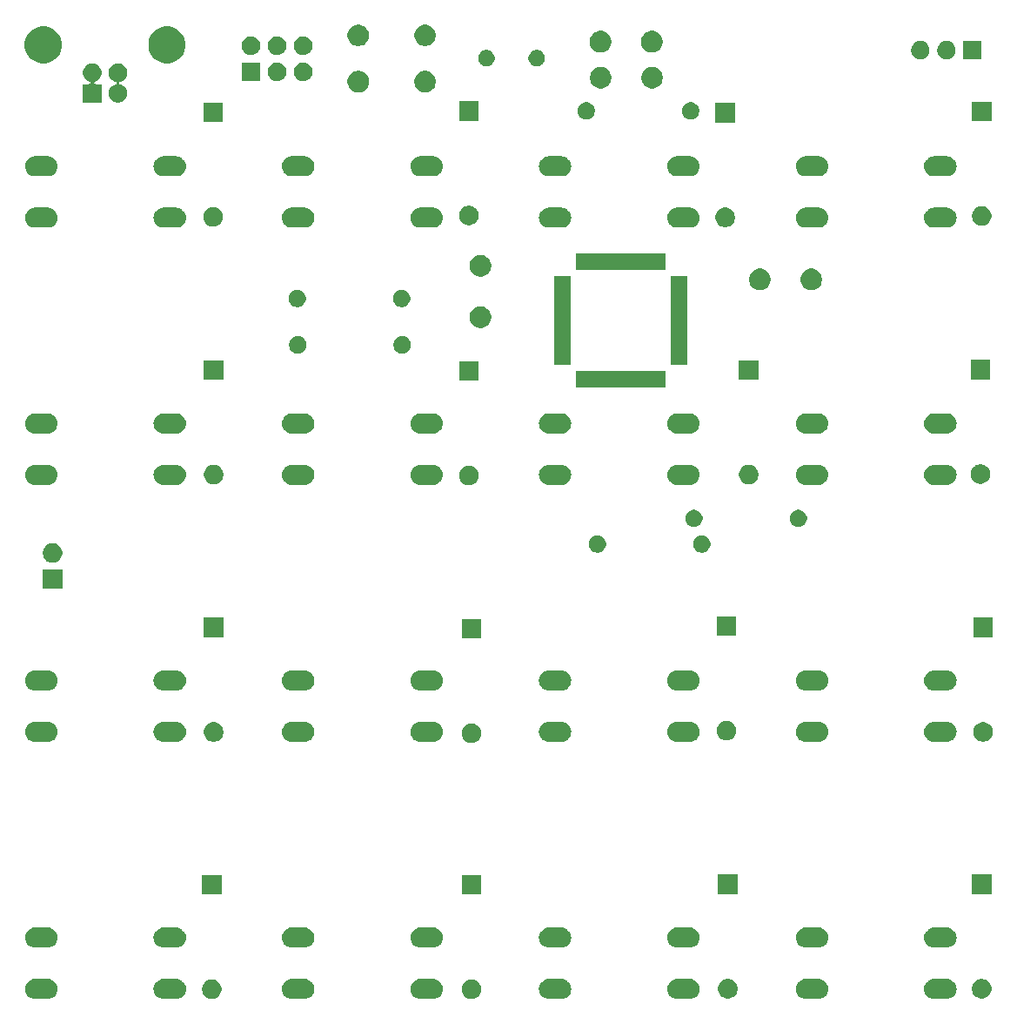
<source format=gbr>
G04 #@! TF.GenerationSoftware,KiCad,Pcbnew,5.1.5+dfsg1-2build2*
G04 #@! TF.CreationDate,2020-04-14T21:36:42+02:00*
G04 #@! TF.ProjectId,LoopStation,4c6f6f70-5374-4617-9469-6f6e2e6b6963,rev?*
G04 #@! TF.SameCoordinates,Original*
G04 #@! TF.FileFunction,Soldermask,Bot*
G04 #@! TF.FilePolarity,Negative*
%FSLAX46Y46*%
G04 Gerber Fmt 4.6, Leading zero omitted, Abs format (unit mm)*
G04 Created by KiCad (PCBNEW 5.1.5+dfsg1-2build2) date 2020-04-14 21:36:42*
%MOMM*%
%LPD*%
G04 APERTURE LIST*
%ADD10C,0.100000*%
G04 APERTURE END LIST*
D10*
G36*
X98130895Y-144119546D02*
G01*
X98303966Y-144191234D01*
X98303967Y-144191235D01*
X98459727Y-144295310D01*
X98592190Y-144427773D01*
X98644581Y-144506182D01*
X98696266Y-144583534D01*
X98767954Y-144756605D01*
X98804500Y-144940333D01*
X98804500Y-145127667D01*
X98767954Y-145311395D01*
X98696266Y-145484466D01*
X98696265Y-145484467D01*
X98592190Y-145640227D01*
X98459727Y-145772690D01*
X98399002Y-145813265D01*
X98303966Y-145876766D01*
X98130895Y-145948454D01*
X97947167Y-145985000D01*
X97759833Y-145985000D01*
X97576105Y-145948454D01*
X97403034Y-145876766D01*
X97307998Y-145813265D01*
X97247273Y-145772690D01*
X97114810Y-145640227D01*
X97010735Y-145484467D01*
X97010734Y-145484466D01*
X96939046Y-145311395D01*
X96902500Y-145127667D01*
X96902500Y-144940333D01*
X96939046Y-144756605D01*
X97010734Y-144583534D01*
X97062419Y-144506182D01*
X97114810Y-144427773D01*
X97247273Y-144295310D01*
X97403033Y-144191235D01*
X97403034Y-144191234D01*
X97576105Y-144119546D01*
X97759833Y-144083000D01*
X97947167Y-144083000D01*
X98130895Y-144119546D01*
G37*
G36*
X72857895Y-144119546D02*
G01*
X73030966Y-144191234D01*
X73030967Y-144191235D01*
X73186727Y-144295310D01*
X73319190Y-144427773D01*
X73371581Y-144506182D01*
X73423266Y-144583534D01*
X73494954Y-144756605D01*
X73531500Y-144940333D01*
X73531500Y-145127667D01*
X73494954Y-145311395D01*
X73423266Y-145484466D01*
X73423265Y-145484467D01*
X73319190Y-145640227D01*
X73186727Y-145772690D01*
X73126002Y-145813265D01*
X73030966Y-145876766D01*
X72857895Y-145948454D01*
X72674167Y-145985000D01*
X72486833Y-145985000D01*
X72303105Y-145948454D01*
X72130034Y-145876766D01*
X72034998Y-145813265D01*
X71974273Y-145772690D01*
X71841810Y-145640227D01*
X71737735Y-145484467D01*
X71737734Y-145484466D01*
X71666046Y-145311395D01*
X71629500Y-145127667D01*
X71629500Y-144940333D01*
X71666046Y-144756605D01*
X71737734Y-144583534D01*
X71789419Y-144506182D01*
X71841810Y-144427773D01*
X71974273Y-144295310D01*
X72130033Y-144191235D01*
X72130034Y-144191234D01*
X72303105Y-144119546D01*
X72486833Y-144083000D01*
X72674167Y-144083000D01*
X72857895Y-144119546D01*
G37*
G36*
X119194739Y-144028707D02*
G01*
X119290329Y-144038122D01*
X119438271Y-144083000D01*
X119474309Y-144093932D01*
X119564225Y-144141994D01*
X119643860Y-144184559D01*
X119690035Y-144222454D01*
X119792476Y-144306524D01*
X119839870Y-144364275D01*
X119914441Y-144455140D01*
X119949127Y-144520033D01*
X120005068Y-144624691D01*
X120005069Y-144624694D01*
X120060878Y-144808671D01*
X120079722Y-145000000D01*
X120060878Y-145191329D01*
X120024456Y-145311395D01*
X120005068Y-145375309D01*
X119980663Y-145420967D01*
X119914441Y-145544860D01*
X119888290Y-145576725D01*
X119792476Y-145693476D01*
X119695952Y-145772690D01*
X119643860Y-145815441D01*
X119564225Y-145858006D01*
X119474309Y-145906068D01*
X119474306Y-145906069D01*
X119290329Y-145961878D01*
X119194739Y-145971293D01*
X119146945Y-145976000D01*
X117853055Y-145976000D01*
X117805261Y-145971293D01*
X117709671Y-145961878D01*
X117525694Y-145906069D01*
X117525691Y-145906068D01*
X117435775Y-145858006D01*
X117356140Y-145815441D01*
X117304048Y-145772690D01*
X117207524Y-145693476D01*
X117111710Y-145576725D01*
X117085559Y-145544860D01*
X117019337Y-145420967D01*
X116994932Y-145375309D01*
X116975544Y-145311395D01*
X116939122Y-145191329D01*
X116920278Y-145000000D01*
X116939122Y-144808671D01*
X116994931Y-144624694D01*
X116994932Y-144624691D01*
X117050873Y-144520033D01*
X117085559Y-144455140D01*
X117160130Y-144364275D01*
X117207524Y-144306524D01*
X117309965Y-144222454D01*
X117356140Y-144184559D01*
X117435775Y-144141994D01*
X117525691Y-144093932D01*
X117561729Y-144083000D01*
X117709671Y-144038122D01*
X117805261Y-144028707D01*
X117853055Y-144024000D01*
X119146945Y-144024000D01*
X119194739Y-144028707D01*
G37*
G36*
X81694739Y-144028707D02*
G01*
X81790329Y-144038122D01*
X81938271Y-144083000D01*
X81974309Y-144093932D01*
X82064225Y-144141994D01*
X82143860Y-144184559D01*
X82190035Y-144222454D01*
X82292476Y-144306524D01*
X82339870Y-144364275D01*
X82414441Y-144455140D01*
X82449127Y-144520033D01*
X82505068Y-144624691D01*
X82505069Y-144624694D01*
X82560878Y-144808671D01*
X82579722Y-145000000D01*
X82560878Y-145191329D01*
X82524456Y-145311395D01*
X82505068Y-145375309D01*
X82480663Y-145420967D01*
X82414441Y-145544860D01*
X82388290Y-145576725D01*
X82292476Y-145693476D01*
X82195952Y-145772690D01*
X82143860Y-145815441D01*
X82064225Y-145858006D01*
X81974309Y-145906068D01*
X81974306Y-145906069D01*
X81790329Y-145961878D01*
X81694739Y-145971293D01*
X81646945Y-145976000D01*
X80353055Y-145976000D01*
X80305261Y-145971293D01*
X80209671Y-145961878D01*
X80025694Y-145906069D01*
X80025691Y-145906068D01*
X79935775Y-145858006D01*
X79856140Y-145815441D01*
X79804048Y-145772690D01*
X79707524Y-145693476D01*
X79611710Y-145576725D01*
X79585559Y-145544860D01*
X79519337Y-145420967D01*
X79494932Y-145375309D01*
X79475544Y-145311395D01*
X79439122Y-145191329D01*
X79420278Y-145000000D01*
X79439122Y-144808671D01*
X79494931Y-144624694D01*
X79494932Y-144624691D01*
X79550873Y-144520033D01*
X79585559Y-144455140D01*
X79660130Y-144364275D01*
X79707524Y-144306524D01*
X79809965Y-144222454D01*
X79856140Y-144184559D01*
X79935775Y-144141994D01*
X80025691Y-144093932D01*
X80061729Y-144083000D01*
X80209671Y-144038122D01*
X80305261Y-144028707D01*
X80353055Y-144024000D01*
X81646945Y-144024000D01*
X81694739Y-144028707D01*
G37*
G36*
X69194739Y-144028707D02*
G01*
X69290329Y-144038122D01*
X69438271Y-144083000D01*
X69474309Y-144093932D01*
X69564225Y-144141994D01*
X69643860Y-144184559D01*
X69690035Y-144222454D01*
X69792476Y-144306524D01*
X69839870Y-144364275D01*
X69914441Y-144455140D01*
X69949127Y-144520033D01*
X70005068Y-144624691D01*
X70005069Y-144624694D01*
X70060878Y-144808671D01*
X70079722Y-145000000D01*
X70060878Y-145191329D01*
X70024456Y-145311395D01*
X70005068Y-145375309D01*
X69980663Y-145420967D01*
X69914441Y-145544860D01*
X69888290Y-145576725D01*
X69792476Y-145693476D01*
X69695952Y-145772690D01*
X69643860Y-145815441D01*
X69564225Y-145858006D01*
X69474309Y-145906068D01*
X69474306Y-145906069D01*
X69290329Y-145961878D01*
X69194739Y-145971293D01*
X69146945Y-145976000D01*
X67853055Y-145976000D01*
X67805261Y-145971293D01*
X67709671Y-145961878D01*
X67525694Y-145906069D01*
X67525691Y-145906068D01*
X67435775Y-145858006D01*
X67356140Y-145815441D01*
X67304048Y-145772690D01*
X67207524Y-145693476D01*
X67111710Y-145576725D01*
X67085559Y-145544860D01*
X67019337Y-145420967D01*
X66994932Y-145375309D01*
X66975544Y-145311395D01*
X66939122Y-145191329D01*
X66920278Y-145000000D01*
X66939122Y-144808671D01*
X66994931Y-144624694D01*
X66994932Y-144624691D01*
X67050873Y-144520033D01*
X67085559Y-144455140D01*
X67160130Y-144364275D01*
X67207524Y-144306524D01*
X67309965Y-144222454D01*
X67356140Y-144184559D01*
X67435775Y-144141994D01*
X67525691Y-144093932D01*
X67561729Y-144083000D01*
X67709671Y-144038122D01*
X67805261Y-144028707D01*
X67853055Y-144024000D01*
X69146945Y-144024000D01*
X69194739Y-144028707D01*
G37*
G36*
X56694739Y-144028707D02*
G01*
X56790329Y-144038122D01*
X56938271Y-144083000D01*
X56974309Y-144093932D01*
X57064225Y-144141994D01*
X57143860Y-144184559D01*
X57190035Y-144222454D01*
X57292476Y-144306524D01*
X57339870Y-144364275D01*
X57414441Y-144455140D01*
X57449127Y-144520033D01*
X57505068Y-144624691D01*
X57505069Y-144624694D01*
X57560878Y-144808671D01*
X57579722Y-145000000D01*
X57560878Y-145191329D01*
X57524456Y-145311395D01*
X57505068Y-145375309D01*
X57480663Y-145420967D01*
X57414441Y-145544860D01*
X57388290Y-145576725D01*
X57292476Y-145693476D01*
X57195952Y-145772690D01*
X57143860Y-145815441D01*
X57064225Y-145858006D01*
X56974309Y-145906068D01*
X56974306Y-145906069D01*
X56790329Y-145961878D01*
X56694739Y-145971293D01*
X56646945Y-145976000D01*
X55353055Y-145976000D01*
X55305261Y-145971293D01*
X55209671Y-145961878D01*
X55025694Y-145906069D01*
X55025691Y-145906068D01*
X54935775Y-145858006D01*
X54856140Y-145815441D01*
X54804048Y-145772690D01*
X54707524Y-145693476D01*
X54611710Y-145576725D01*
X54585559Y-145544860D01*
X54519337Y-145420967D01*
X54494932Y-145375309D01*
X54475544Y-145311395D01*
X54439122Y-145191329D01*
X54420278Y-145000000D01*
X54439122Y-144808671D01*
X54494931Y-144624694D01*
X54494932Y-144624691D01*
X54550873Y-144520033D01*
X54585559Y-144455140D01*
X54660130Y-144364275D01*
X54707524Y-144306524D01*
X54809965Y-144222454D01*
X54856140Y-144184559D01*
X54935775Y-144141994D01*
X55025691Y-144093932D01*
X55061729Y-144083000D01*
X55209671Y-144038122D01*
X55305261Y-144028707D01*
X55353055Y-144024000D01*
X56646945Y-144024000D01*
X56694739Y-144028707D01*
G37*
G36*
X94194739Y-144028707D02*
G01*
X94290329Y-144038122D01*
X94438271Y-144083000D01*
X94474309Y-144093932D01*
X94564225Y-144141994D01*
X94643860Y-144184559D01*
X94690035Y-144222454D01*
X94792476Y-144306524D01*
X94839870Y-144364275D01*
X94914441Y-144455140D01*
X94949127Y-144520033D01*
X95005068Y-144624691D01*
X95005069Y-144624694D01*
X95060878Y-144808671D01*
X95079722Y-145000000D01*
X95060878Y-145191329D01*
X95024456Y-145311395D01*
X95005068Y-145375309D01*
X94980663Y-145420967D01*
X94914441Y-145544860D01*
X94888290Y-145576725D01*
X94792476Y-145693476D01*
X94695952Y-145772690D01*
X94643860Y-145815441D01*
X94564225Y-145858006D01*
X94474309Y-145906068D01*
X94474306Y-145906069D01*
X94290329Y-145961878D01*
X94194739Y-145971293D01*
X94146945Y-145976000D01*
X92853055Y-145976000D01*
X92805261Y-145971293D01*
X92709671Y-145961878D01*
X92525694Y-145906069D01*
X92525691Y-145906068D01*
X92435775Y-145858006D01*
X92356140Y-145815441D01*
X92304048Y-145772690D01*
X92207524Y-145693476D01*
X92111710Y-145576725D01*
X92085559Y-145544860D01*
X92019337Y-145420967D01*
X91994932Y-145375309D01*
X91975544Y-145311395D01*
X91939122Y-145191329D01*
X91920278Y-145000000D01*
X91939122Y-144808671D01*
X91994931Y-144624694D01*
X91994932Y-144624691D01*
X92050873Y-144520033D01*
X92085559Y-144455140D01*
X92160130Y-144364275D01*
X92207524Y-144306524D01*
X92309965Y-144222454D01*
X92356140Y-144184559D01*
X92435775Y-144141994D01*
X92525691Y-144093932D01*
X92561729Y-144083000D01*
X92709671Y-144038122D01*
X92805261Y-144028707D01*
X92853055Y-144024000D01*
X94146945Y-144024000D01*
X94194739Y-144028707D01*
G37*
G36*
X131694739Y-144028707D02*
G01*
X131790329Y-144038122D01*
X131938271Y-144083000D01*
X131974309Y-144093932D01*
X132064225Y-144141994D01*
X132143860Y-144184559D01*
X132190035Y-144222454D01*
X132292476Y-144306524D01*
X132339870Y-144364275D01*
X132414441Y-144455140D01*
X132449127Y-144520033D01*
X132505068Y-144624691D01*
X132505069Y-144624694D01*
X132560878Y-144808671D01*
X132579722Y-145000000D01*
X132560878Y-145191329D01*
X132524456Y-145311395D01*
X132505068Y-145375309D01*
X132480663Y-145420967D01*
X132414441Y-145544860D01*
X132388290Y-145576725D01*
X132292476Y-145693476D01*
X132195952Y-145772690D01*
X132143860Y-145815441D01*
X132064225Y-145858006D01*
X131974309Y-145906068D01*
X131974306Y-145906069D01*
X131790329Y-145961878D01*
X131694739Y-145971293D01*
X131646945Y-145976000D01*
X130353055Y-145976000D01*
X130305261Y-145971293D01*
X130209671Y-145961878D01*
X130025694Y-145906069D01*
X130025691Y-145906068D01*
X129935775Y-145858006D01*
X129856140Y-145815441D01*
X129804048Y-145772690D01*
X129707524Y-145693476D01*
X129611710Y-145576725D01*
X129585559Y-145544860D01*
X129519337Y-145420967D01*
X129494932Y-145375309D01*
X129475544Y-145311395D01*
X129439122Y-145191329D01*
X129420278Y-145000000D01*
X129439122Y-144808671D01*
X129494931Y-144624694D01*
X129494932Y-144624691D01*
X129550873Y-144520033D01*
X129585559Y-144455140D01*
X129660130Y-144364275D01*
X129707524Y-144306524D01*
X129809965Y-144222454D01*
X129856140Y-144184559D01*
X129935775Y-144141994D01*
X130025691Y-144093932D01*
X130061729Y-144083000D01*
X130209671Y-144038122D01*
X130305261Y-144028707D01*
X130353055Y-144024000D01*
X131646945Y-144024000D01*
X131694739Y-144028707D01*
G37*
G36*
X144194739Y-144028707D02*
G01*
X144290329Y-144038122D01*
X144438271Y-144083000D01*
X144474309Y-144093932D01*
X144564225Y-144141994D01*
X144643860Y-144184559D01*
X144690035Y-144222454D01*
X144792476Y-144306524D01*
X144839870Y-144364275D01*
X144914441Y-144455140D01*
X144949127Y-144520033D01*
X145005068Y-144624691D01*
X145005069Y-144624694D01*
X145060878Y-144808671D01*
X145079722Y-145000000D01*
X145060878Y-145191329D01*
X145024456Y-145311395D01*
X145005068Y-145375309D01*
X144980663Y-145420967D01*
X144914441Y-145544860D01*
X144888290Y-145576725D01*
X144792476Y-145693476D01*
X144695952Y-145772690D01*
X144643860Y-145815441D01*
X144564225Y-145858006D01*
X144474309Y-145906068D01*
X144474306Y-145906069D01*
X144290329Y-145961878D01*
X144194739Y-145971293D01*
X144146945Y-145976000D01*
X142853055Y-145976000D01*
X142805261Y-145971293D01*
X142709671Y-145961878D01*
X142525694Y-145906069D01*
X142525691Y-145906068D01*
X142435775Y-145858006D01*
X142356140Y-145815441D01*
X142304048Y-145772690D01*
X142207524Y-145693476D01*
X142111710Y-145576725D01*
X142085559Y-145544860D01*
X142019337Y-145420967D01*
X141994932Y-145375309D01*
X141975544Y-145311395D01*
X141939122Y-145191329D01*
X141920278Y-145000000D01*
X141939122Y-144808671D01*
X141994931Y-144624694D01*
X141994932Y-144624691D01*
X142050873Y-144520033D01*
X142085559Y-144455140D01*
X142160130Y-144364275D01*
X142207524Y-144306524D01*
X142309965Y-144222454D01*
X142356140Y-144184559D01*
X142435775Y-144141994D01*
X142525691Y-144093932D01*
X142561729Y-144083000D01*
X142709671Y-144038122D01*
X142805261Y-144028707D01*
X142853055Y-144024000D01*
X144146945Y-144024000D01*
X144194739Y-144028707D01*
G37*
G36*
X106694739Y-144028707D02*
G01*
X106790329Y-144038122D01*
X106938271Y-144083000D01*
X106974309Y-144093932D01*
X107064225Y-144141994D01*
X107143860Y-144184559D01*
X107190035Y-144222454D01*
X107292476Y-144306524D01*
X107339870Y-144364275D01*
X107414441Y-144455140D01*
X107449127Y-144520033D01*
X107505068Y-144624691D01*
X107505069Y-144624694D01*
X107560878Y-144808671D01*
X107579722Y-145000000D01*
X107560878Y-145191329D01*
X107524456Y-145311395D01*
X107505068Y-145375309D01*
X107480663Y-145420967D01*
X107414441Y-145544860D01*
X107388290Y-145576725D01*
X107292476Y-145693476D01*
X107195952Y-145772690D01*
X107143860Y-145815441D01*
X107064225Y-145858006D01*
X106974309Y-145906068D01*
X106974306Y-145906069D01*
X106790329Y-145961878D01*
X106694739Y-145971293D01*
X106646945Y-145976000D01*
X105353055Y-145976000D01*
X105305261Y-145971293D01*
X105209671Y-145961878D01*
X105025694Y-145906069D01*
X105025691Y-145906068D01*
X104935775Y-145858006D01*
X104856140Y-145815441D01*
X104804048Y-145772690D01*
X104707524Y-145693476D01*
X104611710Y-145576725D01*
X104585559Y-145544860D01*
X104519337Y-145420967D01*
X104494932Y-145375309D01*
X104475544Y-145311395D01*
X104439122Y-145191329D01*
X104420278Y-145000000D01*
X104439122Y-144808671D01*
X104494931Y-144624694D01*
X104494932Y-144624691D01*
X104550873Y-144520033D01*
X104585559Y-144455140D01*
X104660130Y-144364275D01*
X104707524Y-144306524D01*
X104809965Y-144222454D01*
X104856140Y-144184559D01*
X104935775Y-144141994D01*
X105025691Y-144093932D01*
X105061729Y-144083000D01*
X105209671Y-144038122D01*
X105305261Y-144028707D01*
X105353055Y-144024000D01*
X106646945Y-144024000D01*
X106694739Y-144028707D01*
G37*
G36*
X123086395Y-144056046D02*
G01*
X123259466Y-144127734D01*
X123259467Y-144127735D01*
X123415227Y-144231810D01*
X123547690Y-144364273D01*
X123547691Y-144364275D01*
X123651766Y-144520034D01*
X123723454Y-144693105D01*
X123760000Y-144876833D01*
X123760000Y-145064167D01*
X123723454Y-145247895D01*
X123651766Y-145420966D01*
X123651765Y-145420967D01*
X123547690Y-145576727D01*
X123415227Y-145709190D01*
X123336818Y-145761581D01*
X123259466Y-145813266D01*
X123086395Y-145884954D01*
X122902667Y-145921500D01*
X122715333Y-145921500D01*
X122531605Y-145884954D01*
X122358534Y-145813266D01*
X122281182Y-145761581D01*
X122202773Y-145709190D01*
X122070310Y-145576727D01*
X121966235Y-145420967D01*
X121966234Y-145420966D01*
X121894546Y-145247895D01*
X121858000Y-145064167D01*
X121858000Y-144876833D01*
X121894546Y-144693105D01*
X121966234Y-144520034D01*
X122070309Y-144364275D01*
X122070310Y-144364273D01*
X122202773Y-144231810D01*
X122358533Y-144127735D01*
X122358534Y-144127734D01*
X122531605Y-144056046D01*
X122715333Y-144019500D01*
X122902667Y-144019500D01*
X123086395Y-144056046D01*
G37*
G36*
X147787895Y-144056046D02*
G01*
X147960966Y-144127734D01*
X147960967Y-144127735D01*
X148116727Y-144231810D01*
X148249190Y-144364273D01*
X148249191Y-144364275D01*
X148353266Y-144520034D01*
X148424954Y-144693105D01*
X148461500Y-144876833D01*
X148461500Y-145064167D01*
X148424954Y-145247895D01*
X148353266Y-145420966D01*
X148353265Y-145420967D01*
X148249190Y-145576727D01*
X148116727Y-145709190D01*
X148038318Y-145761581D01*
X147960966Y-145813266D01*
X147787895Y-145884954D01*
X147604167Y-145921500D01*
X147416833Y-145921500D01*
X147233105Y-145884954D01*
X147060034Y-145813266D01*
X146982682Y-145761581D01*
X146904273Y-145709190D01*
X146771810Y-145576727D01*
X146667735Y-145420967D01*
X146667734Y-145420966D01*
X146596046Y-145247895D01*
X146559500Y-145064167D01*
X146559500Y-144876833D01*
X146596046Y-144693105D01*
X146667734Y-144520034D01*
X146771809Y-144364275D01*
X146771810Y-144364273D01*
X146904273Y-144231810D01*
X147060033Y-144127735D01*
X147060034Y-144127734D01*
X147233105Y-144056046D01*
X147416833Y-144019500D01*
X147604167Y-144019500D01*
X147787895Y-144056046D01*
G37*
G36*
X144194739Y-139028707D02*
G01*
X144290329Y-139038122D01*
X144474306Y-139093931D01*
X144474309Y-139093932D01*
X144564225Y-139141994D01*
X144643860Y-139184559D01*
X144690035Y-139222454D01*
X144792476Y-139306524D01*
X144876546Y-139408965D01*
X144914441Y-139455140D01*
X144957006Y-139534775D01*
X145005068Y-139624691D01*
X145005069Y-139624694D01*
X145060878Y-139808671D01*
X145079722Y-140000000D01*
X145060878Y-140191329D01*
X145005069Y-140375306D01*
X145005068Y-140375309D01*
X144957006Y-140465225D01*
X144914441Y-140544860D01*
X144876546Y-140591035D01*
X144792476Y-140693476D01*
X144690035Y-140777546D01*
X144643860Y-140815441D01*
X144564225Y-140858006D01*
X144474309Y-140906068D01*
X144474306Y-140906069D01*
X144290329Y-140961878D01*
X144194739Y-140971293D01*
X144146945Y-140976000D01*
X142853055Y-140976000D01*
X142805261Y-140971293D01*
X142709671Y-140961878D01*
X142525694Y-140906069D01*
X142525691Y-140906068D01*
X142435775Y-140858006D01*
X142356140Y-140815441D01*
X142309965Y-140777546D01*
X142207524Y-140693476D01*
X142123454Y-140591035D01*
X142085559Y-140544860D01*
X142042994Y-140465225D01*
X141994932Y-140375309D01*
X141994931Y-140375306D01*
X141939122Y-140191329D01*
X141920278Y-140000000D01*
X141939122Y-139808671D01*
X141994931Y-139624694D01*
X141994932Y-139624691D01*
X142042994Y-139534775D01*
X142085559Y-139455140D01*
X142123454Y-139408965D01*
X142207524Y-139306524D01*
X142309965Y-139222454D01*
X142356140Y-139184559D01*
X142435775Y-139141994D01*
X142525691Y-139093932D01*
X142525694Y-139093931D01*
X142709671Y-139038122D01*
X142805261Y-139028707D01*
X142853055Y-139024000D01*
X144146945Y-139024000D01*
X144194739Y-139028707D01*
G37*
G36*
X131694739Y-139028707D02*
G01*
X131790329Y-139038122D01*
X131974306Y-139093931D01*
X131974309Y-139093932D01*
X132064225Y-139141994D01*
X132143860Y-139184559D01*
X132190035Y-139222454D01*
X132292476Y-139306524D01*
X132376546Y-139408965D01*
X132414441Y-139455140D01*
X132457006Y-139534775D01*
X132505068Y-139624691D01*
X132505069Y-139624694D01*
X132560878Y-139808671D01*
X132579722Y-140000000D01*
X132560878Y-140191329D01*
X132505069Y-140375306D01*
X132505068Y-140375309D01*
X132457006Y-140465225D01*
X132414441Y-140544860D01*
X132376546Y-140591035D01*
X132292476Y-140693476D01*
X132190035Y-140777546D01*
X132143860Y-140815441D01*
X132064225Y-140858006D01*
X131974309Y-140906068D01*
X131974306Y-140906069D01*
X131790329Y-140961878D01*
X131694739Y-140971293D01*
X131646945Y-140976000D01*
X130353055Y-140976000D01*
X130305261Y-140971293D01*
X130209671Y-140961878D01*
X130025694Y-140906069D01*
X130025691Y-140906068D01*
X129935775Y-140858006D01*
X129856140Y-140815441D01*
X129809965Y-140777546D01*
X129707524Y-140693476D01*
X129623454Y-140591035D01*
X129585559Y-140544860D01*
X129542994Y-140465225D01*
X129494932Y-140375309D01*
X129494931Y-140375306D01*
X129439122Y-140191329D01*
X129420278Y-140000000D01*
X129439122Y-139808671D01*
X129494931Y-139624694D01*
X129494932Y-139624691D01*
X129542994Y-139534775D01*
X129585559Y-139455140D01*
X129623454Y-139408965D01*
X129707524Y-139306524D01*
X129809965Y-139222454D01*
X129856140Y-139184559D01*
X129935775Y-139141994D01*
X130025691Y-139093932D01*
X130025694Y-139093931D01*
X130209671Y-139038122D01*
X130305261Y-139028707D01*
X130353055Y-139024000D01*
X131646945Y-139024000D01*
X131694739Y-139028707D01*
G37*
G36*
X94194739Y-139028707D02*
G01*
X94290329Y-139038122D01*
X94474306Y-139093931D01*
X94474309Y-139093932D01*
X94564225Y-139141994D01*
X94643860Y-139184559D01*
X94690035Y-139222454D01*
X94792476Y-139306524D01*
X94876546Y-139408965D01*
X94914441Y-139455140D01*
X94957006Y-139534775D01*
X95005068Y-139624691D01*
X95005069Y-139624694D01*
X95060878Y-139808671D01*
X95079722Y-140000000D01*
X95060878Y-140191329D01*
X95005069Y-140375306D01*
X95005068Y-140375309D01*
X94957006Y-140465225D01*
X94914441Y-140544860D01*
X94876546Y-140591035D01*
X94792476Y-140693476D01*
X94690035Y-140777546D01*
X94643860Y-140815441D01*
X94564225Y-140858006D01*
X94474309Y-140906068D01*
X94474306Y-140906069D01*
X94290329Y-140961878D01*
X94194739Y-140971293D01*
X94146945Y-140976000D01*
X92853055Y-140976000D01*
X92805261Y-140971293D01*
X92709671Y-140961878D01*
X92525694Y-140906069D01*
X92525691Y-140906068D01*
X92435775Y-140858006D01*
X92356140Y-140815441D01*
X92309965Y-140777546D01*
X92207524Y-140693476D01*
X92123454Y-140591035D01*
X92085559Y-140544860D01*
X92042994Y-140465225D01*
X91994932Y-140375309D01*
X91994931Y-140375306D01*
X91939122Y-140191329D01*
X91920278Y-140000000D01*
X91939122Y-139808671D01*
X91994931Y-139624694D01*
X91994932Y-139624691D01*
X92042994Y-139534775D01*
X92085559Y-139455140D01*
X92123454Y-139408965D01*
X92207524Y-139306524D01*
X92309965Y-139222454D01*
X92356140Y-139184559D01*
X92435775Y-139141994D01*
X92525691Y-139093932D01*
X92525694Y-139093931D01*
X92709671Y-139038122D01*
X92805261Y-139028707D01*
X92853055Y-139024000D01*
X94146945Y-139024000D01*
X94194739Y-139028707D01*
G37*
G36*
X56694739Y-139028707D02*
G01*
X56790329Y-139038122D01*
X56974306Y-139093931D01*
X56974309Y-139093932D01*
X57064225Y-139141994D01*
X57143860Y-139184559D01*
X57190035Y-139222454D01*
X57292476Y-139306524D01*
X57376546Y-139408965D01*
X57414441Y-139455140D01*
X57457006Y-139534775D01*
X57505068Y-139624691D01*
X57505069Y-139624694D01*
X57560878Y-139808671D01*
X57579722Y-140000000D01*
X57560878Y-140191329D01*
X57505069Y-140375306D01*
X57505068Y-140375309D01*
X57457006Y-140465225D01*
X57414441Y-140544860D01*
X57376546Y-140591035D01*
X57292476Y-140693476D01*
X57190035Y-140777546D01*
X57143860Y-140815441D01*
X57064225Y-140858006D01*
X56974309Y-140906068D01*
X56974306Y-140906069D01*
X56790329Y-140961878D01*
X56694739Y-140971293D01*
X56646945Y-140976000D01*
X55353055Y-140976000D01*
X55305261Y-140971293D01*
X55209671Y-140961878D01*
X55025694Y-140906069D01*
X55025691Y-140906068D01*
X54935775Y-140858006D01*
X54856140Y-140815441D01*
X54809965Y-140777546D01*
X54707524Y-140693476D01*
X54623454Y-140591035D01*
X54585559Y-140544860D01*
X54542994Y-140465225D01*
X54494932Y-140375309D01*
X54494931Y-140375306D01*
X54439122Y-140191329D01*
X54420278Y-140000000D01*
X54439122Y-139808671D01*
X54494931Y-139624694D01*
X54494932Y-139624691D01*
X54542994Y-139534775D01*
X54585559Y-139455140D01*
X54623454Y-139408965D01*
X54707524Y-139306524D01*
X54809965Y-139222454D01*
X54856140Y-139184559D01*
X54935775Y-139141994D01*
X55025691Y-139093932D01*
X55025694Y-139093931D01*
X55209671Y-139038122D01*
X55305261Y-139028707D01*
X55353055Y-139024000D01*
X56646945Y-139024000D01*
X56694739Y-139028707D01*
G37*
G36*
X69194739Y-139028707D02*
G01*
X69290329Y-139038122D01*
X69474306Y-139093931D01*
X69474309Y-139093932D01*
X69564225Y-139141994D01*
X69643860Y-139184559D01*
X69690035Y-139222454D01*
X69792476Y-139306524D01*
X69876546Y-139408965D01*
X69914441Y-139455140D01*
X69957006Y-139534775D01*
X70005068Y-139624691D01*
X70005069Y-139624694D01*
X70060878Y-139808671D01*
X70079722Y-140000000D01*
X70060878Y-140191329D01*
X70005069Y-140375306D01*
X70005068Y-140375309D01*
X69957006Y-140465225D01*
X69914441Y-140544860D01*
X69876546Y-140591035D01*
X69792476Y-140693476D01*
X69690035Y-140777546D01*
X69643860Y-140815441D01*
X69564225Y-140858006D01*
X69474309Y-140906068D01*
X69474306Y-140906069D01*
X69290329Y-140961878D01*
X69194739Y-140971293D01*
X69146945Y-140976000D01*
X67853055Y-140976000D01*
X67805261Y-140971293D01*
X67709671Y-140961878D01*
X67525694Y-140906069D01*
X67525691Y-140906068D01*
X67435775Y-140858006D01*
X67356140Y-140815441D01*
X67309965Y-140777546D01*
X67207524Y-140693476D01*
X67123454Y-140591035D01*
X67085559Y-140544860D01*
X67042994Y-140465225D01*
X66994932Y-140375309D01*
X66994931Y-140375306D01*
X66939122Y-140191329D01*
X66920278Y-140000000D01*
X66939122Y-139808671D01*
X66994931Y-139624694D01*
X66994932Y-139624691D01*
X67042994Y-139534775D01*
X67085559Y-139455140D01*
X67123454Y-139408965D01*
X67207524Y-139306524D01*
X67309965Y-139222454D01*
X67356140Y-139184559D01*
X67435775Y-139141994D01*
X67525691Y-139093932D01*
X67525694Y-139093931D01*
X67709671Y-139038122D01*
X67805261Y-139028707D01*
X67853055Y-139024000D01*
X69146945Y-139024000D01*
X69194739Y-139028707D01*
G37*
G36*
X106694739Y-139028707D02*
G01*
X106790329Y-139038122D01*
X106974306Y-139093931D01*
X106974309Y-139093932D01*
X107064225Y-139141994D01*
X107143860Y-139184559D01*
X107190035Y-139222454D01*
X107292476Y-139306524D01*
X107376546Y-139408965D01*
X107414441Y-139455140D01*
X107457006Y-139534775D01*
X107505068Y-139624691D01*
X107505069Y-139624694D01*
X107560878Y-139808671D01*
X107579722Y-140000000D01*
X107560878Y-140191329D01*
X107505069Y-140375306D01*
X107505068Y-140375309D01*
X107457006Y-140465225D01*
X107414441Y-140544860D01*
X107376546Y-140591035D01*
X107292476Y-140693476D01*
X107190035Y-140777546D01*
X107143860Y-140815441D01*
X107064225Y-140858006D01*
X106974309Y-140906068D01*
X106974306Y-140906069D01*
X106790329Y-140961878D01*
X106694739Y-140971293D01*
X106646945Y-140976000D01*
X105353055Y-140976000D01*
X105305261Y-140971293D01*
X105209671Y-140961878D01*
X105025694Y-140906069D01*
X105025691Y-140906068D01*
X104935775Y-140858006D01*
X104856140Y-140815441D01*
X104809965Y-140777546D01*
X104707524Y-140693476D01*
X104623454Y-140591035D01*
X104585559Y-140544860D01*
X104542994Y-140465225D01*
X104494932Y-140375309D01*
X104494931Y-140375306D01*
X104439122Y-140191329D01*
X104420278Y-140000000D01*
X104439122Y-139808671D01*
X104494931Y-139624694D01*
X104494932Y-139624691D01*
X104542994Y-139534775D01*
X104585559Y-139455140D01*
X104623454Y-139408965D01*
X104707524Y-139306524D01*
X104809965Y-139222454D01*
X104856140Y-139184559D01*
X104935775Y-139141994D01*
X105025691Y-139093932D01*
X105025694Y-139093931D01*
X105209671Y-139038122D01*
X105305261Y-139028707D01*
X105353055Y-139024000D01*
X106646945Y-139024000D01*
X106694739Y-139028707D01*
G37*
G36*
X119194739Y-139028707D02*
G01*
X119290329Y-139038122D01*
X119474306Y-139093931D01*
X119474309Y-139093932D01*
X119564225Y-139141994D01*
X119643860Y-139184559D01*
X119690035Y-139222454D01*
X119792476Y-139306524D01*
X119876546Y-139408965D01*
X119914441Y-139455140D01*
X119957006Y-139534775D01*
X120005068Y-139624691D01*
X120005069Y-139624694D01*
X120060878Y-139808671D01*
X120079722Y-140000000D01*
X120060878Y-140191329D01*
X120005069Y-140375306D01*
X120005068Y-140375309D01*
X119957006Y-140465225D01*
X119914441Y-140544860D01*
X119876546Y-140591035D01*
X119792476Y-140693476D01*
X119690035Y-140777546D01*
X119643860Y-140815441D01*
X119564225Y-140858006D01*
X119474309Y-140906068D01*
X119474306Y-140906069D01*
X119290329Y-140961878D01*
X119194739Y-140971293D01*
X119146945Y-140976000D01*
X117853055Y-140976000D01*
X117805261Y-140971293D01*
X117709671Y-140961878D01*
X117525694Y-140906069D01*
X117525691Y-140906068D01*
X117435775Y-140858006D01*
X117356140Y-140815441D01*
X117309965Y-140777546D01*
X117207524Y-140693476D01*
X117123454Y-140591035D01*
X117085559Y-140544860D01*
X117042994Y-140465225D01*
X116994932Y-140375309D01*
X116994931Y-140375306D01*
X116939122Y-140191329D01*
X116920278Y-140000000D01*
X116939122Y-139808671D01*
X116994931Y-139624694D01*
X116994932Y-139624691D01*
X117042994Y-139534775D01*
X117085559Y-139455140D01*
X117123454Y-139408965D01*
X117207524Y-139306524D01*
X117309965Y-139222454D01*
X117356140Y-139184559D01*
X117435775Y-139141994D01*
X117525691Y-139093932D01*
X117525694Y-139093931D01*
X117709671Y-139038122D01*
X117805261Y-139028707D01*
X117853055Y-139024000D01*
X119146945Y-139024000D01*
X119194739Y-139028707D01*
G37*
G36*
X81694739Y-139028707D02*
G01*
X81790329Y-139038122D01*
X81974306Y-139093931D01*
X81974309Y-139093932D01*
X82064225Y-139141994D01*
X82143860Y-139184559D01*
X82190035Y-139222454D01*
X82292476Y-139306524D01*
X82376546Y-139408965D01*
X82414441Y-139455140D01*
X82457006Y-139534775D01*
X82505068Y-139624691D01*
X82505069Y-139624694D01*
X82560878Y-139808671D01*
X82579722Y-140000000D01*
X82560878Y-140191329D01*
X82505069Y-140375306D01*
X82505068Y-140375309D01*
X82457006Y-140465225D01*
X82414441Y-140544860D01*
X82376546Y-140591035D01*
X82292476Y-140693476D01*
X82190035Y-140777546D01*
X82143860Y-140815441D01*
X82064225Y-140858006D01*
X81974309Y-140906068D01*
X81974306Y-140906069D01*
X81790329Y-140961878D01*
X81694739Y-140971293D01*
X81646945Y-140976000D01*
X80353055Y-140976000D01*
X80305261Y-140971293D01*
X80209671Y-140961878D01*
X80025694Y-140906069D01*
X80025691Y-140906068D01*
X79935775Y-140858006D01*
X79856140Y-140815441D01*
X79809965Y-140777546D01*
X79707524Y-140693476D01*
X79623454Y-140591035D01*
X79585559Y-140544860D01*
X79542994Y-140465225D01*
X79494932Y-140375309D01*
X79494931Y-140375306D01*
X79439122Y-140191329D01*
X79420278Y-140000000D01*
X79439122Y-139808671D01*
X79494931Y-139624694D01*
X79494932Y-139624691D01*
X79542994Y-139534775D01*
X79585559Y-139455140D01*
X79623454Y-139408965D01*
X79707524Y-139306524D01*
X79809965Y-139222454D01*
X79856140Y-139184559D01*
X79935775Y-139141994D01*
X80025691Y-139093932D01*
X80025694Y-139093931D01*
X80209671Y-139038122D01*
X80305261Y-139028707D01*
X80353055Y-139024000D01*
X81646945Y-139024000D01*
X81694739Y-139028707D01*
G37*
G36*
X98804500Y-135825000D02*
G01*
X96902500Y-135825000D01*
X96902500Y-133923000D01*
X98804500Y-133923000D01*
X98804500Y-135825000D01*
G37*
G36*
X73531500Y-135825000D02*
G01*
X71629500Y-135825000D01*
X71629500Y-133923000D01*
X73531500Y-133923000D01*
X73531500Y-135825000D01*
G37*
G36*
X148461500Y-135761500D02*
G01*
X146559500Y-135761500D01*
X146559500Y-133859500D01*
X148461500Y-133859500D01*
X148461500Y-135761500D01*
G37*
G36*
X123760000Y-135761500D02*
G01*
X121858000Y-135761500D01*
X121858000Y-133859500D01*
X123760000Y-133859500D01*
X123760000Y-135761500D01*
G37*
G36*
X98130895Y-119227546D02*
G01*
X98303966Y-119299234D01*
X98381318Y-119350919D01*
X98459727Y-119403310D01*
X98592190Y-119535773D01*
X98592191Y-119535775D01*
X98696266Y-119691534D01*
X98767954Y-119864605D01*
X98804500Y-120048333D01*
X98804500Y-120235667D01*
X98767954Y-120419395D01*
X98696266Y-120592466D01*
X98644581Y-120669818D01*
X98592190Y-120748227D01*
X98459727Y-120880690D01*
X98421746Y-120906068D01*
X98303966Y-120984766D01*
X98130895Y-121056454D01*
X97947167Y-121093000D01*
X97759833Y-121093000D01*
X97576105Y-121056454D01*
X97403034Y-120984766D01*
X97285254Y-120906068D01*
X97247273Y-120880690D01*
X97114810Y-120748227D01*
X97062419Y-120669818D01*
X97010734Y-120592466D01*
X96939046Y-120419395D01*
X96902500Y-120235667D01*
X96902500Y-120048333D01*
X96939046Y-119864605D01*
X97010734Y-119691534D01*
X97114809Y-119535775D01*
X97114810Y-119535773D01*
X97247273Y-119403310D01*
X97325682Y-119350919D01*
X97403034Y-119299234D01*
X97576105Y-119227546D01*
X97759833Y-119191000D01*
X97947167Y-119191000D01*
X98130895Y-119227546D01*
G37*
G36*
X56694739Y-119028707D02*
G01*
X56790329Y-119038122D01*
X56974306Y-119093931D01*
X56974309Y-119093932D01*
X57064225Y-119141994D01*
X57143860Y-119184559D01*
X57190035Y-119222454D01*
X57292476Y-119306524D01*
X57371904Y-119403309D01*
X57414441Y-119455140D01*
X57457006Y-119534775D01*
X57505068Y-119624691D01*
X57505069Y-119624694D01*
X57560878Y-119808671D01*
X57579722Y-120000000D01*
X57560878Y-120191329D01*
X57516244Y-120338466D01*
X57505068Y-120375309D01*
X57481503Y-120419395D01*
X57414441Y-120544860D01*
X57376546Y-120591035D01*
X57292476Y-120693476D01*
X57190035Y-120777546D01*
X57143860Y-120815441D01*
X57099784Y-120839000D01*
X56974309Y-120906068D01*
X56974306Y-120906069D01*
X56790329Y-120961878D01*
X56694739Y-120971293D01*
X56646945Y-120976000D01*
X55353055Y-120976000D01*
X55305261Y-120971293D01*
X55209671Y-120961878D01*
X55025694Y-120906069D01*
X55025691Y-120906068D01*
X54900216Y-120839000D01*
X54856140Y-120815441D01*
X54809965Y-120777546D01*
X54707524Y-120693476D01*
X54623454Y-120591035D01*
X54585559Y-120544860D01*
X54518497Y-120419395D01*
X54494932Y-120375309D01*
X54483756Y-120338466D01*
X54439122Y-120191329D01*
X54420278Y-120000000D01*
X54439122Y-119808671D01*
X54494931Y-119624694D01*
X54494932Y-119624691D01*
X54542994Y-119534775D01*
X54585559Y-119455140D01*
X54628096Y-119403309D01*
X54707524Y-119306524D01*
X54809965Y-119222454D01*
X54856140Y-119184559D01*
X54935775Y-119141994D01*
X55025691Y-119093932D01*
X55025694Y-119093931D01*
X55209671Y-119038122D01*
X55305261Y-119028707D01*
X55353055Y-119024000D01*
X56646945Y-119024000D01*
X56694739Y-119028707D01*
G37*
G36*
X81694739Y-119028707D02*
G01*
X81790329Y-119038122D01*
X81974306Y-119093931D01*
X81974309Y-119093932D01*
X82064225Y-119141994D01*
X82143860Y-119184559D01*
X82190035Y-119222454D01*
X82292476Y-119306524D01*
X82371904Y-119403309D01*
X82414441Y-119455140D01*
X82457006Y-119534775D01*
X82505068Y-119624691D01*
X82505069Y-119624694D01*
X82560878Y-119808671D01*
X82579722Y-120000000D01*
X82560878Y-120191329D01*
X82516244Y-120338466D01*
X82505068Y-120375309D01*
X82481503Y-120419395D01*
X82414441Y-120544860D01*
X82376546Y-120591035D01*
X82292476Y-120693476D01*
X82190035Y-120777546D01*
X82143860Y-120815441D01*
X82099784Y-120839000D01*
X81974309Y-120906068D01*
X81974306Y-120906069D01*
X81790329Y-120961878D01*
X81694739Y-120971293D01*
X81646945Y-120976000D01*
X80353055Y-120976000D01*
X80305261Y-120971293D01*
X80209671Y-120961878D01*
X80025694Y-120906069D01*
X80025691Y-120906068D01*
X79900216Y-120839000D01*
X79856140Y-120815441D01*
X79809965Y-120777546D01*
X79707524Y-120693476D01*
X79623454Y-120591035D01*
X79585559Y-120544860D01*
X79518497Y-120419395D01*
X79494932Y-120375309D01*
X79483756Y-120338466D01*
X79439122Y-120191329D01*
X79420278Y-120000000D01*
X79439122Y-119808671D01*
X79494931Y-119624694D01*
X79494932Y-119624691D01*
X79542994Y-119534775D01*
X79585559Y-119455140D01*
X79628096Y-119403309D01*
X79707524Y-119306524D01*
X79809965Y-119222454D01*
X79856140Y-119184559D01*
X79935775Y-119141994D01*
X80025691Y-119093932D01*
X80025694Y-119093931D01*
X80209671Y-119038122D01*
X80305261Y-119028707D01*
X80353055Y-119024000D01*
X81646945Y-119024000D01*
X81694739Y-119028707D01*
G37*
G36*
X94194739Y-119028707D02*
G01*
X94290329Y-119038122D01*
X94474306Y-119093931D01*
X94474309Y-119093932D01*
X94564225Y-119141994D01*
X94643860Y-119184559D01*
X94690035Y-119222454D01*
X94792476Y-119306524D01*
X94871904Y-119403309D01*
X94914441Y-119455140D01*
X94957006Y-119534775D01*
X95005068Y-119624691D01*
X95005069Y-119624694D01*
X95060878Y-119808671D01*
X95079722Y-120000000D01*
X95060878Y-120191329D01*
X95016244Y-120338466D01*
X95005068Y-120375309D01*
X94981503Y-120419395D01*
X94914441Y-120544860D01*
X94876546Y-120591035D01*
X94792476Y-120693476D01*
X94690035Y-120777546D01*
X94643860Y-120815441D01*
X94599784Y-120839000D01*
X94474309Y-120906068D01*
X94474306Y-120906069D01*
X94290329Y-120961878D01*
X94194739Y-120971293D01*
X94146945Y-120976000D01*
X92853055Y-120976000D01*
X92805261Y-120971293D01*
X92709671Y-120961878D01*
X92525694Y-120906069D01*
X92525691Y-120906068D01*
X92400216Y-120839000D01*
X92356140Y-120815441D01*
X92309965Y-120777546D01*
X92207524Y-120693476D01*
X92123454Y-120591035D01*
X92085559Y-120544860D01*
X92018497Y-120419395D01*
X91994932Y-120375309D01*
X91983756Y-120338466D01*
X91939122Y-120191329D01*
X91920278Y-120000000D01*
X91939122Y-119808671D01*
X91994931Y-119624694D01*
X91994932Y-119624691D01*
X92042994Y-119534775D01*
X92085559Y-119455140D01*
X92128096Y-119403309D01*
X92207524Y-119306524D01*
X92309965Y-119222454D01*
X92356140Y-119184559D01*
X92435775Y-119141994D01*
X92525691Y-119093932D01*
X92525694Y-119093931D01*
X92709671Y-119038122D01*
X92805261Y-119028707D01*
X92853055Y-119024000D01*
X94146945Y-119024000D01*
X94194739Y-119028707D01*
G37*
G36*
X69194739Y-119028707D02*
G01*
X69290329Y-119038122D01*
X69474306Y-119093931D01*
X69474309Y-119093932D01*
X69564225Y-119141994D01*
X69643860Y-119184559D01*
X69690035Y-119222454D01*
X69792476Y-119306524D01*
X69871904Y-119403309D01*
X69914441Y-119455140D01*
X69957006Y-119534775D01*
X70005068Y-119624691D01*
X70005069Y-119624694D01*
X70060878Y-119808671D01*
X70079722Y-120000000D01*
X70060878Y-120191329D01*
X70016244Y-120338466D01*
X70005068Y-120375309D01*
X69981503Y-120419395D01*
X69914441Y-120544860D01*
X69876546Y-120591035D01*
X69792476Y-120693476D01*
X69690035Y-120777546D01*
X69643860Y-120815441D01*
X69599784Y-120839000D01*
X69474309Y-120906068D01*
X69474306Y-120906069D01*
X69290329Y-120961878D01*
X69194739Y-120971293D01*
X69146945Y-120976000D01*
X67853055Y-120976000D01*
X67805261Y-120971293D01*
X67709671Y-120961878D01*
X67525694Y-120906069D01*
X67525691Y-120906068D01*
X67400216Y-120839000D01*
X67356140Y-120815441D01*
X67309965Y-120777546D01*
X67207524Y-120693476D01*
X67123454Y-120591035D01*
X67085559Y-120544860D01*
X67018497Y-120419395D01*
X66994932Y-120375309D01*
X66983756Y-120338466D01*
X66939122Y-120191329D01*
X66920278Y-120000000D01*
X66939122Y-119808671D01*
X66994931Y-119624694D01*
X66994932Y-119624691D01*
X67042994Y-119534775D01*
X67085559Y-119455140D01*
X67128096Y-119403309D01*
X67207524Y-119306524D01*
X67309965Y-119222454D01*
X67356140Y-119184559D01*
X67435775Y-119141994D01*
X67525691Y-119093932D01*
X67525694Y-119093931D01*
X67709671Y-119038122D01*
X67805261Y-119028707D01*
X67853055Y-119024000D01*
X69146945Y-119024000D01*
X69194739Y-119028707D01*
G37*
G36*
X131694739Y-119028707D02*
G01*
X131790329Y-119038122D01*
X131974306Y-119093931D01*
X131974309Y-119093932D01*
X132064225Y-119141994D01*
X132143860Y-119184559D01*
X132190035Y-119222454D01*
X132292476Y-119306524D01*
X132371904Y-119403309D01*
X132414441Y-119455140D01*
X132457006Y-119534775D01*
X132505068Y-119624691D01*
X132505069Y-119624694D01*
X132560878Y-119808671D01*
X132579722Y-120000000D01*
X132560878Y-120191329D01*
X132516244Y-120338466D01*
X132505068Y-120375309D01*
X132481503Y-120419395D01*
X132414441Y-120544860D01*
X132376546Y-120591035D01*
X132292476Y-120693476D01*
X132190035Y-120777546D01*
X132143860Y-120815441D01*
X132099784Y-120839000D01*
X131974309Y-120906068D01*
X131974306Y-120906069D01*
X131790329Y-120961878D01*
X131694739Y-120971293D01*
X131646945Y-120976000D01*
X130353055Y-120976000D01*
X130305261Y-120971293D01*
X130209671Y-120961878D01*
X130025694Y-120906069D01*
X130025691Y-120906068D01*
X129900216Y-120839000D01*
X129856140Y-120815441D01*
X129809965Y-120777546D01*
X129707524Y-120693476D01*
X129623454Y-120591035D01*
X129585559Y-120544860D01*
X129518497Y-120419395D01*
X129494932Y-120375309D01*
X129483756Y-120338466D01*
X129439122Y-120191329D01*
X129420278Y-120000000D01*
X129439122Y-119808671D01*
X129494931Y-119624694D01*
X129494932Y-119624691D01*
X129542994Y-119534775D01*
X129585559Y-119455140D01*
X129628096Y-119403309D01*
X129707524Y-119306524D01*
X129809965Y-119222454D01*
X129856140Y-119184559D01*
X129935775Y-119141994D01*
X130025691Y-119093932D01*
X130025694Y-119093931D01*
X130209671Y-119038122D01*
X130305261Y-119028707D01*
X130353055Y-119024000D01*
X131646945Y-119024000D01*
X131694739Y-119028707D01*
G37*
G36*
X119194739Y-119028707D02*
G01*
X119290329Y-119038122D01*
X119474306Y-119093931D01*
X119474309Y-119093932D01*
X119564225Y-119141994D01*
X119643860Y-119184559D01*
X119690035Y-119222454D01*
X119792476Y-119306524D01*
X119871904Y-119403309D01*
X119914441Y-119455140D01*
X119957006Y-119534775D01*
X120005068Y-119624691D01*
X120005069Y-119624694D01*
X120060878Y-119808671D01*
X120079722Y-120000000D01*
X120060878Y-120191329D01*
X120016244Y-120338466D01*
X120005068Y-120375309D01*
X119981503Y-120419395D01*
X119914441Y-120544860D01*
X119876546Y-120591035D01*
X119792476Y-120693476D01*
X119690035Y-120777546D01*
X119643860Y-120815441D01*
X119599784Y-120839000D01*
X119474309Y-120906068D01*
X119474306Y-120906069D01*
X119290329Y-120961878D01*
X119194739Y-120971293D01*
X119146945Y-120976000D01*
X117853055Y-120976000D01*
X117805261Y-120971293D01*
X117709671Y-120961878D01*
X117525694Y-120906069D01*
X117525691Y-120906068D01*
X117400216Y-120839000D01*
X117356140Y-120815441D01*
X117309965Y-120777546D01*
X117207524Y-120693476D01*
X117123454Y-120591035D01*
X117085559Y-120544860D01*
X117018497Y-120419395D01*
X116994932Y-120375309D01*
X116983756Y-120338466D01*
X116939122Y-120191329D01*
X116920278Y-120000000D01*
X116939122Y-119808671D01*
X116994931Y-119624694D01*
X116994932Y-119624691D01*
X117042994Y-119534775D01*
X117085559Y-119455140D01*
X117128096Y-119403309D01*
X117207524Y-119306524D01*
X117309965Y-119222454D01*
X117356140Y-119184559D01*
X117435775Y-119141994D01*
X117525691Y-119093932D01*
X117525694Y-119093931D01*
X117709671Y-119038122D01*
X117805261Y-119028707D01*
X117853055Y-119024000D01*
X119146945Y-119024000D01*
X119194739Y-119028707D01*
G37*
G36*
X144194739Y-119028707D02*
G01*
X144290329Y-119038122D01*
X144474306Y-119093931D01*
X144474309Y-119093932D01*
X144564225Y-119141994D01*
X144643860Y-119184559D01*
X144690035Y-119222454D01*
X144792476Y-119306524D01*
X144871904Y-119403309D01*
X144914441Y-119455140D01*
X144957006Y-119534775D01*
X145005068Y-119624691D01*
X145005069Y-119624694D01*
X145060878Y-119808671D01*
X145079722Y-120000000D01*
X145060878Y-120191329D01*
X145016244Y-120338466D01*
X145005068Y-120375309D01*
X144981503Y-120419395D01*
X144914441Y-120544860D01*
X144876546Y-120591035D01*
X144792476Y-120693476D01*
X144690035Y-120777546D01*
X144643860Y-120815441D01*
X144599784Y-120839000D01*
X144474309Y-120906068D01*
X144474306Y-120906069D01*
X144290329Y-120961878D01*
X144194739Y-120971293D01*
X144146945Y-120976000D01*
X142853055Y-120976000D01*
X142805261Y-120971293D01*
X142709671Y-120961878D01*
X142525694Y-120906069D01*
X142525691Y-120906068D01*
X142400216Y-120839000D01*
X142356140Y-120815441D01*
X142309965Y-120777546D01*
X142207524Y-120693476D01*
X142123454Y-120591035D01*
X142085559Y-120544860D01*
X142018497Y-120419395D01*
X141994932Y-120375309D01*
X141983756Y-120338466D01*
X141939122Y-120191329D01*
X141920278Y-120000000D01*
X141939122Y-119808671D01*
X141994931Y-119624694D01*
X141994932Y-119624691D01*
X142042994Y-119534775D01*
X142085559Y-119455140D01*
X142128096Y-119403309D01*
X142207524Y-119306524D01*
X142309965Y-119222454D01*
X142356140Y-119184559D01*
X142435775Y-119141994D01*
X142525691Y-119093932D01*
X142525694Y-119093931D01*
X142709671Y-119038122D01*
X142805261Y-119028707D01*
X142853055Y-119024000D01*
X144146945Y-119024000D01*
X144194739Y-119028707D01*
G37*
G36*
X106694739Y-119028707D02*
G01*
X106790329Y-119038122D01*
X106974306Y-119093931D01*
X106974309Y-119093932D01*
X107064225Y-119141994D01*
X107143860Y-119184559D01*
X107190035Y-119222454D01*
X107292476Y-119306524D01*
X107371904Y-119403309D01*
X107414441Y-119455140D01*
X107457006Y-119534775D01*
X107505068Y-119624691D01*
X107505069Y-119624694D01*
X107560878Y-119808671D01*
X107579722Y-120000000D01*
X107560878Y-120191329D01*
X107516244Y-120338466D01*
X107505068Y-120375309D01*
X107481503Y-120419395D01*
X107414441Y-120544860D01*
X107376546Y-120591035D01*
X107292476Y-120693476D01*
X107190035Y-120777546D01*
X107143860Y-120815441D01*
X107099784Y-120839000D01*
X106974309Y-120906068D01*
X106974306Y-120906069D01*
X106790329Y-120961878D01*
X106694739Y-120971293D01*
X106646945Y-120976000D01*
X105353055Y-120976000D01*
X105305261Y-120971293D01*
X105209671Y-120961878D01*
X105025694Y-120906069D01*
X105025691Y-120906068D01*
X104900216Y-120839000D01*
X104856140Y-120815441D01*
X104809965Y-120777546D01*
X104707524Y-120693476D01*
X104623454Y-120591035D01*
X104585559Y-120544860D01*
X104518497Y-120419395D01*
X104494932Y-120375309D01*
X104483756Y-120338466D01*
X104439122Y-120191329D01*
X104420278Y-120000000D01*
X104439122Y-119808671D01*
X104494931Y-119624694D01*
X104494932Y-119624691D01*
X104542994Y-119534775D01*
X104585559Y-119455140D01*
X104628096Y-119403309D01*
X104707524Y-119306524D01*
X104809965Y-119222454D01*
X104856140Y-119184559D01*
X104935775Y-119141994D01*
X105025691Y-119093932D01*
X105025694Y-119093931D01*
X105209671Y-119038122D01*
X105305261Y-119028707D01*
X105353055Y-119024000D01*
X106646945Y-119024000D01*
X106694739Y-119028707D01*
G37*
G36*
X73048395Y-119100546D02*
G01*
X73221466Y-119172234D01*
X73249551Y-119191000D01*
X73377227Y-119276310D01*
X73509690Y-119408773D01*
X73509691Y-119408775D01*
X73613766Y-119564534D01*
X73685454Y-119737605D01*
X73722000Y-119921333D01*
X73722000Y-120108667D01*
X73685454Y-120292395D01*
X73613766Y-120465466D01*
X73613765Y-120465467D01*
X73509690Y-120621227D01*
X73377227Y-120753690D01*
X73304248Y-120802453D01*
X73221466Y-120857766D01*
X73048395Y-120929454D01*
X72864667Y-120966000D01*
X72677333Y-120966000D01*
X72493605Y-120929454D01*
X72320534Y-120857766D01*
X72237752Y-120802453D01*
X72164773Y-120753690D01*
X72032310Y-120621227D01*
X71928235Y-120465467D01*
X71928234Y-120465466D01*
X71856546Y-120292395D01*
X71820000Y-120108667D01*
X71820000Y-119921333D01*
X71856546Y-119737605D01*
X71928234Y-119564534D01*
X72032309Y-119408775D01*
X72032310Y-119408773D01*
X72164773Y-119276310D01*
X72292449Y-119191000D01*
X72320534Y-119172234D01*
X72493605Y-119100546D01*
X72677333Y-119064000D01*
X72864667Y-119064000D01*
X73048395Y-119100546D01*
G37*
G36*
X147914895Y-119100546D02*
G01*
X148087966Y-119172234D01*
X148116051Y-119191000D01*
X148243727Y-119276310D01*
X148376190Y-119408773D01*
X148376191Y-119408775D01*
X148480266Y-119564534D01*
X148551954Y-119737605D01*
X148588500Y-119921333D01*
X148588500Y-120108667D01*
X148551954Y-120292395D01*
X148480266Y-120465466D01*
X148480265Y-120465467D01*
X148376190Y-120621227D01*
X148243727Y-120753690D01*
X148170748Y-120802453D01*
X148087966Y-120857766D01*
X147914895Y-120929454D01*
X147731167Y-120966000D01*
X147543833Y-120966000D01*
X147360105Y-120929454D01*
X147187034Y-120857766D01*
X147104252Y-120802453D01*
X147031273Y-120753690D01*
X146898810Y-120621227D01*
X146794735Y-120465467D01*
X146794734Y-120465466D01*
X146723046Y-120292395D01*
X146686500Y-120108667D01*
X146686500Y-119921333D01*
X146723046Y-119737605D01*
X146794734Y-119564534D01*
X146898809Y-119408775D01*
X146898810Y-119408773D01*
X147031273Y-119276310D01*
X147158949Y-119191000D01*
X147187034Y-119172234D01*
X147360105Y-119100546D01*
X147543833Y-119064000D01*
X147731167Y-119064000D01*
X147914895Y-119100546D01*
G37*
G36*
X122959395Y-118973546D02*
G01*
X123132466Y-119045234D01*
X123132467Y-119045235D01*
X123288227Y-119149310D01*
X123420690Y-119281773D01*
X123473081Y-119360182D01*
X123524766Y-119437534D01*
X123596454Y-119610605D01*
X123633000Y-119794333D01*
X123633000Y-119981667D01*
X123596454Y-120165395D01*
X123524766Y-120338466D01*
X123524765Y-120338467D01*
X123420690Y-120494227D01*
X123288227Y-120626690D01*
X123209818Y-120679081D01*
X123132466Y-120730766D01*
X122959395Y-120802454D01*
X122775667Y-120839000D01*
X122588333Y-120839000D01*
X122404605Y-120802454D01*
X122231534Y-120730766D01*
X122154182Y-120679081D01*
X122075773Y-120626690D01*
X121943310Y-120494227D01*
X121839235Y-120338467D01*
X121839234Y-120338466D01*
X121767546Y-120165395D01*
X121731000Y-119981667D01*
X121731000Y-119794333D01*
X121767546Y-119610605D01*
X121839234Y-119437534D01*
X121890919Y-119360182D01*
X121943310Y-119281773D01*
X122075773Y-119149310D01*
X122231533Y-119045235D01*
X122231534Y-119045234D01*
X122404605Y-118973546D01*
X122588333Y-118937000D01*
X122775667Y-118937000D01*
X122959395Y-118973546D01*
G37*
G36*
X94194739Y-114028707D02*
G01*
X94290329Y-114038122D01*
X94474306Y-114093931D01*
X94474309Y-114093932D01*
X94564225Y-114141994D01*
X94643860Y-114184559D01*
X94690035Y-114222454D01*
X94792476Y-114306524D01*
X94876546Y-114408965D01*
X94914441Y-114455140D01*
X94957006Y-114534775D01*
X95005068Y-114624691D01*
X95005069Y-114624694D01*
X95060878Y-114808671D01*
X95079722Y-115000000D01*
X95060878Y-115191329D01*
X95005069Y-115375306D01*
X95005068Y-115375309D01*
X94957006Y-115465225D01*
X94914441Y-115544860D01*
X94876546Y-115591035D01*
X94792476Y-115693476D01*
X94690035Y-115777546D01*
X94643860Y-115815441D01*
X94564225Y-115858006D01*
X94474309Y-115906068D01*
X94474306Y-115906069D01*
X94290329Y-115961878D01*
X94194739Y-115971293D01*
X94146945Y-115976000D01*
X92853055Y-115976000D01*
X92805261Y-115971293D01*
X92709671Y-115961878D01*
X92525694Y-115906069D01*
X92525691Y-115906068D01*
X92435775Y-115858006D01*
X92356140Y-115815441D01*
X92309965Y-115777546D01*
X92207524Y-115693476D01*
X92123454Y-115591035D01*
X92085559Y-115544860D01*
X92042994Y-115465225D01*
X91994932Y-115375309D01*
X91994931Y-115375306D01*
X91939122Y-115191329D01*
X91920278Y-115000000D01*
X91939122Y-114808671D01*
X91994931Y-114624694D01*
X91994932Y-114624691D01*
X92042994Y-114534775D01*
X92085559Y-114455140D01*
X92123454Y-114408965D01*
X92207524Y-114306524D01*
X92309965Y-114222454D01*
X92356140Y-114184559D01*
X92435775Y-114141994D01*
X92525691Y-114093932D01*
X92525694Y-114093931D01*
X92709671Y-114038122D01*
X92805261Y-114028707D01*
X92853055Y-114024000D01*
X94146945Y-114024000D01*
X94194739Y-114028707D01*
G37*
G36*
X119194739Y-114028707D02*
G01*
X119290329Y-114038122D01*
X119474306Y-114093931D01*
X119474309Y-114093932D01*
X119564225Y-114141994D01*
X119643860Y-114184559D01*
X119690035Y-114222454D01*
X119792476Y-114306524D01*
X119876546Y-114408965D01*
X119914441Y-114455140D01*
X119957006Y-114534775D01*
X120005068Y-114624691D01*
X120005069Y-114624694D01*
X120060878Y-114808671D01*
X120079722Y-115000000D01*
X120060878Y-115191329D01*
X120005069Y-115375306D01*
X120005068Y-115375309D01*
X119957006Y-115465225D01*
X119914441Y-115544860D01*
X119876546Y-115591035D01*
X119792476Y-115693476D01*
X119690035Y-115777546D01*
X119643860Y-115815441D01*
X119564225Y-115858006D01*
X119474309Y-115906068D01*
X119474306Y-115906069D01*
X119290329Y-115961878D01*
X119194739Y-115971293D01*
X119146945Y-115976000D01*
X117853055Y-115976000D01*
X117805261Y-115971293D01*
X117709671Y-115961878D01*
X117525694Y-115906069D01*
X117525691Y-115906068D01*
X117435775Y-115858006D01*
X117356140Y-115815441D01*
X117309965Y-115777546D01*
X117207524Y-115693476D01*
X117123454Y-115591035D01*
X117085559Y-115544860D01*
X117042994Y-115465225D01*
X116994932Y-115375309D01*
X116994931Y-115375306D01*
X116939122Y-115191329D01*
X116920278Y-115000000D01*
X116939122Y-114808671D01*
X116994931Y-114624694D01*
X116994932Y-114624691D01*
X117042994Y-114534775D01*
X117085559Y-114455140D01*
X117123454Y-114408965D01*
X117207524Y-114306524D01*
X117309965Y-114222454D01*
X117356140Y-114184559D01*
X117435775Y-114141994D01*
X117525691Y-114093932D01*
X117525694Y-114093931D01*
X117709671Y-114038122D01*
X117805261Y-114028707D01*
X117853055Y-114024000D01*
X119146945Y-114024000D01*
X119194739Y-114028707D01*
G37*
G36*
X131694739Y-114028707D02*
G01*
X131790329Y-114038122D01*
X131974306Y-114093931D01*
X131974309Y-114093932D01*
X132064225Y-114141994D01*
X132143860Y-114184559D01*
X132190035Y-114222454D01*
X132292476Y-114306524D01*
X132376546Y-114408965D01*
X132414441Y-114455140D01*
X132457006Y-114534775D01*
X132505068Y-114624691D01*
X132505069Y-114624694D01*
X132560878Y-114808671D01*
X132579722Y-115000000D01*
X132560878Y-115191329D01*
X132505069Y-115375306D01*
X132505068Y-115375309D01*
X132457006Y-115465225D01*
X132414441Y-115544860D01*
X132376546Y-115591035D01*
X132292476Y-115693476D01*
X132190035Y-115777546D01*
X132143860Y-115815441D01*
X132064225Y-115858006D01*
X131974309Y-115906068D01*
X131974306Y-115906069D01*
X131790329Y-115961878D01*
X131694739Y-115971293D01*
X131646945Y-115976000D01*
X130353055Y-115976000D01*
X130305261Y-115971293D01*
X130209671Y-115961878D01*
X130025694Y-115906069D01*
X130025691Y-115906068D01*
X129935775Y-115858006D01*
X129856140Y-115815441D01*
X129809965Y-115777546D01*
X129707524Y-115693476D01*
X129623454Y-115591035D01*
X129585559Y-115544860D01*
X129542994Y-115465225D01*
X129494932Y-115375309D01*
X129494931Y-115375306D01*
X129439122Y-115191329D01*
X129420278Y-115000000D01*
X129439122Y-114808671D01*
X129494931Y-114624694D01*
X129494932Y-114624691D01*
X129542994Y-114534775D01*
X129585559Y-114455140D01*
X129623454Y-114408965D01*
X129707524Y-114306524D01*
X129809965Y-114222454D01*
X129856140Y-114184559D01*
X129935775Y-114141994D01*
X130025691Y-114093932D01*
X130025694Y-114093931D01*
X130209671Y-114038122D01*
X130305261Y-114028707D01*
X130353055Y-114024000D01*
X131646945Y-114024000D01*
X131694739Y-114028707D01*
G37*
G36*
X144194739Y-114028707D02*
G01*
X144290329Y-114038122D01*
X144474306Y-114093931D01*
X144474309Y-114093932D01*
X144564225Y-114141994D01*
X144643860Y-114184559D01*
X144690035Y-114222454D01*
X144792476Y-114306524D01*
X144876546Y-114408965D01*
X144914441Y-114455140D01*
X144957006Y-114534775D01*
X145005068Y-114624691D01*
X145005069Y-114624694D01*
X145060878Y-114808671D01*
X145079722Y-115000000D01*
X145060878Y-115191329D01*
X145005069Y-115375306D01*
X145005068Y-115375309D01*
X144957006Y-115465225D01*
X144914441Y-115544860D01*
X144876546Y-115591035D01*
X144792476Y-115693476D01*
X144690035Y-115777546D01*
X144643860Y-115815441D01*
X144564225Y-115858006D01*
X144474309Y-115906068D01*
X144474306Y-115906069D01*
X144290329Y-115961878D01*
X144194739Y-115971293D01*
X144146945Y-115976000D01*
X142853055Y-115976000D01*
X142805261Y-115971293D01*
X142709671Y-115961878D01*
X142525694Y-115906069D01*
X142525691Y-115906068D01*
X142435775Y-115858006D01*
X142356140Y-115815441D01*
X142309965Y-115777546D01*
X142207524Y-115693476D01*
X142123454Y-115591035D01*
X142085559Y-115544860D01*
X142042994Y-115465225D01*
X141994932Y-115375309D01*
X141994931Y-115375306D01*
X141939122Y-115191329D01*
X141920278Y-115000000D01*
X141939122Y-114808671D01*
X141994931Y-114624694D01*
X141994932Y-114624691D01*
X142042994Y-114534775D01*
X142085559Y-114455140D01*
X142123454Y-114408965D01*
X142207524Y-114306524D01*
X142309965Y-114222454D01*
X142356140Y-114184559D01*
X142435775Y-114141994D01*
X142525691Y-114093932D01*
X142525694Y-114093931D01*
X142709671Y-114038122D01*
X142805261Y-114028707D01*
X142853055Y-114024000D01*
X144146945Y-114024000D01*
X144194739Y-114028707D01*
G37*
G36*
X69194739Y-114028707D02*
G01*
X69290329Y-114038122D01*
X69474306Y-114093931D01*
X69474309Y-114093932D01*
X69564225Y-114141994D01*
X69643860Y-114184559D01*
X69690035Y-114222454D01*
X69792476Y-114306524D01*
X69876546Y-114408965D01*
X69914441Y-114455140D01*
X69957006Y-114534775D01*
X70005068Y-114624691D01*
X70005069Y-114624694D01*
X70060878Y-114808671D01*
X70079722Y-115000000D01*
X70060878Y-115191329D01*
X70005069Y-115375306D01*
X70005068Y-115375309D01*
X69957006Y-115465225D01*
X69914441Y-115544860D01*
X69876546Y-115591035D01*
X69792476Y-115693476D01*
X69690035Y-115777546D01*
X69643860Y-115815441D01*
X69564225Y-115858006D01*
X69474309Y-115906068D01*
X69474306Y-115906069D01*
X69290329Y-115961878D01*
X69194739Y-115971293D01*
X69146945Y-115976000D01*
X67853055Y-115976000D01*
X67805261Y-115971293D01*
X67709671Y-115961878D01*
X67525694Y-115906069D01*
X67525691Y-115906068D01*
X67435775Y-115858006D01*
X67356140Y-115815441D01*
X67309965Y-115777546D01*
X67207524Y-115693476D01*
X67123454Y-115591035D01*
X67085559Y-115544860D01*
X67042994Y-115465225D01*
X66994932Y-115375309D01*
X66994931Y-115375306D01*
X66939122Y-115191329D01*
X66920278Y-115000000D01*
X66939122Y-114808671D01*
X66994931Y-114624694D01*
X66994932Y-114624691D01*
X67042994Y-114534775D01*
X67085559Y-114455140D01*
X67123454Y-114408965D01*
X67207524Y-114306524D01*
X67309965Y-114222454D01*
X67356140Y-114184559D01*
X67435775Y-114141994D01*
X67525691Y-114093932D01*
X67525694Y-114093931D01*
X67709671Y-114038122D01*
X67805261Y-114028707D01*
X67853055Y-114024000D01*
X69146945Y-114024000D01*
X69194739Y-114028707D01*
G37*
G36*
X81694739Y-114028707D02*
G01*
X81790329Y-114038122D01*
X81974306Y-114093931D01*
X81974309Y-114093932D01*
X82064225Y-114141994D01*
X82143860Y-114184559D01*
X82190035Y-114222454D01*
X82292476Y-114306524D01*
X82376546Y-114408965D01*
X82414441Y-114455140D01*
X82457006Y-114534775D01*
X82505068Y-114624691D01*
X82505069Y-114624694D01*
X82560878Y-114808671D01*
X82579722Y-115000000D01*
X82560878Y-115191329D01*
X82505069Y-115375306D01*
X82505068Y-115375309D01*
X82457006Y-115465225D01*
X82414441Y-115544860D01*
X82376546Y-115591035D01*
X82292476Y-115693476D01*
X82190035Y-115777546D01*
X82143860Y-115815441D01*
X82064225Y-115858006D01*
X81974309Y-115906068D01*
X81974306Y-115906069D01*
X81790329Y-115961878D01*
X81694739Y-115971293D01*
X81646945Y-115976000D01*
X80353055Y-115976000D01*
X80305261Y-115971293D01*
X80209671Y-115961878D01*
X80025694Y-115906069D01*
X80025691Y-115906068D01*
X79935775Y-115858006D01*
X79856140Y-115815441D01*
X79809965Y-115777546D01*
X79707524Y-115693476D01*
X79623454Y-115591035D01*
X79585559Y-115544860D01*
X79542994Y-115465225D01*
X79494932Y-115375309D01*
X79494931Y-115375306D01*
X79439122Y-115191329D01*
X79420278Y-115000000D01*
X79439122Y-114808671D01*
X79494931Y-114624694D01*
X79494932Y-114624691D01*
X79542994Y-114534775D01*
X79585559Y-114455140D01*
X79623454Y-114408965D01*
X79707524Y-114306524D01*
X79809965Y-114222454D01*
X79856140Y-114184559D01*
X79935775Y-114141994D01*
X80025691Y-114093932D01*
X80025694Y-114093931D01*
X80209671Y-114038122D01*
X80305261Y-114028707D01*
X80353055Y-114024000D01*
X81646945Y-114024000D01*
X81694739Y-114028707D01*
G37*
G36*
X106694739Y-114028707D02*
G01*
X106790329Y-114038122D01*
X106974306Y-114093931D01*
X106974309Y-114093932D01*
X107064225Y-114141994D01*
X107143860Y-114184559D01*
X107190035Y-114222454D01*
X107292476Y-114306524D01*
X107376546Y-114408965D01*
X107414441Y-114455140D01*
X107457006Y-114534775D01*
X107505068Y-114624691D01*
X107505069Y-114624694D01*
X107560878Y-114808671D01*
X107579722Y-115000000D01*
X107560878Y-115191329D01*
X107505069Y-115375306D01*
X107505068Y-115375309D01*
X107457006Y-115465225D01*
X107414441Y-115544860D01*
X107376546Y-115591035D01*
X107292476Y-115693476D01*
X107190035Y-115777546D01*
X107143860Y-115815441D01*
X107064225Y-115858006D01*
X106974309Y-115906068D01*
X106974306Y-115906069D01*
X106790329Y-115961878D01*
X106694739Y-115971293D01*
X106646945Y-115976000D01*
X105353055Y-115976000D01*
X105305261Y-115971293D01*
X105209671Y-115961878D01*
X105025694Y-115906069D01*
X105025691Y-115906068D01*
X104935775Y-115858006D01*
X104856140Y-115815441D01*
X104809965Y-115777546D01*
X104707524Y-115693476D01*
X104623454Y-115591035D01*
X104585559Y-115544860D01*
X104542994Y-115465225D01*
X104494932Y-115375309D01*
X104494931Y-115375306D01*
X104439122Y-115191329D01*
X104420278Y-115000000D01*
X104439122Y-114808671D01*
X104494931Y-114624694D01*
X104494932Y-114624691D01*
X104542994Y-114534775D01*
X104585559Y-114455140D01*
X104623454Y-114408965D01*
X104707524Y-114306524D01*
X104809965Y-114222454D01*
X104856140Y-114184559D01*
X104935775Y-114141994D01*
X105025691Y-114093932D01*
X105025694Y-114093931D01*
X105209671Y-114038122D01*
X105305261Y-114028707D01*
X105353055Y-114024000D01*
X106646945Y-114024000D01*
X106694739Y-114028707D01*
G37*
G36*
X56694739Y-114028707D02*
G01*
X56790329Y-114038122D01*
X56974306Y-114093931D01*
X56974309Y-114093932D01*
X57064225Y-114141994D01*
X57143860Y-114184559D01*
X57190035Y-114222454D01*
X57292476Y-114306524D01*
X57376546Y-114408965D01*
X57414441Y-114455140D01*
X57457006Y-114534775D01*
X57505068Y-114624691D01*
X57505069Y-114624694D01*
X57560878Y-114808671D01*
X57579722Y-115000000D01*
X57560878Y-115191329D01*
X57505069Y-115375306D01*
X57505068Y-115375309D01*
X57457006Y-115465225D01*
X57414441Y-115544860D01*
X57376546Y-115591035D01*
X57292476Y-115693476D01*
X57190035Y-115777546D01*
X57143860Y-115815441D01*
X57064225Y-115858006D01*
X56974309Y-115906068D01*
X56974306Y-115906069D01*
X56790329Y-115961878D01*
X56694739Y-115971293D01*
X56646945Y-115976000D01*
X55353055Y-115976000D01*
X55305261Y-115971293D01*
X55209671Y-115961878D01*
X55025694Y-115906069D01*
X55025691Y-115906068D01*
X54935775Y-115858006D01*
X54856140Y-115815441D01*
X54809965Y-115777546D01*
X54707524Y-115693476D01*
X54623454Y-115591035D01*
X54585559Y-115544860D01*
X54542994Y-115465225D01*
X54494932Y-115375309D01*
X54494931Y-115375306D01*
X54439122Y-115191329D01*
X54420278Y-115000000D01*
X54439122Y-114808671D01*
X54494931Y-114624694D01*
X54494932Y-114624691D01*
X54542994Y-114534775D01*
X54585559Y-114455140D01*
X54623454Y-114408965D01*
X54707524Y-114306524D01*
X54809965Y-114222454D01*
X54856140Y-114184559D01*
X54935775Y-114141994D01*
X55025691Y-114093932D01*
X55025694Y-114093931D01*
X55209671Y-114038122D01*
X55305261Y-114028707D01*
X55353055Y-114024000D01*
X56646945Y-114024000D01*
X56694739Y-114028707D01*
G37*
G36*
X98804500Y-110933000D02*
G01*
X96902500Y-110933000D01*
X96902500Y-109031000D01*
X98804500Y-109031000D01*
X98804500Y-110933000D01*
G37*
G36*
X73722000Y-110806000D02*
G01*
X71820000Y-110806000D01*
X71820000Y-108904000D01*
X73722000Y-108904000D01*
X73722000Y-110806000D01*
G37*
G36*
X148588500Y-110806000D02*
G01*
X146686500Y-110806000D01*
X146686500Y-108904000D01*
X148588500Y-108904000D01*
X148588500Y-110806000D01*
G37*
G36*
X123633000Y-110679000D02*
G01*
X121731000Y-110679000D01*
X121731000Y-108777000D01*
X123633000Y-108777000D01*
X123633000Y-110679000D01*
G37*
G36*
X58037500Y-106107000D02*
G01*
X56135500Y-106107000D01*
X56135500Y-104205000D01*
X58037500Y-104205000D01*
X58037500Y-106107000D01*
G37*
G36*
X57363895Y-101701546D02*
G01*
X57536966Y-101773234D01*
X57536967Y-101773235D01*
X57692727Y-101877310D01*
X57825190Y-102009773D01*
X57825191Y-102009775D01*
X57929266Y-102165534D01*
X58000954Y-102338605D01*
X58037500Y-102522333D01*
X58037500Y-102709667D01*
X58000954Y-102893395D01*
X57929266Y-103066466D01*
X57929265Y-103066467D01*
X57825190Y-103222227D01*
X57692727Y-103354690D01*
X57614318Y-103407081D01*
X57536966Y-103458766D01*
X57363895Y-103530454D01*
X57180167Y-103567000D01*
X56992833Y-103567000D01*
X56809105Y-103530454D01*
X56636034Y-103458766D01*
X56558682Y-103407081D01*
X56480273Y-103354690D01*
X56347810Y-103222227D01*
X56243735Y-103066467D01*
X56243734Y-103066466D01*
X56172046Y-102893395D01*
X56135500Y-102709667D01*
X56135500Y-102522333D01*
X56172046Y-102338605D01*
X56243734Y-102165534D01*
X56347809Y-102009775D01*
X56347810Y-102009773D01*
X56480273Y-101877310D01*
X56636033Y-101773235D01*
X56636034Y-101773234D01*
X56809105Y-101701546D01*
X56992833Y-101665000D01*
X57180167Y-101665000D01*
X57363895Y-101701546D01*
G37*
G36*
X120517228Y-100908703D02*
G01*
X120672100Y-100972853D01*
X120811481Y-101065985D01*
X120930015Y-101184519D01*
X121023147Y-101323900D01*
X121087297Y-101478772D01*
X121120000Y-101643184D01*
X121120000Y-101810816D01*
X121087297Y-101975228D01*
X121023147Y-102130100D01*
X120930015Y-102269481D01*
X120811481Y-102388015D01*
X120672100Y-102481147D01*
X120517228Y-102545297D01*
X120352816Y-102578000D01*
X120185184Y-102578000D01*
X120020772Y-102545297D01*
X119865900Y-102481147D01*
X119726519Y-102388015D01*
X119607985Y-102269481D01*
X119514853Y-102130100D01*
X119450703Y-101975228D01*
X119418000Y-101810816D01*
X119418000Y-101643184D01*
X119450703Y-101478772D01*
X119514853Y-101323900D01*
X119607985Y-101184519D01*
X119726519Y-101065985D01*
X119865900Y-100972853D01*
X120020772Y-100908703D01*
X120185184Y-100876000D01*
X120352816Y-100876000D01*
X120517228Y-100908703D01*
G37*
G36*
X110357228Y-100908703D02*
G01*
X110512100Y-100972853D01*
X110651481Y-101065985D01*
X110770015Y-101184519D01*
X110863147Y-101323900D01*
X110927297Y-101478772D01*
X110960000Y-101643184D01*
X110960000Y-101810816D01*
X110927297Y-101975228D01*
X110863147Y-102130100D01*
X110770015Y-102269481D01*
X110651481Y-102388015D01*
X110512100Y-102481147D01*
X110357228Y-102545297D01*
X110192816Y-102578000D01*
X110025184Y-102578000D01*
X109860772Y-102545297D01*
X109705900Y-102481147D01*
X109566519Y-102388015D01*
X109447985Y-102269481D01*
X109354853Y-102130100D01*
X109290703Y-101975228D01*
X109258000Y-101810816D01*
X109258000Y-101643184D01*
X109290703Y-101478772D01*
X109354853Y-101323900D01*
X109447985Y-101184519D01*
X109566519Y-101065985D01*
X109705900Y-100972853D01*
X109860772Y-100908703D01*
X110025184Y-100876000D01*
X110192816Y-100876000D01*
X110357228Y-100908703D01*
G37*
G36*
X129915228Y-98432203D02*
G01*
X130070100Y-98496353D01*
X130209481Y-98589485D01*
X130328015Y-98708019D01*
X130421147Y-98847400D01*
X130485297Y-99002272D01*
X130518000Y-99166684D01*
X130518000Y-99334316D01*
X130485297Y-99498728D01*
X130421147Y-99653600D01*
X130328015Y-99792981D01*
X130209481Y-99911515D01*
X130070100Y-100004647D01*
X129915228Y-100068797D01*
X129750816Y-100101500D01*
X129583184Y-100101500D01*
X129418772Y-100068797D01*
X129263900Y-100004647D01*
X129124519Y-99911515D01*
X129005985Y-99792981D01*
X128912853Y-99653600D01*
X128848703Y-99498728D01*
X128816000Y-99334316D01*
X128816000Y-99166684D01*
X128848703Y-99002272D01*
X128912853Y-98847400D01*
X129005985Y-98708019D01*
X129124519Y-98589485D01*
X129263900Y-98496353D01*
X129418772Y-98432203D01*
X129583184Y-98399500D01*
X129750816Y-98399500D01*
X129915228Y-98432203D01*
G37*
G36*
X119755228Y-98432203D02*
G01*
X119910100Y-98496353D01*
X120049481Y-98589485D01*
X120168015Y-98708019D01*
X120261147Y-98847400D01*
X120325297Y-99002272D01*
X120358000Y-99166684D01*
X120358000Y-99334316D01*
X120325297Y-99498728D01*
X120261147Y-99653600D01*
X120168015Y-99792981D01*
X120049481Y-99911515D01*
X119910100Y-100004647D01*
X119755228Y-100068797D01*
X119590816Y-100101500D01*
X119423184Y-100101500D01*
X119258772Y-100068797D01*
X119103900Y-100004647D01*
X118964519Y-99911515D01*
X118845985Y-99792981D01*
X118752853Y-99653600D01*
X118688703Y-99498728D01*
X118656000Y-99334316D01*
X118656000Y-99166684D01*
X118688703Y-99002272D01*
X118752853Y-98847400D01*
X118845985Y-98708019D01*
X118964519Y-98589485D01*
X119103900Y-98496353D01*
X119258772Y-98432203D01*
X119423184Y-98399500D01*
X119590816Y-98399500D01*
X119755228Y-98432203D01*
G37*
G36*
X97876895Y-94145046D02*
G01*
X98049966Y-94216734D01*
X98049967Y-94216735D01*
X98205727Y-94320810D01*
X98338190Y-94453273D01*
X98338191Y-94453275D01*
X98442266Y-94609034D01*
X98513954Y-94782105D01*
X98550500Y-94965833D01*
X98550500Y-95153167D01*
X98513954Y-95336895D01*
X98442266Y-95509966D01*
X98390581Y-95587318D01*
X98338190Y-95665727D01*
X98205727Y-95798190D01*
X98179909Y-95815441D01*
X98049966Y-95902266D01*
X97876895Y-95973954D01*
X97693167Y-96010500D01*
X97505833Y-96010500D01*
X97322105Y-95973954D01*
X97149034Y-95902266D01*
X97019091Y-95815441D01*
X96993273Y-95798190D01*
X96860810Y-95665727D01*
X96808419Y-95587318D01*
X96756734Y-95509966D01*
X96685046Y-95336895D01*
X96648500Y-95153167D01*
X96648500Y-94965833D01*
X96685046Y-94782105D01*
X96756734Y-94609034D01*
X96860809Y-94453275D01*
X96860810Y-94453273D01*
X96993273Y-94320810D01*
X97149033Y-94216735D01*
X97149034Y-94216734D01*
X97322105Y-94145046D01*
X97505833Y-94108500D01*
X97693167Y-94108500D01*
X97876895Y-94145046D01*
G37*
G36*
X94194739Y-94028707D02*
G01*
X94290329Y-94038122D01*
X94474306Y-94093931D01*
X94474309Y-94093932D01*
X94564225Y-94141994D01*
X94643860Y-94184559D01*
X94655132Y-94193810D01*
X94792476Y-94306524D01*
X94860797Y-94389775D01*
X94914441Y-94455140D01*
X94928816Y-94482034D01*
X95005068Y-94624691D01*
X95005069Y-94624694D01*
X95060878Y-94808671D01*
X95079722Y-95000000D01*
X95060878Y-95191329D01*
X95005069Y-95375306D01*
X95005068Y-95375309D01*
X94967033Y-95446467D01*
X94914441Y-95544860D01*
X94876546Y-95591035D01*
X94792476Y-95693476D01*
X94692814Y-95775265D01*
X94643860Y-95815441D01*
X94584905Y-95846953D01*
X94474309Y-95906068D01*
X94474306Y-95906069D01*
X94290329Y-95961878D01*
X94194739Y-95971293D01*
X94146945Y-95976000D01*
X92853055Y-95976000D01*
X92805261Y-95971293D01*
X92709671Y-95961878D01*
X92525694Y-95906069D01*
X92525691Y-95906068D01*
X92415095Y-95846953D01*
X92356140Y-95815441D01*
X92307186Y-95775265D01*
X92207524Y-95693476D01*
X92123454Y-95591035D01*
X92085559Y-95544860D01*
X92032967Y-95446467D01*
X91994932Y-95375309D01*
X91994931Y-95375306D01*
X91939122Y-95191329D01*
X91920278Y-95000000D01*
X91939122Y-94808671D01*
X91994931Y-94624694D01*
X91994932Y-94624691D01*
X92071184Y-94482034D01*
X92085559Y-94455140D01*
X92139203Y-94389775D01*
X92207524Y-94306524D01*
X92344868Y-94193810D01*
X92356140Y-94184559D01*
X92435775Y-94141994D01*
X92525691Y-94093932D01*
X92525694Y-94093931D01*
X92709671Y-94038122D01*
X92805261Y-94028707D01*
X92853055Y-94024000D01*
X94146945Y-94024000D01*
X94194739Y-94028707D01*
G37*
G36*
X144194739Y-94028707D02*
G01*
X144290329Y-94038122D01*
X144474306Y-94093931D01*
X144474309Y-94093932D01*
X144564225Y-94141994D01*
X144643860Y-94184559D01*
X144655132Y-94193810D01*
X144792476Y-94306524D01*
X144860797Y-94389775D01*
X144914441Y-94455140D01*
X144928816Y-94482034D01*
X145005068Y-94624691D01*
X145005069Y-94624694D01*
X145060878Y-94808671D01*
X145079722Y-95000000D01*
X145060878Y-95191329D01*
X145005069Y-95375306D01*
X145005068Y-95375309D01*
X144967033Y-95446467D01*
X144914441Y-95544860D01*
X144876546Y-95591035D01*
X144792476Y-95693476D01*
X144692814Y-95775265D01*
X144643860Y-95815441D01*
X144584905Y-95846953D01*
X144474309Y-95906068D01*
X144474306Y-95906069D01*
X144290329Y-95961878D01*
X144194739Y-95971293D01*
X144146945Y-95976000D01*
X142853055Y-95976000D01*
X142805261Y-95971293D01*
X142709671Y-95961878D01*
X142525694Y-95906069D01*
X142525691Y-95906068D01*
X142415095Y-95846953D01*
X142356140Y-95815441D01*
X142307186Y-95775265D01*
X142207524Y-95693476D01*
X142123454Y-95591035D01*
X142085559Y-95544860D01*
X142032967Y-95446467D01*
X141994932Y-95375309D01*
X141994931Y-95375306D01*
X141939122Y-95191329D01*
X141920278Y-95000000D01*
X141939122Y-94808671D01*
X141994931Y-94624694D01*
X141994932Y-94624691D01*
X142071184Y-94482034D01*
X142085559Y-94455140D01*
X142139203Y-94389775D01*
X142207524Y-94306524D01*
X142344868Y-94193810D01*
X142356140Y-94184559D01*
X142435775Y-94141994D01*
X142525691Y-94093932D01*
X142525694Y-94093931D01*
X142709671Y-94038122D01*
X142805261Y-94028707D01*
X142853055Y-94024000D01*
X144146945Y-94024000D01*
X144194739Y-94028707D01*
G37*
G36*
X131694739Y-94028707D02*
G01*
X131790329Y-94038122D01*
X131974306Y-94093931D01*
X131974309Y-94093932D01*
X132064225Y-94141994D01*
X132143860Y-94184559D01*
X132155132Y-94193810D01*
X132292476Y-94306524D01*
X132360797Y-94389775D01*
X132414441Y-94455140D01*
X132428816Y-94482034D01*
X132505068Y-94624691D01*
X132505069Y-94624694D01*
X132560878Y-94808671D01*
X132579722Y-95000000D01*
X132560878Y-95191329D01*
X132505069Y-95375306D01*
X132505068Y-95375309D01*
X132467033Y-95446467D01*
X132414441Y-95544860D01*
X132376546Y-95591035D01*
X132292476Y-95693476D01*
X132192814Y-95775265D01*
X132143860Y-95815441D01*
X132084905Y-95846953D01*
X131974309Y-95906068D01*
X131974306Y-95906069D01*
X131790329Y-95961878D01*
X131694739Y-95971293D01*
X131646945Y-95976000D01*
X130353055Y-95976000D01*
X130305261Y-95971293D01*
X130209671Y-95961878D01*
X130025694Y-95906069D01*
X130025691Y-95906068D01*
X129915095Y-95846953D01*
X129856140Y-95815441D01*
X129807186Y-95775265D01*
X129707524Y-95693476D01*
X129623454Y-95591035D01*
X129585559Y-95544860D01*
X129532967Y-95446467D01*
X129494932Y-95375309D01*
X129494931Y-95375306D01*
X129439122Y-95191329D01*
X129420278Y-95000000D01*
X129439122Y-94808671D01*
X129494931Y-94624694D01*
X129494932Y-94624691D01*
X129571184Y-94482034D01*
X129585559Y-94455140D01*
X129639203Y-94389775D01*
X129707524Y-94306524D01*
X129844868Y-94193810D01*
X129856140Y-94184559D01*
X129935775Y-94141994D01*
X130025691Y-94093932D01*
X130025694Y-94093931D01*
X130209671Y-94038122D01*
X130305261Y-94028707D01*
X130353055Y-94024000D01*
X131646945Y-94024000D01*
X131694739Y-94028707D01*
G37*
G36*
X69194739Y-94028707D02*
G01*
X69290329Y-94038122D01*
X69474306Y-94093931D01*
X69474309Y-94093932D01*
X69564225Y-94141994D01*
X69643860Y-94184559D01*
X69655132Y-94193810D01*
X69792476Y-94306524D01*
X69860797Y-94389775D01*
X69914441Y-94455140D01*
X69928816Y-94482034D01*
X70005068Y-94624691D01*
X70005069Y-94624694D01*
X70060878Y-94808671D01*
X70079722Y-95000000D01*
X70060878Y-95191329D01*
X70005069Y-95375306D01*
X70005068Y-95375309D01*
X69967033Y-95446467D01*
X69914441Y-95544860D01*
X69876546Y-95591035D01*
X69792476Y-95693476D01*
X69692814Y-95775265D01*
X69643860Y-95815441D01*
X69584905Y-95846953D01*
X69474309Y-95906068D01*
X69474306Y-95906069D01*
X69290329Y-95961878D01*
X69194739Y-95971293D01*
X69146945Y-95976000D01*
X67853055Y-95976000D01*
X67805261Y-95971293D01*
X67709671Y-95961878D01*
X67525694Y-95906069D01*
X67525691Y-95906068D01*
X67415095Y-95846953D01*
X67356140Y-95815441D01*
X67307186Y-95775265D01*
X67207524Y-95693476D01*
X67123454Y-95591035D01*
X67085559Y-95544860D01*
X67032967Y-95446467D01*
X66994932Y-95375309D01*
X66994931Y-95375306D01*
X66939122Y-95191329D01*
X66920278Y-95000000D01*
X66939122Y-94808671D01*
X66994931Y-94624694D01*
X66994932Y-94624691D01*
X67071184Y-94482034D01*
X67085559Y-94455140D01*
X67139203Y-94389775D01*
X67207524Y-94306524D01*
X67344868Y-94193810D01*
X67356140Y-94184559D01*
X67435775Y-94141994D01*
X67525691Y-94093932D01*
X67525694Y-94093931D01*
X67709671Y-94038122D01*
X67805261Y-94028707D01*
X67853055Y-94024000D01*
X69146945Y-94024000D01*
X69194739Y-94028707D01*
G37*
G36*
X56694739Y-94028707D02*
G01*
X56790329Y-94038122D01*
X56974306Y-94093931D01*
X56974309Y-94093932D01*
X57064225Y-94141994D01*
X57143860Y-94184559D01*
X57155132Y-94193810D01*
X57292476Y-94306524D01*
X57360797Y-94389775D01*
X57414441Y-94455140D01*
X57428816Y-94482034D01*
X57505068Y-94624691D01*
X57505069Y-94624694D01*
X57560878Y-94808671D01*
X57579722Y-95000000D01*
X57560878Y-95191329D01*
X57505069Y-95375306D01*
X57505068Y-95375309D01*
X57467033Y-95446467D01*
X57414441Y-95544860D01*
X57376546Y-95591035D01*
X57292476Y-95693476D01*
X57192814Y-95775265D01*
X57143860Y-95815441D01*
X57084905Y-95846953D01*
X56974309Y-95906068D01*
X56974306Y-95906069D01*
X56790329Y-95961878D01*
X56694739Y-95971293D01*
X56646945Y-95976000D01*
X55353055Y-95976000D01*
X55305261Y-95971293D01*
X55209671Y-95961878D01*
X55025694Y-95906069D01*
X55025691Y-95906068D01*
X54915095Y-95846953D01*
X54856140Y-95815441D01*
X54807186Y-95775265D01*
X54707524Y-95693476D01*
X54623454Y-95591035D01*
X54585559Y-95544860D01*
X54532967Y-95446467D01*
X54494932Y-95375309D01*
X54494931Y-95375306D01*
X54439122Y-95191329D01*
X54420278Y-95000000D01*
X54439122Y-94808671D01*
X54494931Y-94624694D01*
X54494932Y-94624691D01*
X54571184Y-94482034D01*
X54585559Y-94455140D01*
X54639203Y-94389775D01*
X54707524Y-94306524D01*
X54844868Y-94193810D01*
X54856140Y-94184559D01*
X54935775Y-94141994D01*
X55025691Y-94093932D01*
X55025694Y-94093931D01*
X55209671Y-94038122D01*
X55305261Y-94028707D01*
X55353055Y-94024000D01*
X56646945Y-94024000D01*
X56694739Y-94028707D01*
G37*
G36*
X119194739Y-94028707D02*
G01*
X119290329Y-94038122D01*
X119474306Y-94093931D01*
X119474309Y-94093932D01*
X119564225Y-94141994D01*
X119643860Y-94184559D01*
X119655132Y-94193810D01*
X119792476Y-94306524D01*
X119860797Y-94389775D01*
X119914441Y-94455140D01*
X119928816Y-94482034D01*
X120005068Y-94624691D01*
X120005069Y-94624694D01*
X120060878Y-94808671D01*
X120079722Y-95000000D01*
X120060878Y-95191329D01*
X120005069Y-95375306D01*
X120005068Y-95375309D01*
X119967033Y-95446467D01*
X119914441Y-95544860D01*
X119876546Y-95591035D01*
X119792476Y-95693476D01*
X119692814Y-95775265D01*
X119643860Y-95815441D01*
X119584905Y-95846953D01*
X119474309Y-95906068D01*
X119474306Y-95906069D01*
X119290329Y-95961878D01*
X119194739Y-95971293D01*
X119146945Y-95976000D01*
X117853055Y-95976000D01*
X117805261Y-95971293D01*
X117709671Y-95961878D01*
X117525694Y-95906069D01*
X117525691Y-95906068D01*
X117415095Y-95846953D01*
X117356140Y-95815441D01*
X117307186Y-95775265D01*
X117207524Y-95693476D01*
X117123454Y-95591035D01*
X117085559Y-95544860D01*
X117032967Y-95446467D01*
X116994932Y-95375309D01*
X116994931Y-95375306D01*
X116939122Y-95191329D01*
X116920278Y-95000000D01*
X116939122Y-94808671D01*
X116994931Y-94624694D01*
X116994932Y-94624691D01*
X117071184Y-94482034D01*
X117085559Y-94455140D01*
X117139203Y-94389775D01*
X117207524Y-94306524D01*
X117344868Y-94193810D01*
X117356140Y-94184559D01*
X117435775Y-94141994D01*
X117525691Y-94093932D01*
X117525694Y-94093931D01*
X117709671Y-94038122D01*
X117805261Y-94028707D01*
X117853055Y-94024000D01*
X119146945Y-94024000D01*
X119194739Y-94028707D01*
G37*
G36*
X106694739Y-94028707D02*
G01*
X106790329Y-94038122D01*
X106974306Y-94093931D01*
X106974309Y-94093932D01*
X107064225Y-94141994D01*
X107143860Y-94184559D01*
X107155132Y-94193810D01*
X107292476Y-94306524D01*
X107360797Y-94389775D01*
X107414441Y-94455140D01*
X107428816Y-94482034D01*
X107505068Y-94624691D01*
X107505069Y-94624694D01*
X107560878Y-94808671D01*
X107579722Y-95000000D01*
X107560878Y-95191329D01*
X107505069Y-95375306D01*
X107505068Y-95375309D01*
X107467033Y-95446467D01*
X107414441Y-95544860D01*
X107376546Y-95591035D01*
X107292476Y-95693476D01*
X107192814Y-95775265D01*
X107143860Y-95815441D01*
X107084905Y-95846953D01*
X106974309Y-95906068D01*
X106974306Y-95906069D01*
X106790329Y-95961878D01*
X106694739Y-95971293D01*
X106646945Y-95976000D01*
X105353055Y-95976000D01*
X105305261Y-95971293D01*
X105209671Y-95961878D01*
X105025694Y-95906069D01*
X105025691Y-95906068D01*
X104915095Y-95846953D01*
X104856140Y-95815441D01*
X104807186Y-95775265D01*
X104707524Y-95693476D01*
X104623454Y-95591035D01*
X104585559Y-95544860D01*
X104532967Y-95446467D01*
X104494932Y-95375309D01*
X104494931Y-95375306D01*
X104439122Y-95191329D01*
X104420278Y-95000000D01*
X104439122Y-94808671D01*
X104494931Y-94624694D01*
X104494932Y-94624691D01*
X104571184Y-94482034D01*
X104585559Y-94455140D01*
X104639203Y-94389775D01*
X104707524Y-94306524D01*
X104844868Y-94193810D01*
X104856140Y-94184559D01*
X104935775Y-94141994D01*
X105025691Y-94093932D01*
X105025694Y-94093931D01*
X105209671Y-94038122D01*
X105305261Y-94028707D01*
X105353055Y-94024000D01*
X106646945Y-94024000D01*
X106694739Y-94028707D01*
G37*
G36*
X81694739Y-94028707D02*
G01*
X81790329Y-94038122D01*
X81974306Y-94093931D01*
X81974309Y-94093932D01*
X82064225Y-94141994D01*
X82143860Y-94184559D01*
X82155132Y-94193810D01*
X82292476Y-94306524D01*
X82360797Y-94389775D01*
X82414441Y-94455140D01*
X82428816Y-94482034D01*
X82505068Y-94624691D01*
X82505069Y-94624694D01*
X82560878Y-94808671D01*
X82579722Y-95000000D01*
X82560878Y-95191329D01*
X82505069Y-95375306D01*
X82505068Y-95375309D01*
X82467033Y-95446467D01*
X82414441Y-95544860D01*
X82376546Y-95591035D01*
X82292476Y-95693476D01*
X82192814Y-95775265D01*
X82143860Y-95815441D01*
X82084905Y-95846953D01*
X81974309Y-95906068D01*
X81974306Y-95906069D01*
X81790329Y-95961878D01*
X81694739Y-95971293D01*
X81646945Y-95976000D01*
X80353055Y-95976000D01*
X80305261Y-95971293D01*
X80209671Y-95961878D01*
X80025694Y-95906069D01*
X80025691Y-95906068D01*
X79915095Y-95846953D01*
X79856140Y-95815441D01*
X79807186Y-95775265D01*
X79707524Y-95693476D01*
X79623454Y-95591035D01*
X79585559Y-95544860D01*
X79532967Y-95446467D01*
X79494932Y-95375309D01*
X79494931Y-95375306D01*
X79439122Y-95191329D01*
X79420278Y-95000000D01*
X79439122Y-94808671D01*
X79494931Y-94624694D01*
X79494932Y-94624691D01*
X79571184Y-94482034D01*
X79585559Y-94455140D01*
X79639203Y-94389775D01*
X79707524Y-94306524D01*
X79844868Y-94193810D01*
X79856140Y-94184559D01*
X79935775Y-94141994D01*
X80025691Y-94093932D01*
X80025694Y-94093931D01*
X80209671Y-94038122D01*
X80305261Y-94028707D01*
X80353055Y-94024000D01*
X81646945Y-94024000D01*
X81694739Y-94028707D01*
G37*
G36*
X73048395Y-94081546D02*
G01*
X73221466Y-94153234D01*
X73221467Y-94153235D01*
X73377227Y-94257310D01*
X73509690Y-94389773D01*
X73509691Y-94389775D01*
X73613766Y-94545534D01*
X73685454Y-94718605D01*
X73722000Y-94902333D01*
X73722000Y-95089667D01*
X73685454Y-95273395D01*
X73613766Y-95446466D01*
X73613765Y-95446467D01*
X73509690Y-95602227D01*
X73377227Y-95734690D01*
X73316502Y-95775265D01*
X73221466Y-95838766D01*
X73048395Y-95910454D01*
X72864667Y-95947000D01*
X72677333Y-95947000D01*
X72493605Y-95910454D01*
X72320534Y-95838766D01*
X72225498Y-95775265D01*
X72164773Y-95734690D01*
X72032310Y-95602227D01*
X71928235Y-95446467D01*
X71928234Y-95446466D01*
X71856546Y-95273395D01*
X71820000Y-95089667D01*
X71820000Y-94902333D01*
X71856546Y-94718605D01*
X71928234Y-94545534D01*
X72032309Y-94389775D01*
X72032310Y-94389773D01*
X72164773Y-94257310D01*
X72320533Y-94153235D01*
X72320534Y-94153234D01*
X72493605Y-94081546D01*
X72677333Y-94045000D01*
X72864667Y-94045000D01*
X73048395Y-94081546D01*
G37*
G36*
X125118395Y-94081546D02*
G01*
X125291466Y-94153234D01*
X125291467Y-94153235D01*
X125447227Y-94257310D01*
X125579690Y-94389773D01*
X125579691Y-94389775D01*
X125683766Y-94545534D01*
X125755454Y-94718605D01*
X125792000Y-94902333D01*
X125792000Y-95089667D01*
X125755454Y-95273395D01*
X125683766Y-95446466D01*
X125683765Y-95446467D01*
X125579690Y-95602227D01*
X125447227Y-95734690D01*
X125386502Y-95775265D01*
X125291466Y-95838766D01*
X125118395Y-95910454D01*
X124934667Y-95947000D01*
X124747333Y-95947000D01*
X124563605Y-95910454D01*
X124390534Y-95838766D01*
X124295498Y-95775265D01*
X124234773Y-95734690D01*
X124102310Y-95602227D01*
X123998235Y-95446467D01*
X123998234Y-95446466D01*
X123926546Y-95273395D01*
X123890000Y-95089667D01*
X123890000Y-94902333D01*
X123926546Y-94718605D01*
X123998234Y-94545534D01*
X124102309Y-94389775D01*
X124102310Y-94389773D01*
X124234773Y-94257310D01*
X124390533Y-94153235D01*
X124390534Y-94153234D01*
X124563605Y-94081546D01*
X124747333Y-94045000D01*
X124934667Y-94045000D01*
X125118395Y-94081546D01*
G37*
G36*
X147660895Y-94018046D02*
G01*
X147833966Y-94089734D01*
X147862051Y-94108500D01*
X147989727Y-94193810D01*
X148122190Y-94326273D01*
X148122191Y-94326275D01*
X148226266Y-94482034D01*
X148297954Y-94655105D01*
X148334500Y-94838833D01*
X148334500Y-95026167D01*
X148297954Y-95209895D01*
X148226266Y-95382966D01*
X148226265Y-95382967D01*
X148122190Y-95538727D01*
X147989727Y-95671190D01*
X147956375Y-95693475D01*
X147833966Y-95775266D01*
X147660895Y-95846954D01*
X147477167Y-95883500D01*
X147289833Y-95883500D01*
X147106105Y-95846954D01*
X146933034Y-95775266D01*
X146810625Y-95693475D01*
X146777273Y-95671190D01*
X146644810Y-95538727D01*
X146540735Y-95382967D01*
X146540734Y-95382966D01*
X146469046Y-95209895D01*
X146432500Y-95026167D01*
X146432500Y-94838833D01*
X146469046Y-94655105D01*
X146540734Y-94482034D01*
X146644809Y-94326275D01*
X146644810Y-94326273D01*
X146777273Y-94193810D01*
X146904949Y-94108500D01*
X146933034Y-94089734D01*
X147106105Y-94018046D01*
X147289833Y-93981500D01*
X147477167Y-93981500D01*
X147660895Y-94018046D01*
G37*
G36*
X69194739Y-89028707D02*
G01*
X69290329Y-89038122D01*
X69474306Y-89093931D01*
X69474309Y-89093932D01*
X69564225Y-89141994D01*
X69643860Y-89184559D01*
X69690035Y-89222454D01*
X69792476Y-89306524D01*
X69876546Y-89408965D01*
X69914441Y-89455140D01*
X69957006Y-89534775D01*
X70005068Y-89624691D01*
X70005069Y-89624694D01*
X70060878Y-89808671D01*
X70079722Y-90000000D01*
X70060878Y-90191329D01*
X70005069Y-90375306D01*
X70005068Y-90375309D01*
X69957006Y-90465225D01*
X69914441Y-90544860D01*
X69876546Y-90591035D01*
X69792476Y-90693476D01*
X69690035Y-90777546D01*
X69643860Y-90815441D01*
X69564225Y-90858006D01*
X69474309Y-90906068D01*
X69474306Y-90906069D01*
X69290329Y-90961878D01*
X69194739Y-90971293D01*
X69146945Y-90976000D01*
X67853055Y-90976000D01*
X67805261Y-90971293D01*
X67709671Y-90961878D01*
X67525694Y-90906069D01*
X67525691Y-90906068D01*
X67435775Y-90858006D01*
X67356140Y-90815441D01*
X67309965Y-90777546D01*
X67207524Y-90693476D01*
X67123454Y-90591035D01*
X67085559Y-90544860D01*
X67042994Y-90465225D01*
X66994932Y-90375309D01*
X66994931Y-90375306D01*
X66939122Y-90191329D01*
X66920278Y-90000000D01*
X66939122Y-89808671D01*
X66994931Y-89624694D01*
X66994932Y-89624691D01*
X67042994Y-89534775D01*
X67085559Y-89455140D01*
X67123454Y-89408965D01*
X67207524Y-89306524D01*
X67309965Y-89222454D01*
X67356140Y-89184559D01*
X67435775Y-89141994D01*
X67525691Y-89093932D01*
X67525694Y-89093931D01*
X67709671Y-89038122D01*
X67805261Y-89028707D01*
X67853055Y-89024000D01*
X69146945Y-89024000D01*
X69194739Y-89028707D01*
G37*
G36*
X106694739Y-89028707D02*
G01*
X106790329Y-89038122D01*
X106974306Y-89093931D01*
X106974309Y-89093932D01*
X107064225Y-89141994D01*
X107143860Y-89184559D01*
X107190035Y-89222454D01*
X107292476Y-89306524D01*
X107376546Y-89408965D01*
X107414441Y-89455140D01*
X107457006Y-89534775D01*
X107505068Y-89624691D01*
X107505069Y-89624694D01*
X107560878Y-89808671D01*
X107579722Y-90000000D01*
X107560878Y-90191329D01*
X107505069Y-90375306D01*
X107505068Y-90375309D01*
X107457006Y-90465225D01*
X107414441Y-90544860D01*
X107376546Y-90591035D01*
X107292476Y-90693476D01*
X107190035Y-90777546D01*
X107143860Y-90815441D01*
X107064225Y-90858006D01*
X106974309Y-90906068D01*
X106974306Y-90906069D01*
X106790329Y-90961878D01*
X106694739Y-90971293D01*
X106646945Y-90976000D01*
X105353055Y-90976000D01*
X105305261Y-90971293D01*
X105209671Y-90961878D01*
X105025694Y-90906069D01*
X105025691Y-90906068D01*
X104935775Y-90858006D01*
X104856140Y-90815441D01*
X104809965Y-90777546D01*
X104707524Y-90693476D01*
X104623454Y-90591035D01*
X104585559Y-90544860D01*
X104542994Y-90465225D01*
X104494932Y-90375309D01*
X104494931Y-90375306D01*
X104439122Y-90191329D01*
X104420278Y-90000000D01*
X104439122Y-89808671D01*
X104494931Y-89624694D01*
X104494932Y-89624691D01*
X104542994Y-89534775D01*
X104585559Y-89455140D01*
X104623454Y-89408965D01*
X104707524Y-89306524D01*
X104809965Y-89222454D01*
X104856140Y-89184559D01*
X104935775Y-89141994D01*
X105025691Y-89093932D01*
X105025694Y-89093931D01*
X105209671Y-89038122D01*
X105305261Y-89028707D01*
X105353055Y-89024000D01*
X106646945Y-89024000D01*
X106694739Y-89028707D01*
G37*
G36*
X131694739Y-89028707D02*
G01*
X131790329Y-89038122D01*
X131974306Y-89093931D01*
X131974309Y-89093932D01*
X132064225Y-89141994D01*
X132143860Y-89184559D01*
X132190035Y-89222454D01*
X132292476Y-89306524D01*
X132376546Y-89408965D01*
X132414441Y-89455140D01*
X132457006Y-89534775D01*
X132505068Y-89624691D01*
X132505069Y-89624694D01*
X132560878Y-89808671D01*
X132579722Y-90000000D01*
X132560878Y-90191329D01*
X132505069Y-90375306D01*
X132505068Y-90375309D01*
X132457006Y-90465225D01*
X132414441Y-90544860D01*
X132376546Y-90591035D01*
X132292476Y-90693476D01*
X132190035Y-90777546D01*
X132143860Y-90815441D01*
X132064225Y-90858006D01*
X131974309Y-90906068D01*
X131974306Y-90906069D01*
X131790329Y-90961878D01*
X131694739Y-90971293D01*
X131646945Y-90976000D01*
X130353055Y-90976000D01*
X130305261Y-90971293D01*
X130209671Y-90961878D01*
X130025694Y-90906069D01*
X130025691Y-90906068D01*
X129935775Y-90858006D01*
X129856140Y-90815441D01*
X129809965Y-90777546D01*
X129707524Y-90693476D01*
X129623454Y-90591035D01*
X129585559Y-90544860D01*
X129542994Y-90465225D01*
X129494932Y-90375309D01*
X129494931Y-90375306D01*
X129439122Y-90191329D01*
X129420278Y-90000000D01*
X129439122Y-89808671D01*
X129494931Y-89624694D01*
X129494932Y-89624691D01*
X129542994Y-89534775D01*
X129585559Y-89455140D01*
X129623454Y-89408965D01*
X129707524Y-89306524D01*
X129809965Y-89222454D01*
X129856140Y-89184559D01*
X129935775Y-89141994D01*
X130025691Y-89093932D01*
X130025694Y-89093931D01*
X130209671Y-89038122D01*
X130305261Y-89028707D01*
X130353055Y-89024000D01*
X131646945Y-89024000D01*
X131694739Y-89028707D01*
G37*
G36*
X119194739Y-89028707D02*
G01*
X119290329Y-89038122D01*
X119474306Y-89093931D01*
X119474309Y-89093932D01*
X119564225Y-89141994D01*
X119643860Y-89184559D01*
X119690035Y-89222454D01*
X119792476Y-89306524D01*
X119876546Y-89408965D01*
X119914441Y-89455140D01*
X119957006Y-89534775D01*
X120005068Y-89624691D01*
X120005069Y-89624694D01*
X120060878Y-89808671D01*
X120079722Y-90000000D01*
X120060878Y-90191329D01*
X120005069Y-90375306D01*
X120005068Y-90375309D01*
X119957006Y-90465225D01*
X119914441Y-90544860D01*
X119876546Y-90591035D01*
X119792476Y-90693476D01*
X119690035Y-90777546D01*
X119643860Y-90815441D01*
X119564225Y-90858006D01*
X119474309Y-90906068D01*
X119474306Y-90906069D01*
X119290329Y-90961878D01*
X119194739Y-90971293D01*
X119146945Y-90976000D01*
X117853055Y-90976000D01*
X117805261Y-90971293D01*
X117709671Y-90961878D01*
X117525694Y-90906069D01*
X117525691Y-90906068D01*
X117435775Y-90858006D01*
X117356140Y-90815441D01*
X117309965Y-90777546D01*
X117207524Y-90693476D01*
X117123454Y-90591035D01*
X117085559Y-90544860D01*
X117042994Y-90465225D01*
X116994932Y-90375309D01*
X116994931Y-90375306D01*
X116939122Y-90191329D01*
X116920278Y-90000000D01*
X116939122Y-89808671D01*
X116994931Y-89624694D01*
X116994932Y-89624691D01*
X117042994Y-89534775D01*
X117085559Y-89455140D01*
X117123454Y-89408965D01*
X117207524Y-89306524D01*
X117309965Y-89222454D01*
X117356140Y-89184559D01*
X117435775Y-89141994D01*
X117525691Y-89093932D01*
X117525694Y-89093931D01*
X117709671Y-89038122D01*
X117805261Y-89028707D01*
X117853055Y-89024000D01*
X119146945Y-89024000D01*
X119194739Y-89028707D01*
G37*
G36*
X81694739Y-89028707D02*
G01*
X81790329Y-89038122D01*
X81974306Y-89093931D01*
X81974309Y-89093932D01*
X82064225Y-89141994D01*
X82143860Y-89184559D01*
X82190035Y-89222454D01*
X82292476Y-89306524D01*
X82376546Y-89408965D01*
X82414441Y-89455140D01*
X82457006Y-89534775D01*
X82505068Y-89624691D01*
X82505069Y-89624694D01*
X82560878Y-89808671D01*
X82579722Y-90000000D01*
X82560878Y-90191329D01*
X82505069Y-90375306D01*
X82505068Y-90375309D01*
X82457006Y-90465225D01*
X82414441Y-90544860D01*
X82376546Y-90591035D01*
X82292476Y-90693476D01*
X82190035Y-90777546D01*
X82143860Y-90815441D01*
X82064225Y-90858006D01*
X81974309Y-90906068D01*
X81974306Y-90906069D01*
X81790329Y-90961878D01*
X81694739Y-90971293D01*
X81646945Y-90976000D01*
X80353055Y-90976000D01*
X80305261Y-90971293D01*
X80209671Y-90961878D01*
X80025694Y-90906069D01*
X80025691Y-90906068D01*
X79935775Y-90858006D01*
X79856140Y-90815441D01*
X79809965Y-90777546D01*
X79707524Y-90693476D01*
X79623454Y-90591035D01*
X79585559Y-90544860D01*
X79542994Y-90465225D01*
X79494932Y-90375309D01*
X79494931Y-90375306D01*
X79439122Y-90191329D01*
X79420278Y-90000000D01*
X79439122Y-89808671D01*
X79494931Y-89624694D01*
X79494932Y-89624691D01*
X79542994Y-89534775D01*
X79585559Y-89455140D01*
X79623454Y-89408965D01*
X79707524Y-89306524D01*
X79809965Y-89222454D01*
X79856140Y-89184559D01*
X79935775Y-89141994D01*
X80025691Y-89093932D01*
X80025694Y-89093931D01*
X80209671Y-89038122D01*
X80305261Y-89028707D01*
X80353055Y-89024000D01*
X81646945Y-89024000D01*
X81694739Y-89028707D01*
G37*
G36*
X144194739Y-89028707D02*
G01*
X144290329Y-89038122D01*
X144474306Y-89093931D01*
X144474309Y-89093932D01*
X144564225Y-89141994D01*
X144643860Y-89184559D01*
X144690035Y-89222454D01*
X144792476Y-89306524D01*
X144876546Y-89408965D01*
X144914441Y-89455140D01*
X144957006Y-89534775D01*
X145005068Y-89624691D01*
X145005069Y-89624694D01*
X145060878Y-89808671D01*
X145079722Y-90000000D01*
X145060878Y-90191329D01*
X145005069Y-90375306D01*
X145005068Y-90375309D01*
X144957006Y-90465225D01*
X144914441Y-90544860D01*
X144876546Y-90591035D01*
X144792476Y-90693476D01*
X144690035Y-90777546D01*
X144643860Y-90815441D01*
X144564225Y-90858006D01*
X144474309Y-90906068D01*
X144474306Y-90906069D01*
X144290329Y-90961878D01*
X144194739Y-90971293D01*
X144146945Y-90976000D01*
X142853055Y-90976000D01*
X142805261Y-90971293D01*
X142709671Y-90961878D01*
X142525694Y-90906069D01*
X142525691Y-90906068D01*
X142435775Y-90858006D01*
X142356140Y-90815441D01*
X142309965Y-90777546D01*
X142207524Y-90693476D01*
X142123454Y-90591035D01*
X142085559Y-90544860D01*
X142042994Y-90465225D01*
X141994932Y-90375309D01*
X141994931Y-90375306D01*
X141939122Y-90191329D01*
X141920278Y-90000000D01*
X141939122Y-89808671D01*
X141994931Y-89624694D01*
X141994932Y-89624691D01*
X142042994Y-89534775D01*
X142085559Y-89455140D01*
X142123454Y-89408965D01*
X142207524Y-89306524D01*
X142309965Y-89222454D01*
X142356140Y-89184559D01*
X142435775Y-89141994D01*
X142525691Y-89093932D01*
X142525694Y-89093931D01*
X142709671Y-89038122D01*
X142805261Y-89028707D01*
X142853055Y-89024000D01*
X144146945Y-89024000D01*
X144194739Y-89028707D01*
G37*
G36*
X94194739Y-89028707D02*
G01*
X94290329Y-89038122D01*
X94474306Y-89093931D01*
X94474309Y-89093932D01*
X94564225Y-89141994D01*
X94643860Y-89184559D01*
X94690035Y-89222454D01*
X94792476Y-89306524D01*
X94876546Y-89408965D01*
X94914441Y-89455140D01*
X94957006Y-89534775D01*
X95005068Y-89624691D01*
X95005069Y-89624694D01*
X95060878Y-89808671D01*
X95079722Y-90000000D01*
X95060878Y-90191329D01*
X95005069Y-90375306D01*
X95005068Y-90375309D01*
X94957006Y-90465225D01*
X94914441Y-90544860D01*
X94876546Y-90591035D01*
X94792476Y-90693476D01*
X94690035Y-90777546D01*
X94643860Y-90815441D01*
X94564225Y-90858006D01*
X94474309Y-90906068D01*
X94474306Y-90906069D01*
X94290329Y-90961878D01*
X94194739Y-90971293D01*
X94146945Y-90976000D01*
X92853055Y-90976000D01*
X92805261Y-90971293D01*
X92709671Y-90961878D01*
X92525694Y-90906069D01*
X92525691Y-90906068D01*
X92435775Y-90858006D01*
X92356140Y-90815441D01*
X92309965Y-90777546D01*
X92207524Y-90693476D01*
X92123454Y-90591035D01*
X92085559Y-90544860D01*
X92042994Y-90465225D01*
X91994932Y-90375309D01*
X91994931Y-90375306D01*
X91939122Y-90191329D01*
X91920278Y-90000000D01*
X91939122Y-89808671D01*
X91994931Y-89624694D01*
X91994932Y-89624691D01*
X92042994Y-89534775D01*
X92085559Y-89455140D01*
X92123454Y-89408965D01*
X92207524Y-89306524D01*
X92309965Y-89222454D01*
X92356140Y-89184559D01*
X92435775Y-89141994D01*
X92525691Y-89093932D01*
X92525694Y-89093931D01*
X92709671Y-89038122D01*
X92805261Y-89028707D01*
X92853055Y-89024000D01*
X94146945Y-89024000D01*
X94194739Y-89028707D01*
G37*
G36*
X56694739Y-89028707D02*
G01*
X56790329Y-89038122D01*
X56974306Y-89093931D01*
X56974309Y-89093932D01*
X57064225Y-89141994D01*
X57143860Y-89184559D01*
X57190035Y-89222454D01*
X57292476Y-89306524D01*
X57376546Y-89408965D01*
X57414441Y-89455140D01*
X57457006Y-89534775D01*
X57505068Y-89624691D01*
X57505069Y-89624694D01*
X57560878Y-89808671D01*
X57579722Y-90000000D01*
X57560878Y-90191329D01*
X57505069Y-90375306D01*
X57505068Y-90375309D01*
X57457006Y-90465225D01*
X57414441Y-90544860D01*
X57376546Y-90591035D01*
X57292476Y-90693476D01*
X57190035Y-90777546D01*
X57143860Y-90815441D01*
X57064225Y-90858006D01*
X56974309Y-90906068D01*
X56974306Y-90906069D01*
X56790329Y-90961878D01*
X56694739Y-90971293D01*
X56646945Y-90976000D01*
X55353055Y-90976000D01*
X55305261Y-90971293D01*
X55209671Y-90961878D01*
X55025694Y-90906069D01*
X55025691Y-90906068D01*
X54935775Y-90858006D01*
X54856140Y-90815441D01*
X54809965Y-90777546D01*
X54707524Y-90693476D01*
X54623454Y-90591035D01*
X54585559Y-90544860D01*
X54542994Y-90465225D01*
X54494932Y-90375309D01*
X54494931Y-90375306D01*
X54439122Y-90191329D01*
X54420278Y-90000000D01*
X54439122Y-89808671D01*
X54494931Y-89624694D01*
X54494932Y-89624691D01*
X54542994Y-89534775D01*
X54585559Y-89455140D01*
X54623454Y-89408965D01*
X54707524Y-89306524D01*
X54809965Y-89222454D01*
X54856140Y-89184559D01*
X54935775Y-89141994D01*
X55025691Y-89093932D01*
X55025694Y-89093931D01*
X55209671Y-89038122D01*
X55305261Y-89028707D01*
X55353055Y-89024000D01*
X56646945Y-89024000D01*
X56694739Y-89028707D01*
G37*
G36*
X116721000Y-86511000D02*
G01*
X108069000Y-86511000D01*
X108069000Y-84909000D01*
X116721000Y-84909000D01*
X116721000Y-86511000D01*
G37*
G36*
X98550500Y-85850500D02*
G01*
X96648500Y-85850500D01*
X96648500Y-83948500D01*
X98550500Y-83948500D01*
X98550500Y-85850500D01*
G37*
G36*
X125792000Y-85787000D02*
G01*
X123890000Y-85787000D01*
X123890000Y-83885000D01*
X125792000Y-83885000D01*
X125792000Y-85787000D01*
G37*
G36*
X73722000Y-85787000D02*
G01*
X71820000Y-85787000D01*
X71820000Y-83885000D01*
X73722000Y-83885000D01*
X73722000Y-85787000D01*
G37*
G36*
X148334500Y-85723500D02*
G01*
X146432500Y-85723500D01*
X146432500Y-83821500D01*
X148334500Y-83821500D01*
X148334500Y-85723500D01*
G37*
G36*
X118896000Y-84336000D02*
G01*
X117294000Y-84336000D01*
X117294000Y-75684000D01*
X118896000Y-75684000D01*
X118896000Y-84336000D01*
G37*
G36*
X107496000Y-84336000D02*
G01*
X105894000Y-84336000D01*
X105894000Y-75684000D01*
X107496000Y-75684000D01*
X107496000Y-84336000D01*
G37*
G36*
X81210728Y-81541203D02*
G01*
X81365600Y-81605353D01*
X81504981Y-81698485D01*
X81623515Y-81817019D01*
X81716647Y-81956400D01*
X81780797Y-82111272D01*
X81813500Y-82275684D01*
X81813500Y-82443316D01*
X81780797Y-82607728D01*
X81716647Y-82762600D01*
X81623515Y-82901981D01*
X81504981Y-83020515D01*
X81365600Y-83113647D01*
X81210728Y-83177797D01*
X81046316Y-83210500D01*
X80878684Y-83210500D01*
X80714272Y-83177797D01*
X80559400Y-83113647D01*
X80420019Y-83020515D01*
X80301485Y-82901981D01*
X80208353Y-82762600D01*
X80144203Y-82607728D01*
X80111500Y-82443316D01*
X80111500Y-82275684D01*
X80144203Y-82111272D01*
X80208353Y-81956400D01*
X80301485Y-81817019D01*
X80420019Y-81698485D01*
X80559400Y-81605353D01*
X80714272Y-81541203D01*
X80878684Y-81508500D01*
X81046316Y-81508500D01*
X81210728Y-81541203D01*
G37*
G36*
X91370728Y-81541203D02*
G01*
X91525600Y-81605353D01*
X91664981Y-81698485D01*
X91783515Y-81817019D01*
X91876647Y-81956400D01*
X91940797Y-82111272D01*
X91973500Y-82275684D01*
X91973500Y-82443316D01*
X91940797Y-82607728D01*
X91876647Y-82762600D01*
X91783515Y-82901981D01*
X91664981Y-83020515D01*
X91525600Y-83113647D01*
X91370728Y-83177797D01*
X91206316Y-83210500D01*
X91038684Y-83210500D01*
X90874272Y-83177797D01*
X90719400Y-83113647D01*
X90580019Y-83020515D01*
X90461485Y-82901981D01*
X90368353Y-82762600D01*
X90304203Y-82607728D01*
X90271500Y-82443316D01*
X90271500Y-82275684D01*
X90304203Y-82111272D01*
X90368353Y-81956400D01*
X90461485Y-81817019D01*
X90580019Y-81698485D01*
X90719400Y-81605353D01*
X90874272Y-81541203D01*
X91038684Y-81508500D01*
X91206316Y-81508500D01*
X91370728Y-81541203D01*
G37*
G36*
X99049064Y-78665389D02*
G01*
X99219534Y-78736000D01*
X99240335Y-78744616D01*
X99412473Y-78859635D01*
X99558865Y-79006027D01*
X99673885Y-79178167D01*
X99753111Y-79369436D01*
X99793500Y-79572484D01*
X99793500Y-79779516D01*
X99753111Y-79982564D01*
X99673885Y-80173833D01*
X99673884Y-80173835D01*
X99558865Y-80345973D01*
X99412473Y-80492365D01*
X99240335Y-80607384D01*
X99240334Y-80607385D01*
X99240333Y-80607385D01*
X99049064Y-80686611D01*
X98846016Y-80727000D01*
X98638984Y-80727000D01*
X98435936Y-80686611D01*
X98244667Y-80607385D01*
X98244666Y-80607385D01*
X98244665Y-80607384D01*
X98072527Y-80492365D01*
X97926135Y-80345973D01*
X97811116Y-80173835D01*
X97811115Y-80173833D01*
X97731889Y-79982564D01*
X97691500Y-79779516D01*
X97691500Y-79572484D01*
X97731889Y-79369436D01*
X97811115Y-79178167D01*
X97926135Y-79006027D01*
X98072527Y-78859635D01*
X98244665Y-78744616D01*
X98265466Y-78736000D01*
X98435936Y-78665389D01*
X98638984Y-78625000D01*
X98846016Y-78625000D01*
X99049064Y-78665389D01*
G37*
G36*
X81147228Y-77032703D02*
G01*
X81302100Y-77096853D01*
X81441481Y-77189985D01*
X81560015Y-77308519D01*
X81653147Y-77447900D01*
X81717297Y-77602772D01*
X81750000Y-77767184D01*
X81750000Y-77934816D01*
X81717297Y-78099228D01*
X81653147Y-78254100D01*
X81560015Y-78393481D01*
X81441481Y-78512015D01*
X81302100Y-78605147D01*
X81147228Y-78669297D01*
X80982816Y-78702000D01*
X80815184Y-78702000D01*
X80650772Y-78669297D01*
X80495900Y-78605147D01*
X80356519Y-78512015D01*
X80237985Y-78393481D01*
X80144853Y-78254100D01*
X80080703Y-78099228D01*
X80048000Y-77934816D01*
X80048000Y-77767184D01*
X80080703Y-77602772D01*
X80144853Y-77447900D01*
X80237985Y-77308519D01*
X80356519Y-77189985D01*
X80495900Y-77096853D01*
X80650772Y-77032703D01*
X80815184Y-77000000D01*
X80982816Y-77000000D01*
X81147228Y-77032703D01*
G37*
G36*
X91307228Y-77032703D02*
G01*
X91462100Y-77096853D01*
X91601481Y-77189985D01*
X91720015Y-77308519D01*
X91813147Y-77447900D01*
X91877297Y-77602772D01*
X91910000Y-77767184D01*
X91910000Y-77934816D01*
X91877297Y-78099228D01*
X91813147Y-78254100D01*
X91720015Y-78393481D01*
X91601481Y-78512015D01*
X91462100Y-78605147D01*
X91307228Y-78669297D01*
X91142816Y-78702000D01*
X90975184Y-78702000D01*
X90810772Y-78669297D01*
X90655900Y-78605147D01*
X90516519Y-78512015D01*
X90397985Y-78393481D01*
X90304853Y-78254100D01*
X90240703Y-78099228D01*
X90208000Y-77934816D01*
X90208000Y-77767184D01*
X90240703Y-77602772D01*
X90304853Y-77447900D01*
X90397985Y-77308519D01*
X90516519Y-77189985D01*
X90655900Y-77096853D01*
X90810772Y-77032703D01*
X90975184Y-77000000D01*
X91142816Y-77000000D01*
X91307228Y-77032703D01*
G37*
G36*
X126243564Y-74998889D02*
G01*
X126434833Y-75078115D01*
X126434835Y-75078116D01*
X126606973Y-75193135D01*
X126753365Y-75339527D01*
X126868385Y-75511667D01*
X126947611Y-75702936D01*
X126988000Y-75905984D01*
X126988000Y-76113016D01*
X126947611Y-76316064D01*
X126939353Y-76336000D01*
X126868384Y-76507335D01*
X126753365Y-76679473D01*
X126606973Y-76825865D01*
X126434835Y-76940884D01*
X126434834Y-76940885D01*
X126434833Y-76940885D01*
X126243564Y-77020111D01*
X126040516Y-77060500D01*
X125833484Y-77060500D01*
X125630436Y-77020111D01*
X125439167Y-76940885D01*
X125439166Y-76940885D01*
X125439165Y-76940884D01*
X125267027Y-76825865D01*
X125120635Y-76679473D01*
X125005616Y-76507335D01*
X124934647Y-76336000D01*
X124926389Y-76316064D01*
X124886000Y-76113016D01*
X124886000Y-75905984D01*
X124926389Y-75702936D01*
X125005615Y-75511667D01*
X125120635Y-75339527D01*
X125267027Y-75193135D01*
X125439165Y-75078116D01*
X125439167Y-75078115D01*
X125630436Y-74998889D01*
X125833484Y-74958500D01*
X126040516Y-74958500D01*
X126243564Y-74998889D01*
G37*
G36*
X131243564Y-74998889D02*
G01*
X131434833Y-75078115D01*
X131434835Y-75078116D01*
X131606973Y-75193135D01*
X131753365Y-75339527D01*
X131868385Y-75511667D01*
X131947611Y-75702936D01*
X131988000Y-75905984D01*
X131988000Y-76113016D01*
X131947611Y-76316064D01*
X131939353Y-76336000D01*
X131868384Y-76507335D01*
X131753365Y-76679473D01*
X131606973Y-76825865D01*
X131434835Y-76940884D01*
X131434834Y-76940885D01*
X131434833Y-76940885D01*
X131243564Y-77020111D01*
X131040516Y-77060500D01*
X130833484Y-77060500D01*
X130630436Y-77020111D01*
X130439167Y-76940885D01*
X130439166Y-76940885D01*
X130439165Y-76940884D01*
X130267027Y-76825865D01*
X130120635Y-76679473D01*
X130005616Y-76507335D01*
X129934647Y-76336000D01*
X129926389Y-76316064D01*
X129886000Y-76113016D01*
X129886000Y-75905984D01*
X129926389Y-75702936D01*
X130005615Y-75511667D01*
X130120635Y-75339527D01*
X130267027Y-75193135D01*
X130439165Y-75078116D01*
X130439167Y-75078115D01*
X130630436Y-74998889D01*
X130833484Y-74958500D01*
X131040516Y-74958500D01*
X131243564Y-74998889D01*
G37*
G36*
X99049064Y-73665389D02*
G01*
X99240333Y-73744615D01*
X99240335Y-73744616D01*
X99412473Y-73859635D01*
X99558865Y-74006027D01*
X99673885Y-74178167D01*
X99753111Y-74369436D01*
X99793500Y-74572484D01*
X99793500Y-74779516D01*
X99753111Y-74982564D01*
X99713532Y-75078116D01*
X99673884Y-75173835D01*
X99558865Y-75345973D01*
X99412473Y-75492365D01*
X99240335Y-75607384D01*
X99240334Y-75607385D01*
X99240333Y-75607385D01*
X99049064Y-75686611D01*
X98846016Y-75727000D01*
X98638984Y-75727000D01*
X98435936Y-75686611D01*
X98244667Y-75607385D01*
X98244666Y-75607385D01*
X98244665Y-75607384D01*
X98072527Y-75492365D01*
X97926135Y-75345973D01*
X97811116Y-75173835D01*
X97771468Y-75078116D01*
X97731889Y-74982564D01*
X97691500Y-74779516D01*
X97691500Y-74572484D01*
X97731889Y-74369436D01*
X97811115Y-74178167D01*
X97926135Y-74006027D01*
X98072527Y-73859635D01*
X98244665Y-73744616D01*
X98244667Y-73744615D01*
X98435936Y-73665389D01*
X98638984Y-73625000D01*
X98846016Y-73625000D01*
X99049064Y-73665389D01*
G37*
G36*
X116721000Y-75111000D02*
G01*
X108069000Y-75111000D01*
X108069000Y-73509000D01*
X116721000Y-73509000D01*
X116721000Y-75111000D01*
G37*
G36*
X131667251Y-69026000D02*
G01*
X131790329Y-69038122D01*
X131974306Y-69093931D01*
X131974309Y-69093932D01*
X132049708Y-69134234D01*
X132143860Y-69184559D01*
X132190035Y-69222454D01*
X132292476Y-69306524D01*
X132368805Y-69399533D01*
X132414441Y-69455140D01*
X132418660Y-69463034D01*
X132505068Y-69624691D01*
X132505069Y-69624694D01*
X132560878Y-69808671D01*
X132579722Y-70000000D01*
X132560878Y-70191329D01*
X132527771Y-70300467D01*
X132505068Y-70375309D01*
X132477189Y-70427466D01*
X132414441Y-70544860D01*
X132382955Y-70583225D01*
X132292476Y-70693476D01*
X132190035Y-70777546D01*
X132143860Y-70815441D01*
X132064225Y-70858006D01*
X131974309Y-70906068D01*
X131974306Y-70906069D01*
X131790329Y-70961878D01*
X131694739Y-70971293D01*
X131646945Y-70976000D01*
X130353055Y-70976000D01*
X130305261Y-70971293D01*
X130209671Y-70961878D01*
X130025694Y-70906069D01*
X130025691Y-70906068D01*
X129935775Y-70858006D01*
X129856140Y-70815441D01*
X129809965Y-70777546D01*
X129707524Y-70693476D01*
X129617045Y-70583225D01*
X129585559Y-70544860D01*
X129522811Y-70427466D01*
X129494932Y-70375309D01*
X129472229Y-70300467D01*
X129439122Y-70191329D01*
X129420278Y-70000000D01*
X129439122Y-69808671D01*
X129494931Y-69624694D01*
X129494932Y-69624691D01*
X129581340Y-69463034D01*
X129585559Y-69455140D01*
X129631195Y-69399533D01*
X129707524Y-69306524D01*
X129809965Y-69222454D01*
X129856140Y-69184559D01*
X129950292Y-69134234D01*
X130025691Y-69093932D01*
X130025694Y-69093931D01*
X130209671Y-69038122D01*
X130332749Y-69026000D01*
X130353055Y-69024000D01*
X131646945Y-69024000D01*
X131667251Y-69026000D01*
G37*
G36*
X56667251Y-69026000D02*
G01*
X56790329Y-69038122D01*
X56974306Y-69093931D01*
X56974309Y-69093932D01*
X57049708Y-69134234D01*
X57143860Y-69184559D01*
X57190035Y-69222454D01*
X57292476Y-69306524D01*
X57368805Y-69399533D01*
X57414441Y-69455140D01*
X57418660Y-69463034D01*
X57505068Y-69624691D01*
X57505069Y-69624694D01*
X57560878Y-69808671D01*
X57579722Y-70000000D01*
X57560878Y-70191329D01*
X57527771Y-70300467D01*
X57505068Y-70375309D01*
X57477189Y-70427466D01*
X57414441Y-70544860D01*
X57382955Y-70583225D01*
X57292476Y-70693476D01*
X57190035Y-70777546D01*
X57143860Y-70815441D01*
X57064225Y-70858006D01*
X56974309Y-70906068D01*
X56974306Y-70906069D01*
X56790329Y-70961878D01*
X56694739Y-70971293D01*
X56646945Y-70976000D01*
X55353055Y-70976000D01*
X55305261Y-70971293D01*
X55209671Y-70961878D01*
X55025694Y-70906069D01*
X55025691Y-70906068D01*
X54935775Y-70858006D01*
X54856140Y-70815441D01*
X54809965Y-70777546D01*
X54707524Y-70693476D01*
X54617045Y-70583225D01*
X54585559Y-70544860D01*
X54522811Y-70427466D01*
X54494932Y-70375309D01*
X54472229Y-70300467D01*
X54439122Y-70191329D01*
X54420278Y-70000000D01*
X54439122Y-69808671D01*
X54494931Y-69624694D01*
X54494932Y-69624691D01*
X54581340Y-69463034D01*
X54585559Y-69455140D01*
X54631195Y-69399533D01*
X54707524Y-69306524D01*
X54809965Y-69222454D01*
X54856140Y-69184559D01*
X54950292Y-69134234D01*
X55025691Y-69093932D01*
X55025694Y-69093931D01*
X55209671Y-69038122D01*
X55332749Y-69026000D01*
X55353055Y-69024000D01*
X56646945Y-69024000D01*
X56667251Y-69026000D01*
G37*
G36*
X69167251Y-69026000D02*
G01*
X69290329Y-69038122D01*
X69474306Y-69093931D01*
X69474309Y-69093932D01*
X69549708Y-69134234D01*
X69643860Y-69184559D01*
X69690035Y-69222454D01*
X69792476Y-69306524D01*
X69868805Y-69399533D01*
X69914441Y-69455140D01*
X69918660Y-69463034D01*
X70005068Y-69624691D01*
X70005069Y-69624694D01*
X70060878Y-69808671D01*
X70079722Y-70000000D01*
X70060878Y-70191329D01*
X70027771Y-70300467D01*
X70005068Y-70375309D01*
X69977189Y-70427466D01*
X69914441Y-70544860D01*
X69882955Y-70583225D01*
X69792476Y-70693476D01*
X69690035Y-70777546D01*
X69643860Y-70815441D01*
X69564225Y-70858006D01*
X69474309Y-70906068D01*
X69474306Y-70906069D01*
X69290329Y-70961878D01*
X69194739Y-70971293D01*
X69146945Y-70976000D01*
X67853055Y-70976000D01*
X67805261Y-70971293D01*
X67709671Y-70961878D01*
X67525694Y-70906069D01*
X67525691Y-70906068D01*
X67435775Y-70858006D01*
X67356140Y-70815441D01*
X67309965Y-70777546D01*
X67207524Y-70693476D01*
X67117045Y-70583225D01*
X67085559Y-70544860D01*
X67022811Y-70427466D01*
X66994932Y-70375309D01*
X66972229Y-70300467D01*
X66939122Y-70191329D01*
X66920278Y-70000000D01*
X66939122Y-69808671D01*
X66994931Y-69624694D01*
X66994932Y-69624691D01*
X67081340Y-69463034D01*
X67085559Y-69455140D01*
X67131195Y-69399533D01*
X67207524Y-69306524D01*
X67309965Y-69222454D01*
X67356140Y-69184559D01*
X67450292Y-69134234D01*
X67525691Y-69093932D01*
X67525694Y-69093931D01*
X67709671Y-69038122D01*
X67832749Y-69026000D01*
X67853055Y-69024000D01*
X69146945Y-69024000D01*
X69167251Y-69026000D01*
G37*
G36*
X81667251Y-69026000D02*
G01*
X81790329Y-69038122D01*
X81974306Y-69093931D01*
X81974309Y-69093932D01*
X82049708Y-69134234D01*
X82143860Y-69184559D01*
X82190035Y-69222454D01*
X82292476Y-69306524D01*
X82368805Y-69399533D01*
X82414441Y-69455140D01*
X82418660Y-69463034D01*
X82505068Y-69624691D01*
X82505069Y-69624694D01*
X82560878Y-69808671D01*
X82579722Y-70000000D01*
X82560878Y-70191329D01*
X82527771Y-70300467D01*
X82505068Y-70375309D01*
X82477189Y-70427466D01*
X82414441Y-70544860D01*
X82382955Y-70583225D01*
X82292476Y-70693476D01*
X82190035Y-70777546D01*
X82143860Y-70815441D01*
X82064225Y-70858006D01*
X81974309Y-70906068D01*
X81974306Y-70906069D01*
X81790329Y-70961878D01*
X81694739Y-70971293D01*
X81646945Y-70976000D01*
X80353055Y-70976000D01*
X80305261Y-70971293D01*
X80209671Y-70961878D01*
X80025694Y-70906069D01*
X80025691Y-70906068D01*
X79935775Y-70858006D01*
X79856140Y-70815441D01*
X79809965Y-70777546D01*
X79707524Y-70693476D01*
X79617045Y-70583225D01*
X79585559Y-70544860D01*
X79522811Y-70427466D01*
X79494932Y-70375309D01*
X79472229Y-70300467D01*
X79439122Y-70191329D01*
X79420278Y-70000000D01*
X79439122Y-69808671D01*
X79494931Y-69624694D01*
X79494932Y-69624691D01*
X79581340Y-69463034D01*
X79585559Y-69455140D01*
X79631195Y-69399533D01*
X79707524Y-69306524D01*
X79809965Y-69222454D01*
X79856140Y-69184559D01*
X79950292Y-69134234D01*
X80025691Y-69093932D01*
X80025694Y-69093931D01*
X80209671Y-69038122D01*
X80332749Y-69026000D01*
X80353055Y-69024000D01*
X81646945Y-69024000D01*
X81667251Y-69026000D01*
G37*
G36*
X94167251Y-69026000D02*
G01*
X94290329Y-69038122D01*
X94474306Y-69093931D01*
X94474309Y-69093932D01*
X94549708Y-69134234D01*
X94643860Y-69184559D01*
X94690035Y-69222454D01*
X94792476Y-69306524D01*
X94868805Y-69399533D01*
X94914441Y-69455140D01*
X94918660Y-69463034D01*
X95005068Y-69624691D01*
X95005069Y-69624694D01*
X95060878Y-69808671D01*
X95079722Y-70000000D01*
X95060878Y-70191329D01*
X95027771Y-70300467D01*
X95005068Y-70375309D01*
X94977189Y-70427466D01*
X94914441Y-70544860D01*
X94882955Y-70583225D01*
X94792476Y-70693476D01*
X94690035Y-70777546D01*
X94643860Y-70815441D01*
X94564225Y-70858006D01*
X94474309Y-70906068D01*
X94474306Y-70906069D01*
X94290329Y-70961878D01*
X94194739Y-70971293D01*
X94146945Y-70976000D01*
X92853055Y-70976000D01*
X92805261Y-70971293D01*
X92709671Y-70961878D01*
X92525694Y-70906069D01*
X92525691Y-70906068D01*
X92435775Y-70858006D01*
X92356140Y-70815441D01*
X92309965Y-70777546D01*
X92207524Y-70693476D01*
X92117045Y-70583225D01*
X92085559Y-70544860D01*
X92022811Y-70427466D01*
X91994932Y-70375309D01*
X91972229Y-70300467D01*
X91939122Y-70191329D01*
X91920278Y-70000000D01*
X91939122Y-69808671D01*
X91994931Y-69624694D01*
X91994932Y-69624691D01*
X92081340Y-69463034D01*
X92085559Y-69455140D01*
X92131195Y-69399533D01*
X92207524Y-69306524D01*
X92309965Y-69222454D01*
X92356140Y-69184559D01*
X92450292Y-69134234D01*
X92525691Y-69093932D01*
X92525694Y-69093931D01*
X92709671Y-69038122D01*
X92832749Y-69026000D01*
X92853055Y-69024000D01*
X94146945Y-69024000D01*
X94167251Y-69026000D01*
G37*
G36*
X144167251Y-69026000D02*
G01*
X144290329Y-69038122D01*
X144474306Y-69093931D01*
X144474309Y-69093932D01*
X144549708Y-69134234D01*
X144643860Y-69184559D01*
X144690035Y-69222454D01*
X144792476Y-69306524D01*
X144868805Y-69399533D01*
X144914441Y-69455140D01*
X144918660Y-69463034D01*
X145005068Y-69624691D01*
X145005069Y-69624694D01*
X145060878Y-69808671D01*
X145079722Y-70000000D01*
X145060878Y-70191329D01*
X145027771Y-70300467D01*
X145005068Y-70375309D01*
X144977189Y-70427466D01*
X144914441Y-70544860D01*
X144882955Y-70583225D01*
X144792476Y-70693476D01*
X144690035Y-70777546D01*
X144643860Y-70815441D01*
X144564225Y-70858006D01*
X144474309Y-70906068D01*
X144474306Y-70906069D01*
X144290329Y-70961878D01*
X144194739Y-70971293D01*
X144146945Y-70976000D01*
X142853055Y-70976000D01*
X142805261Y-70971293D01*
X142709671Y-70961878D01*
X142525694Y-70906069D01*
X142525691Y-70906068D01*
X142435775Y-70858006D01*
X142356140Y-70815441D01*
X142309965Y-70777546D01*
X142207524Y-70693476D01*
X142117045Y-70583225D01*
X142085559Y-70544860D01*
X142022811Y-70427466D01*
X141994932Y-70375309D01*
X141972229Y-70300467D01*
X141939122Y-70191329D01*
X141920278Y-70000000D01*
X141939122Y-69808671D01*
X141994931Y-69624694D01*
X141994932Y-69624691D01*
X142081340Y-69463034D01*
X142085559Y-69455140D01*
X142131195Y-69399533D01*
X142207524Y-69306524D01*
X142309965Y-69222454D01*
X142356140Y-69184559D01*
X142450292Y-69134234D01*
X142525691Y-69093932D01*
X142525694Y-69093931D01*
X142709671Y-69038122D01*
X142832749Y-69026000D01*
X142853055Y-69024000D01*
X144146945Y-69024000D01*
X144167251Y-69026000D01*
G37*
G36*
X106667251Y-69026000D02*
G01*
X106790329Y-69038122D01*
X106974306Y-69093931D01*
X106974309Y-69093932D01*
X107049708Y-69134234D01*
X107143860Y-69184559D01*
X107190035Y-69222454D01*
X107292476Y-69306524D01*
X107368805Y-69399533D01*
X107414441Y-69455140D01*
X107418660Y-69463034D01*
X107505068Y-69624691D01*
X107505069Y-69624694D01*
X107560878Y-69808671D01*
X107579722Y-70000000D01*
X107560878Y-70191329D01*
X107527771Y-70300467D01*
X107505068Y-70375309D01*
X107477189Y-70427466D01*
X107414441Y-70544860D01*
X107382955Y-70583225D01*
X107292476Y-70693476D01*
X107190035Y-70777546D01*
X107143860Y-70815441D01*
X107064225Y-70858006D01*
X106974309Y-70906068D01*
X106974306Y-70906069D01*
X106790329Y-70961878D01*
X106694739Y-70971293D01*
X106646945Y-70976000D01*
X105353055Y-70976000D01*
X105305261Y-70971293D01*
X105209671Y-70961878D01*
X105025694Y-70906069D01*
X105025691Y-70906068D01*
X104935775Y-70858006D01*
X104856140Y-70815441D01*
X104809965Y-70777546D01*
X104707524Y-70693476D01*
X104617045Y-70583225D01*
X104585559Y-70544860D01*
X104522811Y-70427466D01*
X104494932Y-70375309D01*
X104472229Y-70300467D01*
X104439122Y-70191329D01*
X104420278Y-70000000D01*
X104439122Y-69808671D01*
X104494931Y-69624694D01*
X104494932Y-69624691D01*
X104581340Y-69463034D01*
X104585559Y-69455140D01*
X104631195Y-69399533D01*
X104707524Y-69306524D01*
X104809965Y-69222454D01*
X104856140Y-69184559D01*
X104950292Y-69134234D01*
X105025691Y-69093932D01*
X105025694Y-69093931D01*
X105209671Y-69038122D01*
X105332749Y-69026000D01*
X105353055Y-69024000D01*
X106646945Y-69024000D01*
X106667251Y-69026000D01*
G37*
G36*
X119167251Y-69026000D02*
G01*
X119290329Y-69038122D01*
X119474306Y-69093931D01*
X119474309Y-69093932D01*
X119549708Y-69134234D01*
X119643860Y-69184559D01*
X119690035Y-69222454D01*
X119792476Y-69306524D01*
X119868805Y-69399533D01*
X119914441Y-69455140D01*
X119918660Y-69463034D01*
X120005068Y-69624691D01*
X120005069Y-69624694D01*
X120060878Y-69808671D01*
X120079722Y-70000000D01*
X120060878Y-70191329D01*
X120027771Y-70300467D01*
X120005068Y-70375309D01*
X119977189Y-70427466D01*
X119914441Y-70544860D01*
X119882955Y-70583225D01*
X119792476Y-70693476D01*
X119690035Y-70777546D01*
X119643860Y-70815441D01*
X119564225Y-70858006D01*
X119474309Y-70906068D01*
X119474306Y-70906069D01*
X119290329Y-70961878D01*
X119194739Y-70971293D01*
X119146945Y-70976000D01*
X117853055Y-70976000D01*
X117805261Y-70971293D01*
X117709671Y-70961878D01*
X117525694Y-70906069D01*
X117525691Y-70906068D01*
X117435775Y-70858006D01*
X117356140Y-70815441D01*
X117309965Y-70777546D01*
X117207524Y-70693476D01*
X117117045Y-70583225D01*
X117085559Y-70544860D01*
X117022811Y-70427466D01*
X116994932Y-70375309D01*
X116972229Y-70300467D01*
X116939122Y-70191329D01*
X116920278Y-70000000D01*
X116939122Y-69808671D01*
X116994931Y-69624694D01*
X116994932Y-69624691D01*
X117081340Y-69463034D01*
X117085559Y-69455140D01*
X117131195Y-69399533D01*
X117207524Y-69306524D01*
X117309965Y-69222454D01*
X117356140Y-69184559D01*
X117450292Y-69134234D01*
X117525691Y-69093932D01*
X117525694Y-69093931D01*
X117709671Y-69038122D01*
X117832749Y-69026000D01*
X117853055Y-69024000D01*
X119146945Y-69024000D01*
X119167251Y-69026000D01*
G37*
G36*
X122832395Y-69062546D02*
G01*
X123005466Y-69134234D01*
X123005467Y-69134235D01*
X123161227Y-69238310D01*
X123293690Y-69370773D01*
X123293691Y-69370775D01*
X123397766Y-69526534D01*
X123469454Y-69699605D01*
X123506000Y-69883333D01*
X123506000Y-70070667D01*
X123469454Y-70254395D01*
X123397766Y-70427466D01*
X123397765Y-70427467D01*
X123293690Y-70583227D01*
X123161227Y-70715690D01*
X123128586Y-70737500D01*
X123005466Y-70819766D01*
X122832395Y-70891454D01*
X122648667Y-70928000D01*
X122461333Y-70928000D01*
X122277605Y-70891454D01*
X122104534Y-70819766D01*
X121981414Y-70737500D01*
X121948773Y-70715690D01*
X121816310Y-70583227D01*
X121712235Y-70427467D01*
X121712234Y-70427466D01*
X121640546Y-70254395D01*
X121604000Y-70070667D01*
X121604000Y-69883333D01*
X121640546Y-69699605D01*
X121712234Y-69526534D01*
X121816309Y-69370775D01*
X121816310Y-69370773D01*
X121948773Y-69238310D01*
X122104533Y-69134235D01*
X122104534Y-69134234D01*
X122277605Y-69062546D01*
X122461333Y-69026000D01*
X122648667Y-69026000D01*
X122832395Y-69062546D01*
G37*
G36*
X72984895Y-68999046D02*
G01*
X73157966Y-69070734D01*
X73192684Y-69093932D01*
X73313727Y-69174810D01*
X73446190Y-69307273D01*
X73446191Y-69307275D01*
X73550266Y-69463034D01*
X73621954Y-69636105D01*
X73658500Y-69819833D01*
X73658500Y-70007167D01*
X73621954Y-70190895D01*
X73550266Y-70363966D01*
X73550265Y-70363967D01*
X73446190Y-70519727D01*
X73313727Y-70652190D01*
X73253002Y-70692765D01*
X73157966Y-70756266D01*
X72984895Y-70827954D01*
X72801167Y-70864500D01*
X72613833Y-70864500D01*
X72430105Y-70827954D01*
X72257034Y-70756266D01*
X72161998Y-70692765D01*
X72101273Y-70652190D01*
X71968810Y-70519727D01*
X71864735Y-70363967D01*
X71864734Y-70363966D01*
X71793046Y-70190895D01*
X71756500Y-70007167D01*
X71756500Y-69819833D01*
X71793046Y-69636105D01*
X71864734Y-69463034D01*
X71968809Y-69307275D01*
X71968810Y-69307273D01*
X72101273Y-69174810D01*
X72222316Y-69093932D01*
X72257034Y-69070734D01*
X72430105Y-68999046D01*
X72613833Y-68962500D01*
X72801167Y-68962500D01*
X72984895Y-68999046D01*
G37*
G36*
X147787895Y-68935546D02*
G01*
X147960966Y-69007234D01*
X147960967Y-69007235D01*
X148116727Y-69111310D01*
X148249190Y-69243773D01*
X148249191Y-69243775D01*
X148353266Y-69399534D01*
X148424954Y-69572605D01*
X148461500Y-69756333D01*
X148461500Y-69943667D01*
X148424954Y-70127395D01*
X148353266Y-70300466D01*
X148353265Y-70300467D01*
X148249190Y-70456227D01*
X148116727Y-70588690D01*
X148056002Y-70629265D01*
X147960966Y-70692766D01*
X147787895Y-70764454D01*
X147604167Y-70801000D01*
X147416833Y-70801000D01*
X147233105Y-70764454D01*
X147060034Y-70692766D01*
X146964998Y-70629265D01*
X146904273Y-70588690D01*
X146771810Y-70456227D01*
X146667735Y-70300467D01*
X146667734Y-70300466D01*
X146596046Y-70127395D01*
X146559500Y-69943667D01*
X146559500Y-69756333D01*
X146596046Y-69572605D01*
X146667734Y-69399534D01*
X146771809Y-69243775D01*
X146771810Y-69243773D01*
X146904273Y-69111310D01*
X147060033Y-69007235D01*
X147060034Y-69007234D01*
X147233105Y-68935546D01*
X147416833Y-68899000D01*
X147604167Y-68899000D01*
X147787895Y-68935546D01*
G37*
G36*
X97876895Y-68872046D02*
G01*
X98049966Y-68943734D01*
X98049967Y-68943735D01*
X98205727Y-69047810D01*
X98338190Y-69180273D01*
X98376968Y-69238309D01*
X98442266Y-69336034D01*
X98513954Y-69509105D01*
X98550500Y-69692833D01*
X98550500Y-69880167D01*
X98513954Y-70063895D01*
X98442266Y-70236966D01*
X98399837Y-70300466D01*
X98338190Y-70392727D01*
X98205727Y-70525190D01*
X98127318Y-70577581D01*
X98049966Y-70629266D01*
X97876895Y-70700954D01*
X97693167Y-70737500D01*
X97505833Y-70737500D01*
X97322105Y-70700954D01*
X97149034Y-70629266D01*
X97071682Y-70577581D01*
X96993273Y-70525190D01*
X96860810Y-70392727D01*
X96799163Y-70300466D01*
X96756734Y-70236966D01*
X96685046Y-70063895D01*
X96648500Y-69880167D01*
X96648500Y-69692833D01*
X96685046Y-69509105D01*
X96756734Y-69336034D01*
X96822032Y-69238309D01*
X96860810Y-69180273D01*
X96993273Y-69047810D01*
X97149033Y-68943735D01*
X97149034Y-68943734D01*
X97322105Y-68872046D01*
X97505833Y-68835500D01*
X97693167Y-68835500D01*
X97876895Y-68872046D01*
G37*
G36*
X119194739Y-64028707D02*
G01*
X119290329Y-64038122D01*
X119474306Y-64093931D01*
X119474309Y-64093932D01*
X119564225Y-64141994D01*
X119643860Y-64184559D01*
X119690035Y-64222454D01*
X119792476Y-64306524D01*
X119876546Y-64408965D01*
X119914441Y-64455140D01*
X119957006Y-64534775D01*
X120005068Y-64624691D01*
X120005069Y-64624694D01*
X120060878Y-64808671D01*
X120079722Y-65000000D01*
X120060878Y-65191329D01*
X120005069Y-65375306D01*
X120005068Y-65375309D01*
X119957006Y-65465225D01*
X119914441Y-65544860D01*
X119876546Y-65591035D01*
X119792476Y-65693476D01*
X119690035Y-65777546D01*
X119643860Y-65815441D01*
X119564225Y-65858006D01*
X119474309Y-65906068D01*
X119474306Y-65906069D01*
X119290329Y-65961878D01*
X119194739Y-65971293D01*
X119146945Y-65976000D01*
X117853055Y-65976000D01*
X117805261Y-65971293D01*
X117709671Y-65961878D01*
X117525694Y-65906069D01*
X117525691Y-65906068D01*
X117435775Y-65858006D01*
X117356140Y-65815441D01*
X117309965Y-65777546D01*
X117207524Y-65693476D01*
X117123454Y-65591035D01*
X117085559Y-65544860D01*
X117042994Y-65465225D01*
X116994932Y-65375309D01*
X116994931Y-65375306D01*
X116939122Y-65191329D01*
X116920278Y-65000000D01*
X116939122Y-64808671D01*
X116994931Y-64624694D01*
X116994932Y-64624691D01*
X117042994Y-64534775D01*
X117085559Y-64455140D01*
X117123454Y-64408965D01*
X117207524Y-64306524D01*
X117309965Y-64222454D01*
X117356140Y-64184559D01*
X117435775Y-64141994D01*
X117525691Y-64093932D01*
X117525694Y-64093931D01*
X117709671Y-64038122D01*
X117805261Y-64028707D01*
X117853055Y-64024000D01*
X119146945Y-64024000D01*
X119194739Y-64028707D01*
G37*
G36*
X131694739Y-64028707D02*
G01*
X131790329Y-64038122D01*
X131974306Y-64093931D01*
X131974309Y-64093932D01*
X132064225Y-64141994D01*
X132143860Y-64184559D01*
X132190035Y-64222454D01*
X132292476Y-64306524D01*
X132376546Y-64408965D01*
X132414441Y-64455140D01*
X132457006Y-64534775D01*
X132505068Y-64624691D01*
X132505069Y-64624694D01*
X132560878Y-64808671D01*
X132579722Y-65000000D01*
X132560878Y-65191329D01*
X132505069Y-65375306D01*
X132505068Y-65375309D01*
X132457006Y-65465225D01*
X132414441Y-65544860D01*
X132376546Y-65591035D01*
X132292476Y-65693476D01*
X132190035Y-65777546D01*
X132143860Y-65815441D01*
X132064225Y-65858006D01*
X131974309Y-65906068D01*
X131974306Y-65906069D01*
X131790329Y-65961878D01*
X131694739Y-65971293D01*
X131646945Y-65976000D01*
X130353055Y-65976000D01*
X130305261Y-65971293D01*
X130209671Y-65961878D01*
X130025694Y-65906069D01*
X130025691Y-65906068D01*
X129935775Y-65858006D01*
X129856140Y-65815441D01*
X129809965Y-65777546D01*
X129707524Y-65693476D01*
X129623454Y-65591035D01*
X129585559Y-65544860D01*
X129542994Y-65465225D01*
X129494932Y-65375309D01*
X129494931Y-65375306D01*
X129439122Y-65191329D01*
X129420278Y-65000000D01*
X129439122Y-64808671D01*
X129494931Y-64624694D01*
X129494932Y-64624691D01*
X129542994Y-64534775D01*
X129585559Y-64455140D01*
X129623454Y-64408965D01*
X129707524Y-64306524D01*
X129809965Y-64222454D01*
X129856140Y-64184559D01*
X129935775Y-64141994D01*
X130025691Y-64093932D01*
X130025694Y-64093931D01*
X130209671Y-64038122D01*
X130305261Y-64028707D01*
X130353055Y-64024000D01*
X131646945Y-64024000D01*
X131694739Y-64028707D01*
G37*
G36*
X81694739Y-64028707D02*
G01*
X81790329Y-64038122D01*
X81974306Y-64093931D01*
X81974309Y-64093932D01*
X82064225Y-64141994D01*
X82143860Y-64184559D01*
X82190035Y-64222454D01*
X82292476Y-64306524D01*
X82376546Y-64408965D01*
X82414441Y-64455140D01*
X82457006Y-64534775D01*
X82505068Y-64624691D01*
X82505069Y-64624694D01*
X82560878Y-64808671D01*
X82579722Y-65000000D01*
X82560878Y-65191329D01*
X82505069Y-65375306D01*
X82505068Y-65375309D01*
X82457006Y-65465225D01*
X82414441Y-65544860D01*
X82376546Y-65591035D01*
X82292476Y-65693476D01*
X82190035Y-65777546D01*
X82143860Y-65815441D01*
X82064225Y-65858006D01*
X81974309Y-65906068D01*
X81974306Y-65906069D01*
X81790329Y-65961878D01*
X81694739Y-65971293D01*
X81646945Y-65976000D01*
X80353055Y-65976000D01*
X80305261Y-65971293D01*
X80209671Y-65961878D01*
X80025694Y-65906069D01*
X80025691Y-65906068D01*
X79935775Y-65858006D01*
X79856140Y-65815441D01*
X79809965Y-65777546D01*
X79707524Y-65693476D01*
X79623454Y-65591035D01*
X79585559Y-65544860D01*
X79542994Y-65465225D01*
X79494932Y-65375309D01*
X79494931Y-65375306D01*
X79439122Y-65191329D01*
X79420278Y-65000000D01*
X79439122Y-64808671D01*
X79494931Y-64624694D01*
X79494932Y-64624691D01*
X79542994Y-64534775D01*
X79585559Y-64455140D01*
X79623454Y-64408965D01*
X79707524Y-64306524D01*
X79809965Y-64222454D01*
X79856140Y-64184559D01*
X79935775Y-64141994D01*
X80025691Y-64093932D01*
X80025694Y-64093931D01*
X80209671Y-64038122D01*
X80305261Y-64028707D01*
X80353055Y-64024000D01*
X81646945Y-64024000D01*
X81694739Y-64028707D01*
G37*
G36*
X144194739Y-64028707D02*
G01*
X144290329Y-64038122D01*
X144474306Y-64093931D01*
X144474309Y-64093932D01*
X144564225Y-64141994D01*
X144643860Y-64184559D01*
X144690035Y-64222454D01*
X144792476Y-64306524D01*
X144876546Y-64408965D01*
X144914441Y-64455140D01*
X144957006Y-64534775D01*
X145005068Y-64624691D01*
X145005069Y-64624694D01*
X145060878Y-64808671D01*
X145079722Y-65000000D01*
X145060878Y-65191329D01*
X145005069Y-65375306D01*
X145005068Y-65375309D01*
X144957006Y-65465225D01*
X144914441Y-65544860D01*
X144876546Y-65591035D01*
X144792476Y-65693476D01*
X144690035Y-65777546D01*
X144643860Y-65815441D01*
X144564225Y-65858006D01*
X144474309Y-65906068D01*
X144474306Y-65906069D01*
X144290329Y-65961878D01*
X144194739Y-65971293D01*
X144146945Y-65976000D01*
X142853055Y-65976000D01*
X142805261Y-65971293D01*
X142709671Y-65961878D01*
X142525694Y-65906069D01*
X142525691Y-65906068D01*
X142435775Y-65858006D01*
X142356140Y-65815441D01*
X142309965Y-65777546D01*
X142207524Y-65693476D01*
X142123454Y-65591035D01*
X142085559Y-65544860D01*
X142042994Y-65465225D01*
X141994932Y-65375309D01*
X141994931Y-65375306D01*
X141939122Y-65191329D01*
X141920278Y-65000000D01*
X141939122Y-64808671D01*
X141994931Y-64624694D01*
X141994932Y-64624691D01*
X142042994Y-64534775D01*
X142085559Y-64455140D01*
X142123454Y-64408965D01*
X142207524Y-64306524D01*
X142309965Y-64222454D01*
X142356140Y-64184559D01*
X142435775Y-64141994D01*
X142525691Y-64093932D01*
X142525694Y-64093931D01*
X142709671Y-64038122D01*
X142805261Y-64028707D01*
X142853055Y-64024000D01*
X144146945Y-64024000D01*
X144194739Y-64028707D01*
G37*
G36*
X69194739Y-64028707D02*
G01*
X69290329Y-64038122D01*
X69474306Y-64093931D01*
X69474309Y-64093932D01*
X69564225Y-64141994D01*
X69643860Y-64184559D01*
X69690035Y-64222454D01*
X69792476Y-64306524D01*
X69876546Y-64408965D01*
X69914441Y-64455140D01*
X69957006Y-64534775D01*
X70005068Y-64624691D01*
X70005069Y-64624694D01*
X70060878Y-64808671D01*
X70079722Y-65000000D01*
X70060878Y-65191329D01*
X70005069Y-65375306D01*
X70005068Y-65375309D01*
X69957006Y-65465225D01*
X69914441Y-65544860D01*
X69876546Y-65591035D01*
X69792476Y-65693476D01*
X69690035Y-65777546D01*
X69643860Y-65815441D01*
X69564225Y-65858006D01*
X69474309Y-65906068D01*
X69474306Y-65906069D01*
X69290329Y-65961878D01*
X69194739Y-65971293D01*
X69146945Y-65976000D01*
X67853055Y-65976000D01*
X67805261Y-65971293D01*
X67709671Y-65961878D01*
X67525694Y-65906069D01*
X67525691Y-65906068D01*
X67435775Y-65858006D01*
X67356140Y-65815441D01*
X67309965Y-65777546D01*
X67207524Y-65693476D01*
X67123454Y-65591035D01*
X67085559Y-65544860D01*
X67042994Y-65465225D01*
X66994932Y-65375309D01*
X66994931Y-65375306D01*
X66939122Y-65191329D01*
X66920278Y-65000000D01*
X66939122Y-64808671D01*
X66994931Y-64624694D01*
X66994932Y-64624691D01*
X67042994Y-64534775D01*
X67085559Y-64455140D01*
X67123454Y-64408965D01*
X67207524Y-64306524D01*
X67309965Y-64222454D01*
X67356140Y-64184559D01*
X67435775Y-64141994D01*
X67525691Y-64093932D01*
X67525694Y-64093931D01*
X67709671Y-64038122D01*
X67805261Y-64028707D01*
X67853055Y-64024000D01*
X69146945Y-64024000D01*
X69194739Y-64028707D01*
G37*
G36*
X94194739Y-64028707D02*
G01*
X94290329Y-64038122D01*
X94474306Y-64093931D01*
X94474309Y-64093932D01*
X94564225Y-64141994D01*
X94643860Y-64184559D01*
X94690035Y-64222454D01*
X94792476Y-64306524D01*
X94876546Y-64408965D01*
X94914441Y-64455140D01*
X94957006Y-64534775D01*
X95005068Y-64624691D01*
X95005069Y-64624694D01*
X95060878Y-64808671D01*
X95079722Y-65000000D01*
X95060878Y-65191329D01*
X95005069Y-65375306D01*
X95005068Y-65375309D01*
X94957006Y-65465225D01*
X94914441Y-65544860D01*
X94876546Y-65591035D01*
X94792476Y-65693476D01*
X94690035Y-65777546D01*
X94643860Y-65815441D01*
X94564225Y-65858006D01*
X94474309Y-65906068D01*
X94474306Y-65906069D01*
X94290329Y-65961878D01*
X94194739Y-65971293D01*
X94146945Y-65976000D01*
X92853055Y-65976000D01*
X92805261Y-65971293D01*
X92709671Y-65961878D01*
X92525694Y-65906069D01*
X92525691Y-65906068D01*
X92435775Y-65858006D01*
X92356140Y-65815441D01*
X92309965Y-65777546D01*
X92207524Y-65693476D01*
X92123454Y-65591035D01*
X92085559Y-65544860D01*
X92042994Y-65465225D01*
X91994932Y-65375309D01*
X91994931Y-65375306D01*
X91939122Y-65191329D01*
X91920278Y-65000000D01*
X91939122Y-64808671D01*
X91994931Y-64624694D01*
X91994932Y-64624691D01*
X92042994Y-64534775D01*
X92085559Y-64455140D01*
X92123454Y-64408965D01*
X92207524Y-64306524D01*
X92309965Y-64222454D01*
X92356140Y-64184559D01*
X92435775Y-64141994D01*
X92525691Y-64093932D01*
X92525694Y-64093931D01*
X92709671Y-64038122D01*
X92805261Y-64028707D01*
X92853055Y-64024000D01*
X94146945Y-64024000D01*
X94194739Y-64028707D01*
G37*
G36*
X56694739Y-64028707D02*
G01*
X56790329Y-64038122D01*
X56974306Y-64093931D01*
X56974309Y-64093932D01*
X57064225Y-64141994D01*
X57143860Y-64184559D01*
X57190035Y-64222454D01*
X57292476Y-64306524D01*
X57376546Y-64408965D01*
X57414441Y-64455140D01*
X57457006Y-64534775D01*
X57505068Y-64624691D01*
X57505069Y-64624694D01*
X57560878Y-64808671D01*
X57579722Y-65000000D01*
X57560878Y-65191329D01*
X57505069Y-65375306D01*
X57505068Y-65375309D01*
X57457006Y-65465225D01*
X57414441Y-65544860D01*
X57376546Y-65591035D01*
X57292476Y-65693476D01*
X57190035Y-65777546D01*
X57143860Y-65815441D01*
X57064225Y-65858006D01*
X56974309Y-65906068D01*
X56974306Y-65906069D01*
X56790329Y-65961878D01*
X56694739Y-65971293D01*
X56646945Y-65976000D01*
X55353055Y-65976000D01*
X55305261Y-65971293D01*
X55209671Y-65961878D01*
X55025694Y-65906069D01*
X55025691Y-65906068D01*
X54935775Y-65858006D01*
X54856140Y-65815441D01*
X54809965Y-65777546D01*
X54707524Y-65693476D01*
X54623454Y-65591035D01*
X54585559Y-65544860D01*
X54542994Y-65465225D01*
X54494932Y-65375309D01*
X54494931Y-65375306D01*
X54439122Y-65191329D01*
X54420278Y-65000000D01*
X54439122Y-64808671D01*
X54494931Y-64624694D01*
X54494932Y-64624691D01*
X54542994Y-64534775D01*
X54585559Y-64455140D01*
X54623454Y-64408965D01*
X54707524Y-64306524D01*
X54809965Y-64222454D01*
X54856140Y-64184559D01*
X54935775Y-64141994D01*
X55025691Y-64093932D01*
X55025694Y-64093931D01*
X55209671Y-64038122D01*
X55305261Y-64028707D01*
X55353055Y-64024000D01*
X56646945Y-64024000D01*
X56694739Y-64028707D01*
G37*
G36*
X106694739Y-64028707D02*
G01*
X106790329Y-64038122D01*
X106974306Y-64093931D01*
X106974309Y-64093932D01*
X107064225Y-64141994D01*
X107143860Y-64184559D01*
X107190035Y-64222454D01*
X107292476Y-64306524D01*
X107376546Y-64408965D01*
X107414441Y-64455140D01*
X107457006Y-64534775D01*
X107505068Y-64624691D01*
X107505069Y-64624694D01*
X107560878Y-64808671D01*
X107579722Y-65000000D01*
X107560878Y-65191329D01*
X107505069Y-65375306D01*
X107505068Y-65375309D01*
X107457006Y-65465225D01*
X107414441Y-65544860D01*
X107376546Y-65591035D01*
X107292476Y-65693476D01*
X107190035Y-65777546D01*
X107143860Y-65815441D01*
X107064225Y-65858006D01*
X106974309Y-65906068D01*
X106974306Y-65906069D01*
X106790329Y-65961878D01*
X106694739Y-65971293D01*
X106646945Y-65976000D01*
X105353055Y-65976000D01*
X105305261Y-65971293D01*
X105209671Y-65961878D01*
X105025694Y-65906069D01*
X105025691Y-65906068D01*
X104935775Y-65858006D01*
X104856140Y-65815441D01*
X104809965Y-65777546D01*
X104707524Y-65693476D01*
X104623454Y-65591035D01*
X104585559Y-65544860D01*
X104542994Y-65465225D01*
X104494932Y-65375309D01*
X104494931Y-65375306D01*
X104439122Y-65191329D01*
X104420278Y-65000000D01*
X104439122Y-64808671D01*
X104494931Y-64624694D01*
X104494932Y-64624691D01*
X104542994Y-64534775D01*
X104585559Y-64455140D01*
X104623454Y-64408965D01*
X104707524Y-64306524D01*
X104809965Y-64222454D01*
X104856140Y-64184559D01*
X104935775Y-64141994D01*
X105025691Y-64093932D01*
X105025694Y-64093931D01*
X105209671Y-64038122D01*
X105305261Y-64028707D01*
X105353055Y-64024000D01*
X106646945Y-64024000D01*
X106694739Y-64028707D01*
G37*
G36*
X123506000Y-60768000D02*
G01*
X121604000Y-60768000D01*
X121604000Y-58866000D01*
X123506000Y-58866000D01*
X123506000Y-60768000D01*
G37*
G36*
X73658500Y-60704500D02*
G01*
X71756500Y-60704500D01*
X71756500Y-58802500D01*
X73658500Y-58802500D01*
X73658500Y-60704500D01*
G37*
G36*
X148461500Y-60641000D02*
G01*
X146559500Y-60641000D01*
X146559500Y-58739000D01*
X148461500Y-58739000D01*
X148461500Y-60641000D01*
G37*
G36*
X98550500Y-60577500D02*
G01*
X96648500Y-60577500D01*
X96648500Y-58675500D01*
X98550500Y-58675500D01*
X98550500Y-60577500D01*
G37*
G36*
X109277728Y-58808203D02*
G01*
X109432600Y-58872353D01*
X109571981Y-58965485D01*
X109690515Y-59084019D01*
X109783647Y-59223400D01*
X109847797Y-59378272D01*
X109880500Y-59542684D01*
X109880500Y-59710316D01*
X109847797Y-59874728D01*
X109783647Y-60029600D01*
X109690515Y-60168981D01*
X109571981Y-60287515D01*
X109432600Y-60380647D01*
X109277728Y-60444797D01*
X109113316Y-60477500D01*
X108945684Y-60477500D01*
X108781272Y-60444797D01*
X108626400Y-60380647D01*
X108487019Y-60287515D01*
X108368485Y-60168981D01*
X108275353Y-60029600D01*
X108211203Y-59874728D01*
X108178500Y-59710316D01*
X108178500Y-59542684D01*
X108211203Y-59378272D01*
X108275353Y-59223400D01*
X108368485Y-59084019D01*
X108487019Y-58965485D01*
X108626400Y-58872353D01*
X108781272Y-58808203D01*
X108945684Y-58775500D01*
X109113316Y-58775500D01*
X109277728Y-58808203D01*
G37*
G36*
X119437728Y-58808203D02*
G01*
X119592600Y-58872353D01*
X119731981Y-58965485D01*
X119850515Y-59084019D01*
X119943647Y-59223400D01*
X120007797Y-59378272D01*
X120040500Y-59542684D01*
X120040500Y-59710316D01*
X120007797Y-59874728D01*
X119943647Y-60029600D01*
X119850515Y-60168981D01*
X119731981Y-60287515D01*
X119592600Y-60380647D01*
X119437728Y-60444797D01*
X119273316Y-60477500D01*
X119105684Y-60477500D01*
X118941272Y-60444797D01*
X118786400Y-60380647D01*
X118647019Y-60287515D01*
X118528485Y-60168981D01*
X118435353Y-60029600D01*
X118371203Y-59874728D01*
X118338500Y-59710316D01*
X118338500Y-59542684D01*
X118371203Y-59378272D01*
X118435353Y-59223400D01*
X118528485Y-59084019D01*
X118647019Y-58965485D01*
X118786400Y-58872353D01*
X118941272Y-58808203D01*
X119105684Y-58775500D01*
X119273316Y-58775500D01*
X119437728Y-58808203D01*
G37*
G36*
X61073512Y-55015927D02*
G01*
X61222812Y-55045624D01*
X61386784Y-55113544D01*
X61534354Y-55212147D01*
X61659853Y-55337646D01*
X61758456Y-55485216D01*
X61826376Y-55649188D01*
X61861000Y-55823259D01*
X61861000Y-56000741D01*
X61826376Y-56174812D01*
X61758456Y-56338784D01*
X61659853Y-56486354D01*
X61534354Y-56611853D01*
X61386784Y-56710456D01*
X61241771Y-56770523D01*
X61220171Y-56782068D01*
X61201229Y-56797613D01*
X61185684Y-56816555D01*
X61174133Y-56838166D01*
X61167020Y-56861615D01*
X61164618Y-56886001D01*
X61167020Y-56910387D01*
X61174133Y-56933836D01*
X61185684Y-56955447D01*
X61201229Y-56974389D01*
X61220171Y-56989934D01*
X61241782Y-57001485D01*
X61265231Y-57008598D01*
X61289617Y-57011000D01*
X61861000Y-57011000D01*
X61861000Y-58813000D01*
X60059000Y-58813000D01*
X60059000Y-57011000D01*
X60630383Y-57011000D01*
X60654769Y-57008598D01*
X60678218Y-57001485D01*
X60699829Y-56989934D01*
X60718771Y-56974389D01*
X60734316Y-56955447D01*
X60745867Y-56933836D01*
X60752980Y-56910387D01*
X60755382Y-56886001D01*
X60752980Y-56861615D01*
X60745867Y-56838166D01*
X60734316Y-56816555D01*
X60718771Y-56797613D01*
X60699829Y-56782068D01*
X60678229Y-56770523D01*
X60533216Y-56710456D01*
X60385646Y-56611853D01*
X60260147Y-56486354D01*
X60161544Y-56338784D01*
X60093624Y-56174812D01*
X60059000Y-56000741D01*
X60059000Y-55823259D01*
X60093624Y-55649188D01*
X60161544Y-55485216D01*
X60260147Y-55337646D01*
X60385646Y-55212147D01*
X60533216Y-55113544D01*
X60697188Y-55045624D01*
X60846488Y-55015927D01*
X60871258Y-55011000D01*
X61048742Y-55011000D01*
X61073512Y-55015927D01*
G37*
G36*
X63573512Y-55015927D02*
G01*
X63722812Y-55045624D01*
X63886784Y-55113544D01*
X64034354Y-55212147D01*
X64159853Y-55337646D01*
X64258456Y-55485216D01*
X64326376Y-55649188D01*
X64361000Y-55823259D01*
X64361000Y-56000741D01*
X64326376Y-56174812D01*
X64258456Y-56338784D01*
X64159853Y-56486354D01*
X64034354Y-56611853D01*
X63886784Y-56710456D01*
X63722812Y-56778376D01*
X63667362Y-56789405D01*
X63643922Y-56796516D01*
X63622311Y-56808067D01*
X63603369Y-56823613D01*
X63587824Y-56842555D01*
X63576273Y-56864165D01*
X63569160Y-56887614D01*
X63566758Y-56912000D01*
X63569160Y-56936387D01*
X63576273Y-56959835D01*
X63587824Y-56981446D01*
X63603370Y-57000388D01*
X63622312Y-57015933D01*
X63643922Y-57027484D01*
X63667362Y-57034595D01*
X63722812Y-57045624D01*
X63886784Y-57113544D01*
X64034354Y-57212147D01*
X64159853Y-57337646D01*
X64258456Y-57485216D01*
X64326376Y-57649188D01*
X64361000Y-57823259D01*
X64361000Y-58000741D01*
X64326376Y-58174812D01*
X64258456Y-58338784D01*
X64159853Y-58486354D01*
X64034354Y-58611853D01*
X63886784Y-58710456D01*
X63722812Y-58778376D01*
X63573512Y-58808073D01*
X63548742Y-58813000D01*
X63371258Y-58813000D01*
X63346488Y-58808073D01*
X63197188Y-58778376D01*
X63033216Y-58710456D01*
X62885646Y-58611853D01*
X62760147Y-58486354D01*
X62661544Y-58338784D01*
X62593624Y-58174812D01*
X62559000Y-58000741D01*
X62559000Y-57823259D01*
X62593624Y-57649188D01*
X62661544Y-57485216D01*
X62760147Y-57337646D01*
X62885646Y-57212147D01*
X63033216Y-57113544D01*
X63197188Y-57045624D01*
X63252638Y-57034595D01*
X63276078Y-57027484D01*
X63297689Y-57015933D01*
X63316631Y-57000387D01*
X63332176Y-56981445D01*
X63343727Y-56959835D01*
X63350840Y-56936386D01*
X63353242Y-56912000D01*
X63350840Y-56887613D01*
X63343727Y-56864165D01*
X63332176Y-56842554D01*
X63316630Y-56823612D01*
X63297688Y-56808067D01*
X63276078Y-56796516D01*
X63252638Y-56789405D01*
X63197188Y-56778376D01*
X63033216Y-56710456D01*
X62885646Y-56611853D01*
X62760147Y-56486354D01*
X62661544Y-56338784D01*
X62593624Y-56174812D01*
X62559000Y-56000741D01*
X62559000Y-55823259D01*
X62593624Y-55649188D01*
X62661544Y-55485216D01*
X62760147Y-55337646D01*
X62885646Y-55212147D01*
X63033216Y-55113544D01*
X63197188Y-55045624D01*
X63346488Y-55015927D01*
X63371258Y-55011000D01*
X63548742Y-55011000D01*
X63573512Y-55015927D01*
G37*
G36*
X87151564Y-55758389D02*
G01*
X87308174Y-55823259D01*
X87342835Y-55837616D01*
X87514973Y-55952635D01*
X87661365Y-56099027D01*
X87757755Y-56243284D01*
X87776385Y-56271167D01*
X87855611Y-56462436D01*
X87896000Y-56665484D01*
X87896000Y-56872516D01*
X87855611Y-57075564D01*
X87799036Y-57212148D01*
X87776384Y-57266835D01*
X87661365Y-57438973D01*
X87514973Y-57585365D01*
X87342835Y-57700384D01*
X87342834Y-57700385D01*
X87342833Y-57700385D01*
X87151564Y-57779611D01*
X86948516Y-57820000D01*
X86741484Y-57820000D01*
X86538436Y-57779611D01*
X86347167Y-57700385D01*
X86347166Y-57700385D01*
X86347165Y-57700384D01*
X86175027Y-57585365D01*
X86028635Y-57438973D01*
X85913616Y-57266835D01*
X85890964Y-57212148D01*
X85834389Y-57075564D01*
X85794000Y-56872516D01*
X85794000Y-56665484D01*
X85834389Y-56462436D01*
X85913615Y-56271167D01*
X85932246Y-56243284D01*
X86028635Y-56099027D01*
X86175027Y-55952635D01*
X86347165Y-55837616D01*
X86381826Y-55823259D01*
X86538436Y-55758389D01*
X86741484Y-55718000D01*
X86948516Y-55718000D01*
X87151564Y-55758389D01*
G37*
G36*
X93651564Y-55758389D02*
G01*
X93808174Y-55823259D01*
X93842835Y-55837616D01*
X94014973Y-55952635D01*
X94161365Y-56099027D01*
X94257755Y-56243284D01*
X94276385Y-56271167D01*
X94355611Y-56462436D01*
X94396000Y-56665484D01*
X94396000Y-56872516D01*
X94355611Y-57075564D01*
X94299036Y-57212148D01*
X94276384Y-57266835D01*
X94161365Y-57438973D01*
X94014973Y-57585365D01*
X93842835Y-57700384D01*
X93842834Y-57700385D01*
X93842833Y-57700385D01*
X93651564Y-57779611D01*
X93448516Y-57820000D01*
X93241484Y-57820000D01*
X93038436Y-57779611D01*
X92847167Y-57700385D01*
X92847166Y-57700385D01*
X92847165Y-57700384D01*
X92675027Y-57585365D01*
X92528635Y-57438973D01*
X92413616Y-57266835D01*
X92390964Y-57212148D01*
X92334389Y-57075564D01*
X92294000Y-56872516D01*
X92294000Y-56665484D01*
X92334389Y-56462436D01*
X92413615Y-56271167D01*
X92432246Y-56243284D01*
X92528635Y-56099027D01*
X92675027Y-55952635D01*
X92847165Y-55837616D01*
X92881826Y-55823259D01*
X93038436Y-55758389D01*
X93241484Y-55718000D01*
X93448516Y-55718000D01*
X93651564Y-55758389D01*
G37*
G36*
X115749564Y-55377389D02*
G01*
X115940833Y-55456615D01*
X115940835Y-55456616D01*
X115983638Y-55485216D01*
X116112973Y-55571635D01*
X116259365Y-55718027D01*
X116374385Y-55890167D01*
X116453611Y-56081436D01*
X116494000Y-56284484D01*
X116494000Y-56491516D01*
X116453611Y-56694564D01*
X116392311Y-56842555D01*
X116374384Y-56885835D01*
X116259365Y-57057973D01*
X116112973Y-57204365D01*
X115940835Y-57319384D01*
X115940834Y-57319385D01*
X115940833Y-57319385D01*
X115749564Y-57398611D01*
X115546516Y-57439000D01*
X115339484Y-57439000D01*
X115136436Y-57398611D01*
X114945167Y-57319385D01*
X114945166Y-57319385D01*
X114945165Y-57319384D01*
X114773027Y-57204365D01*
X114626635Y-57057973D01*
X114511616Y-56885835D01*
X114493689Y-56842555D01*
X114432389Y-56694564D01*
X114392000Y-56491516D01*
X114392000Y-56284484D01*
X114432389Y-56081436D01*
X114511615Y-55890167D01*
X114626635Y-55718027D01*
X114773027Y-55571635D01*
X114902362Y-55485216D01*
X114945165Y-55456616D01*
X114945167Y-55456615D01*
X115136436Y-55377389D01*
X115339484Y-55337000D01*
X115546516Y-55337000D01*
X115749564Y-55377389D01*
G37*
G36*
X110749564Y-55377389D02*
G01*
X110940833Y-55456615D01*
X110940835Y-55456616D01*
X110983638Y-55485216D01*
X111112973Y-55571635D01*
X111259365Y-55718027D01*
X111374385Y-55890167D01*
X111453611Y-56081436D01*
X111494000Y-56284484D01*
X111494000Y-56491516D01*
X111453611Y-56694564D01*
X111392311Y-56842555D01*
X111374384Y-56885835D01*
X111259365Y-57057973D01*
X111112973Y-57204365D01*
X110940835Y-57319384D01*
X110940834Y-57319385D01*
X110940833Y-57319385D01*
X110749564Y-57398611D01*
X110546516Y-57439000D01*
X110339484Y-57439000D01*
X110136436Y-57398611D01*
X109945167Y-57319385D01*
X109945166Y-57319385D01*
X109945165Y-57319384D01*
X109773027Y-57204365D01*
X109626635Y-57057973D01*
X109511616Y-56885835D01*
X109493689Y-56842555D01*
X109432389Y-56694564D01*
X109392000Y-56491516D01*
X109392000Y-56284484D01*
X109432389Y-56081436D01*
X109511615Y-55890167D01*
X109626635Y-55718027D01*
X109773027Y-55571635D01*
X109902362Y-55485216D01*
X109945165Y-55456616D01*
X109945167Y-55456615D01*
X110136436Y-55377389D01*
X110339484Y-55337000D01*
X110546516Y-55337000D01*
X110749564Y-55377389D01*
G37*
G36*
X81584012Y-54920427D02*
G01*
X81733312Y-54950124D01*
X81897284Y-55018044D01*
X82044854Y-55116647D01*
X82170353Y-55242146D01*
X82268956Y-55389716D01*
X82336876Y-55553688D01*
X82371500Y-55727759D01*
X82371500Y-55905241D01*
X82336876Y-56079312D01*
X82268956Y-56243284D01*
X82170353Y-56390854D01*
X82044854Y-56516353D01*
X81897284Y-56614956D01*
X81733312Y-56682876D01*
X81594654Y-56710456D01*
X81559242Y-56717500D01*
X81381758Y-56717500D01*
X81346346Y-56710456D01*
X81207688Y-56682876D01*
X81043716Y-56614956D01*
X80896146Y-56516353D01*
X80770647Y-56390854D01*
X80672044Y-56243284D01*
X80604124Y-56079312D01*
X80569500Y-55905241D01*
X80569500Y-55727759D01*
X80604124Y-55553688D01*
X80672044Y-55389716D01*
X80770647Y-55242146D01*
X80896146Y-55116647D01*
X81043716Y-55018044D01*
X81207688Y-54950124D01*
X81356988Y-54920427D01*
X81381758Y-54915500D01*
X81559242Y-54915500D01*
X81584012Y-54920427D01*
G37*
G36*
X77291500Y-56717500D02*
G01*
X75489500Y-56717500D01*
X75489500Y-54915500D01*
X77291500Y-54915500D01*
X77291500Y-56717500D01*
G37*
G36*
X79044012Y-54920427D02*
G01*
X79193312Y-54950124D01*
X79357284Y-55018044D01*
X79504854Y-55116647D01*
X79630353Y-55242146D01*
X79728956Y-55389716D01*
X79796876Y-55553688D01*
X79831500Y-55727759D01*
X79831500Y-55905241D01*
X79796876Y-56079312D01*
X79728956Y-56243284D01*
X79630353Y-56390854D01*
X79504854Y-56516353D01*
X79357284Y-56614956D01*
X79193312Y-56682876D01*
X79054654Y-56710456D01*
X79019242Y-56717500D01*
X78841758Y-56717500D01*
X78806346Y-56710456D01*
X78667688Y-56682876D01*
X78503716Y-56614956D01*
X78356146Y-56516353D01*
X78230647Y-56390854D01*
X78132044Y-56243284D01*
X78064124Y-56079312D01*
X78029500Y-55905241D01*
X78029500Y-55727759D01*
X78064124Y-55553688D01*
X78132044Y-55389716D01*
X78230647Y-55242146D01*
X78356146Y-55116647D01*
X78503716Y-55018044D01*
X78667688Y-54950124D01*
X78816988Y-54920427D01*
X78841758Y-54915500D01*
X79019242Y-54915500D01*
X79044012Y-54920427D01*
G37*
G36*
X99547642Y-53712781D02*
G01*
X99693414Y-53773162D01*
X99693416Y-53773163D01*
X99824608Y-53860822D01*
X99936178Y-53972392D01*
X100023837Y-54103584D01*
X100023838Y-54103586D01*
X100084219Y-54249358D01*
X100115000Y-54404107D01*
X100115000Y-54561893D01*
X100084219Y-54716642D01*
X100050509Y-54798025D01*
X100023837Y-54862416D01*
X99936178Y-54993608D01*
X99824608Y-55105178D01*
X99693416Y-55192837D01*
X99693415Y-55192838D01*
X99693414Y-55192838D01*
X99547642Y-55253219D01*
X99392893Y-55284000D01*
X99235107Y-55284000D01*
X99080358Y-55253219D01*
X98934586Y-55192838D01*
X98934585Y-55192838D01*
X98934584Y-55192837D01*
X98803392Y-55105178D01*
X98691822Y-54993608D01*
X98604163Y-54862416D01*
X98577491Y-54798025D01*
X98543781Y-54716642D01*
X98513000Y-54561893D01*
X98513000Y-54404107D01*
X98543781Y-54249358D01*
X98604162Y-54103586D01*
X98604163Y-54103584D01*
X98691822Y-53972392D01*
X98803392Y-53860822D01*
X98934584Y-53773163D01*
X98934586Y-53773162D01*
X99080358Y-53712781D01*
X99235107Y-53682000D01*
X99392893Y-53682000D01*
X99547642Y-53712781D01*
G37*
G36*
X104447642Y-53712781D02*
G01*
X104593414Y-53773162D01*
X104593416Y-53773163D01*
X104724608Y-53860822D01*
X104836178Y-53972392D01*
X104923837Y-54103584D01*
X104923838Y-54103586D01*
X104984219Y-54249358D01*
X105015000Y-54404107D01*
X105015000Y-54561893D01*
X104984219Y-54716642D01*
X104950509Y-54798025D01*
X104923837Y-54862416D01*
X104836178Y-54993608D01*
X104724608Y-55105178D01*
X104593416Y-55192837D01*
X104593415Y-55192838D01*
X104593414Y-55192838D01*
X104447642Y-55253219D01*
X104292893Y-55284000D01*
X104135107Y-55284000D01*
X103980358Y-55253219D01*
X103834586Y-55192838D01*
X103834585Y-55192838D01*
X103834584Y-55192837D01*
X103703392Y-55105178D01*
X103591822Y-54993608D01*
X103504163Y-54862416D01*
X103477491Y-54798025D01*
X103443781Y-54716642D01*
X103413000Y-54561893D01*
X103413000Y-54404107D01*
X103443781Y-54249358D01*
X103504162Y-54103586D01*
X103504163Y-54103584D01*
X103591822Y-53972392D01*
X103703392Y-53860822D01*
X103834584Y-53773163D01*
X103834586Y-53773162D01*
X103980358Y-53712781D01*
X104135107Y-53682000D01*
X104292893Y-53682000D01*
X104447642Y-53712781D01*
G37*
G36*
X68755331Y-51470211D02*
G01*
X69083092Y-51605974D01*
X69378070Y-51803072D01*
X69628928Y-52053930D01*
X69826026Y-52348908D01*
X69961789Y-52676669D01*
X70031000Y-53024616D01*
X70031000Y-53379384D01*
X69961789Y-53727331D01*
X69826026Y-54055092D01*
X69628928Y-54350070D01*
X69378070Y-54600928D01*
X69083092Y-54798026D01*
X68755331Y-54933789D01*
X68407384Y-55003000D01*
X68052616Y-55003000D01*
X67704669Y-54933789D01*
X67376908Y-54798026D01*
X67081930Y-54600928D01*
X66831072Y-54350070D01*
X66633974Y-54055092D01*
X66498211Y-53727331D01*
X66429000Y-53379384D01*
X66429000Y-53024616D01*
X66498211Y-52676669D01*
X66633974Y-52348908D01*
X66831072Y-52053930D01*
X67081930Y-51803072D01*
X67376908Y-51605974D01*
X67704669Y-51470211D01*
X68052616Y-51401000D01*
X68407384Y-51401000D01*
X68755331Y-51470211D01*
G37*
G36*
X56715331Y-51470211D02*
G01*
X57043092Y-51605974D01*
X57338070Y-51803072D01*
X57588928Y-52053930D01*
X57786026Y-52348908D01*
X57921789Y-52676669D01*
X57991000Y-53024616D01*
X57991000Y-53379384D01*
X57921789Y-53727331D01*
X57786026Y-54055092D01*
X57588928Y-54350070D01*
X57338070Y-54600928D01*
X57043092Y-54798026D01*
X56715331Y-54933789D01*
X56367384Y-55003000D01*
X56012616Y-55003000D01*
X55664669Y-54933789D01*
X55336908Y-54798026D01*
X55041930Y-54600928D01*
X54791072Y-54350070D01*
X54593974Y-54055092D01*
X54458211Y-53727331D01*
X54389000Y-53379384D01*
X54389000Y-53024616D01*
X54458211Y-52676669D01*
X54593974Y-52348908D01*
X54791072Y-52053930D01*
X55041930Y-51803072D01*
X55336908Y-51605974D01*
X55664669Y-51470211D01*
X56012616Y-51401000D01*
X56367384Y-51401000D01*
X56715331Y-51470211D01*
G37*
G36*
X141655012Y-52824927D02*
G01*
X141804312Y-52854624D01*
X141968284Y-52922544D01*
X142115854Y-53021147D01*
X142241353Y-53146646D01*
X142339956Y-53294216D01*
X142407876Y-53458188D01*
X142442500Y-53632259D01*
X142442500Y-53809741D01*
X142407876Y-53983812D01*
X142339956Y-54147784D01*
X142241353Y-54295354D01*
X142115854Y-54420853D01*
X141968284Y-54519456D01*
X141804312Y-54587376D01*
X141655012Y-54617073D01*
X141630242Y-54622000D01*
X141452758Y-54622000D01*
X141427988Y-54617073D01*
X141278688Y-54587376D01*
X141114716Y-54519456D01*
X140967146Y-54420853D01*
X140841647Y-54295354D01*
X140743044Y-54147784D01*
X140675124Y-53983812D01*
X140640500Y-53809741D01*
X140640500Y-53632259D01*
X140675124Y-53458188D01*
X140743044Y-53294216D01*
X140841647Y-53146646D01*
X140967146Y-53021147D01*
X141114716Y-52922544D01*
X141278688Y-52854624D01*
X141427988Y-52824927D01*
X141452758Y-52820000D01*
X141630242Y-52820000D01*
X141655012Y-52824927D01*
G37*
G36*
X147522500Y-54622000D02*
G01*
X145720500Y-54622000D01*
X145720500Y-52820000D01*
X147522500Y-52820000D01*
X147522500Y-54622000D01*
G37*
G36*
X144195012Y-52824927D02*
G01*
X144344312Y-52854624D01*
X144508284Y-52922544D01*
X144655854Y-53021147D01*
X144781353Y-53146646D01*
X144879956Y-53294216D01*
X144947876Y-53458188D01*
X144982500Y-53632259D01*
X144982500Y-53809741D01*
X144947876Y-53983812D01*
X144879956Y-54147784D01*
X144781353Y-54295354D01*
X144655854Y-54420853D01*
X144508284Y-54519456D01*
X144344312Y-54587376D01*
X144195012Y-54617073D01*
X144170242Y-54622000D01*
X143992758Y-54622000D01*
X143967988Y-54617073D01*
X143818688Y-54587376D01*
X143654716Y-54519456D01*
X143507146Y-54420853D01*
X143381647Y-54295354D01*
X143283044Y-54147784D01*
X143215124Y-53983812D01*
X143180500Y-53809741D01*
X143180500Y-53632259D01*
X143215124Y-53458188D01*
X143283044Y-53294216D01*
X143381647Y-53146646D01*
X143507146Y-53021147D01*
X143654716Y-52922544D01*
X143818688Y-52854624D01*
X143967988Y-52824927D01*
X143992758Y-52820000D01*
X144170242Y-52820000D01*
X144195012Y-52824927D01*
G37*
G36*
X81584012Y-52380427D02*
G01*
X81733312Y-52410124D01*
X81897284Y-52478044D01*
X82044854Y-52576647D01*
X82170353Y-52702146D01*
X82268956Y-52849716D01*
X82336876Y-53013688D01*
X82371500Y-53187759D01*
X82371500Y-53365241D01*
X82336876Y-53539312D01*
X82268956Y-53703284D01*
X82170353Y-53850854D01*
X82044854Y-53976353D01*
X81897284Y-54074956D01*
X81733312Y-54142876D01*
X81584012Y-54172573D01*
X81559242Y-54177500D01*
X81381758Y-54177500D01*
X81356988Y-54172573D01*
X81207688Y-54142876D01*
X81043716Y-54074956D01*
X80896146Y-53976353D01*
X80770647Y-53850854D01*
X80672044Y-53703284D01*
X80604124Y-53539312D01*
X80569500Y-53365241D01*
X80569500Y-53187759D01*
X80604124Y-53013688D01*
X80672044Y-52849716D01*
X80770647Y-52702146D01*
X80896146Y-52576647D01*
X81043716Y-52478044D01*
X81207688Y-52410124D01*
X81356988Y-52380427D01*
X81381758Y-52375500D01*
X81559242Y-52375500D01*
X81584012Y-52380427D01*
G37*
G36*
X79044012Y-52380427D02*
G01*
X79193312Y-52410124D01*
X79357284Y-52478044D01*
X79504854Y-52576647D01*
X79630353Y-52702146D01*
X79728956Y-52849716D01*
X79796876Y-53013688D01*
X79831500Y-53187759D01*
X79831500Y-53365241D01*
X79796876Y-53539312D01*
X79728956Y-53703284D01*
X79630353Y-53850854D01*
X79504854Y-53976353D01*
X79357284Y-54074956D01*
X79193312Y-54142876D01*
X79044012Y-54172573D01*
X79019242Y-54177500D01*
X78841758Y-54177500D01*
X78816988Y-54172573D01*
X78667688Y-54142876D01*
X78503716Y-54074956D01*
X78356146Y-53976353D01*
X78230647Y-53850854D01*
X78132044Y-53703284D01*
X78064124Y-53539312D01*
X78029500Y-53365241D01*
X78029500Y-53187759D01*
X78064124Y-53013688D01*
X78132044Y-52849716D01*
X78230647Y-52702146D01*
X78356146Y-52576647D01*
X78503716Y-52478044D01*
X78667688Y-52410124D01*
X78816988Y-52380427D01*
X78841758Y-52375500D01*
X79019242Y-52375500D01*
X79044012Y-52380427D01*
G37*
G36*
X76504012Y-52380427D02*
G01*
X76653312Y-52410124D01*
X76817284Y-52478044D01*
X76964854Y-52576647D01*
X77090353Y-52702146D01*
X77188956Y-52849716D01*
X77256876Y-53013688D01*
X77291500Y-53187759D01*
X77291500Y-53365241D01*
X77256876Y-53539312D01*
X77188956Y-53703284D01*
X77090353Y-53850854D01*
X76964854Y-53976353D01*
X76817284Y-54074956D01*
X76653312Y-54142876D01*
X76504012Y-54172573D01*
X76479242Y-54177500D01*
X76301758Y-54177500D01*
X76276988Y-54172573D01*
X76127688Y-54142876D01*
X75963716Y-54074956D01*
X75816146Y-53976353D01*
X75690647Y-53850854D01*
X75592044Y-53703284D01*
X75524124Y-53539312D01*
X75489500Y-53365241D01*
X75489500Y-53187759D01*
X75524124Y-53013688D01*
X75592044Y-52849716D01*
X75690647Y-52702146D01*
X75816146Y-52576647D01*
X75963716Y-52478044D01*
X76127688Y-52410124D01*
X76276988Y-52380427D01*
X76301758Y-52375500D01*
X76479242Y-52375500D01*
X76504012Y-52380427D01*
G37*
G36*
X115733064Y-51884889D02*
G01*
X115924333Y-51964115D01*
X115924335Y-51964116D01*
X116096473Y-52079135D01*
X116242865Y-52225527D01*
X116341079Y-52372514D01*
X116357885Y-52397667D01*
X116437111Y-52588936D01*
X116477500Y-52791984D01*
X116477500Y-52999016D01*
X116437111Y-53202064D01*
X116363663Y-53379383D01*
X116357884Y-53393335D01*
X116242865Y-53565473D01*
X116096473Y-53711865D01*
X115924335Y-53826884D01*
X115924334Y-53826885D01*
X115924333Y-53826885D01*
X115733064Y-53906111D01*
X115530016Y-53946500D01*
X115322984Y-53946500D01*
X115119936Y-53906111D01*
X114928667Y-53826885D01*
X114928666Y-53826885D01*
X114928665Y-53826884D01*
X114756527Y-53711865D01*
X114610135Y-53565473D01*
X114495116Y-53393335D01*
X114489337Y-53379383D01*
X114415889Y-53202064D01*
X114375500Y-52999016D01*
X114375500Y-52791984D01*
X114415889Y-52588936D01*
X114495115Y-52397667D01*
X114511922Y-52372514D01*
X114610135Y-52225527D01*
X114756527Y-52079135D01*
X114928665Y-51964116D01*
X114928667Y-51964115D01*
X115119936Y-51884889D01*
X115322984Y-51844500D01*
X115530016Y-51844500D01*
X115733064Y-51884889D01*
G37*
G36*
X110733064Y-51884889D02*
G01*
X110924333Y-51964115D01*
X110924335Y-51964116D01*
X111096473Y-52079135D01*
X111242865Y-52225527D01*
X111341079Y-52372514D01*
X111357885Y-52397667D01*
X111437111Y-52588936D01*
X111477500Y-52791984D01*
X111477500Y-52999016D01*
X111437111Y-53202064D01*
X111363663Y-53379383D01*
X111357884Y-53393335D01*
X111242865Y-53565473D01*
X111096473Y-53711865D01*
X110924335Y-53826884D01*
X110924334Y-53826885D01*
X110924333Y-53826885D01*
X110733064Y-53906111D01*
X110530016Y-53946500D01*
X110322984Y-53946500D01*
X110119936Y-53906111D01*
X109928667Y-53826885D01*
X109928666Y-53826885D01*
X109928665Y-53826884D01*
X109756527Y-53711865D01*
X109610135Y-53565473D01*
X109495116Y-53393335D01*
X109489337Y-53379383D01*
X109415889Y-53202064D01*
X109375500Y-52999016D01*
X109375500Y-52791984D01*
X109415889Y-52588936D01*
X109495115Y-52397667D01*
X109511922Y-52372514D01*
X109610135Y-52225527D01*
X109756527Y-52079135D01*
X109928665Y-51964116D01*
X109928667Y-51964115D01*
X110119936Y-51884889D01*
X110322984Y-51844500D01*
X110530016Y-51844500D01*
X110733064Y-51884889D01*
G37*
G36*
X93651564Y-51258389D02*
G01*
X93842833Y-51337615D01*
X93842835Y-51337616D01*
X94014973Y-51452635D01*
X94161365Y-51599027D01*
X94166008Y-51605975D01*
X94276385Y-51771167D01*
X94355611Y-51962436D01*
X94396000Y-52165484D01*
X94396000Y-52372516D01*
X94355611Y-52575564D01*
X94276385Y-52766833D01*
X94276384Y-52766835D01*
X94161365Y-52938973D01*
X94014973Y-53085365D01*
X93842835Y-53200384D01*
X93842834Y-53200385D01*
X93842833Y-53200385D01*
X93651564Y-53279611D01*
X93448516Y-53320000D01*
X93241484Y-53320000D01*
X93038436Y-53279611D01*
X92847167Y-53200385D01*
X92847166Y-53200385D01*
X92847165Y-53200384D01*
X92675027Y-53085365D01*
X92528635Y-52938973D01*
X92413616Y-52766835D01*
X92413615Y-52766833D01*
X92334389Y-52575564D01*
X92294000Y-52372516D01*
X92294000Y-52165484D01*
X92334389Y-51962436D01*
X92413615Y-51771167D01*
X92523993Y-51605975D01*
X92528635Y-51599027D01*
X92675027Y-51452635D01*
X92847165Y-51337616D01*
X92847167Y-51337615D01*
X93038436Y-51258389D01*
X93241484Y-51218000D01*
X93448516Y-51218000D01*
X93651564Y-51258389D01*
G37*
G36*
X87151564Y-51258389D02*
G01*
X87342833Y-51337615D01*
X87342835Y-51337616D01*
X87514973Y-51452635D01*
X87661365Y-51599027D01*
X87666008Y-51605975D01*
X87776385Y-51771167D01*
X87855611Y-51962436D01*
X87896000Y-52165484D01*
X87896000Y-52372516D01*
X87855611Y-52575564D01*
X87776385Y-52766833D01*
X87776384Y-52766835D01*
X87661365Y-52938973D01*
X87514973Y-53085365D01*
X87342835Y-53200384D01*
X87342834Y-53200385D01*
X87342833Y-53200385D01*
X87151564Y-53279611D01*
X86948516Y-53320000D01*
X86741484Y-53320000D01*
X86538436Y-53279611D01*
X86347167Y-53200385D01*
X86347166Y-53200385D01*
X86347165Y-53200384D01*
X86175027Y-53085365D01*
X86028635Y-52938973D01*
X85913616Y-52766835D01*
X85913615Y-52766833D01*
X85834389Y-52575564D01*
X85794000Y-52372516D01*
X85794000Y-52165484D01*
X85834389Y-51962436D01*
X85913615Y-51771167D01*
X86023993Y-51605975D01*
X86028635Y-51599027D01*
X86175027Y-51452635D01*
X86347165Y-51337616D01*
X86347167Y-51337615D01*
X86538436Y-51258389D01*
X86741484Y-51218000D01*
X86948516Y-51218000D01*
X87151564Y-51258389D01*
G37*
M02*

</source>
